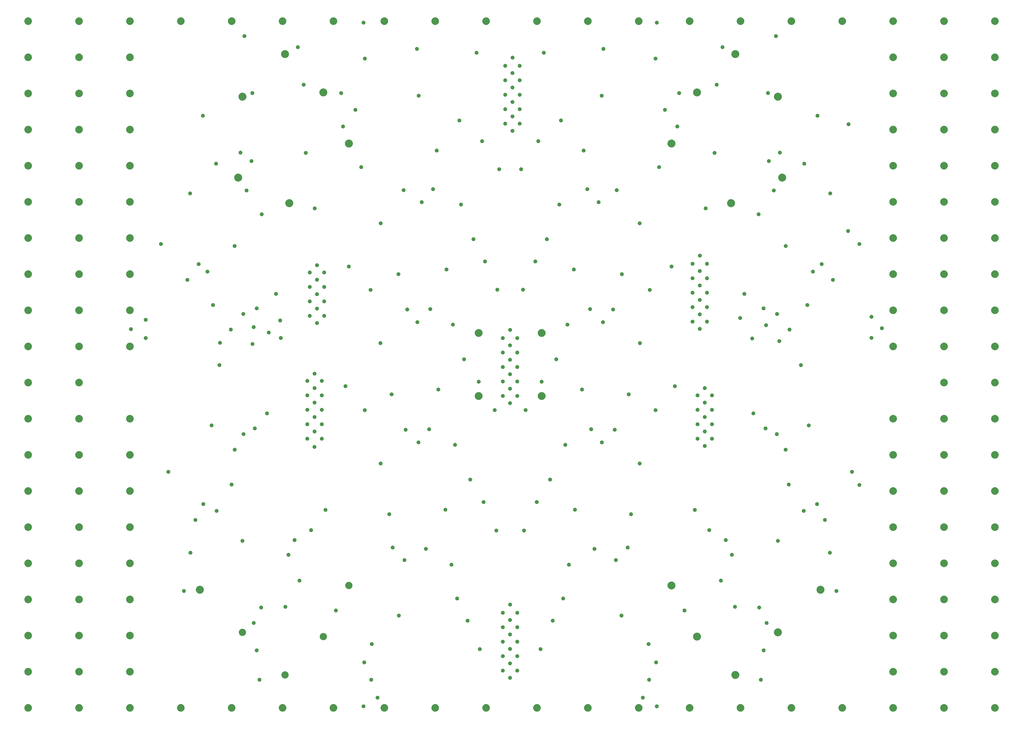
<source format=gbr>
%TF.GenerationSoftware,Altium Limited,Altium Designer,23.9.2 (47)*%
G04 Layer_Color=0*
%FSLAX45Y45*%
%MOMM*%
%TF.SameCoordinates,45DC480F-FB56-4E7A-9A2C-25C5303F6BDF*%
%TF.FilePolarity,Positive*%
%TF.FileFunction,NonPlated,1,2,NPTH,Drill*%
%TF.Part,Single*%
G01*
G75*
G36*
X42439999Y53152124D02*
X42455759D01*
X42486670Y53145972D01*
X42515787Y53133911D01*
X42541995Y53116400D01*
X42564279Y53094116D01*
X42581790Y53067908D01*
X42593851Y53038794D01*
X42600000Y53007880D01*
Y52992120D01*
Y52976361D01*
X42593851Y52945453D01*
X42581790Y52916333D01*
X42564279Y52890125D01*
X42541995Y52867841D01*
X42515787Y52850330D01*
X42486670Y52838269D01*
X42455759Y52832123D01*
X42439999D01*
X42424243D01*
X42393329Y52838269D01*
X42364212Y52850330D01*
X42338007Y52867841D01*
X42315720Y52890125D01*
X42298209Y52916333D01*
X42286148Y52945453D01*
X42279999Y52976361D01*
Y52992120D01*
Y53007880D01*
X42286148Y53038794D01*
X42298209Y53067908D01*
X42315720Y53094116D01*
X42338007Y53116400D01*
X42364212Y53133911D01*
X42393329Y53145972D01*
X42424243Y53152124D01*
X42439999D01*
D01*
D02*
G37*
G36*
X43039999Y52552124D02*
X43055759D01*
X43086670Y52545972D01*
X43115787Y52533911D01*
X43141995Y52516400D01*
X43164279Y52494116D01*
X43181790Y52467908D01*
X43193851Y52438794D01*
X43200000Y52407880D01*
Y52392120D01*
Y52376361D01*
X43193851Y52345453D01*
X43181790Y52316333D01*
X43164279Y52290125D01*
X43141995Y52267841D01*
X43115787Y52250330D01*
X43086670Y52238269D01*
X43055759Y52232123D01*
X43039999D01*
X43024240D01*
X42993329Y52238269D01*
X42964212Y52250330D01*
X42938007Y52267841D01*
X42915720Y52290125D01*
X42898209Y52316333D01*
X42886148Y52345453D01*
X42879999Y52376361D01*
Y52392120D01*
Y52407880D01*
X42886148Y52438794D01*
X42898209Y52467908D01*
X42915720Y52494116D01*
X42938007Y52516400D01*
X42964212Y52533911D01*
X42993329Y52545972D01*
X43024240Y52552124D01*
X43039999D01*
D01*
D02*
G37*
G36*
X41839999D02*
X41855759D01*
X41886670Y52545972D01*
X41915787Y52533911D01*
X41941995Y52516400D01*
X41964279Y52494116D01*
X41981790Y52467908D01*
X41993851Y52438794D01*
X42000000Y52407880D01*
Y52392120D01*
Y52376361D01*
X41993851Y52345453D01*
X41981790Y52316333D01*
X41964279Y52290125D01*
X41941995Y52267841D01*
X41915787Y52250330D01*
X41886670Y52238269D01*
X41855759Y52232123D01*
X41839999D01*
X41824240D01*
X41793329Y52238269D01*
X41764212Y52250330D01*
X41738007Y52267841D01*
X41715720Y52290125D01*
X41698209Y52316333D01*
X41686148Y52345453D01*
X41679999Y52376361D01*
Y52392120D01*
Y52407880D01*
X41686148Y52438794D01*
X41698209Y52467908D01*
X41715720Y52494116D01*
X41738007Y52516400D01*
X41764212Y52533911D01*
X41793329Y52545972D01*
X41824240Y52552124D01*
X41839999D01*
D01*
D02*
G37*
G36*
X42439999Y51952124D02*
X42455759D01*
X42486670Y51945972D01*
X42515787Y51933911D01*
X42541995Y51916400D01*
X42564279Y51894116D01*
X42581790Y51867908D01*
X42593851Y51838794D01*
X42600000Y51807880D01*
Y51792120D01*
Y51776361D01*
X42593851Y51745453D01*
X42581790Y51716333D01*
X42564279Y51690125D01*
X42541995Y51667841D01*
X42515787Y51650330D01*
X42486670Y51638269D01*
X42455759Y51632123D01*
X42439999D01*
X42424243D01*
X42393329Y51638269D01*
X42364212Y51650330D01*
X42338007Y51667841D01*
X42315720Y51690125D01*
X42298209Y51716333D01*
X42286148Y51745453D01*
X42279999Y51776361D01*
Y51792120D01*
Y51807880D01*
X42286148Y51838794D01*
X42298209Y51867908D01*
X42315720Y51894116D01*
X42338007Y51916400D01*
X42364212Y51933911D01*
X42393329Y51945972D01*
X42424243Y51952124D01*
X42439999D01*
D01*
D02*
G37*
G36*
X43039999Y51352124D02*
X43055759D01*
X43086670Y51345972D01*
X43115787Y51333911D01*
X43141995Y51316400D01*
X43164279Y51294116D01*
X43181790Y51267908D01*
X43193851Y51238794D01*
X43200000Y51207880D01*
Y51192120D01*
Y51176361D01*
X43193851Y51145450D01*
X43181790Y51116333D01*
X43164279Y51090125D01*
X43141995Y51067841D01*
X43115787Y51050330D01*
X43086670Y51038269D01*
X43055759Y51032120D01*
X43039999D01*
X43024240D01*
X42993329Y51038269D01*
X42964212Y51050330D01*
X42938007Y51067841D01*
X42915720Y51090125D01*
X42898209Y51116333D01*
X42886148Y51145450D01*
X42879999Y51176361D01*
Y51192120D01*
Y51207880D01*
X42886148Y51238794D01*
X42898209Y51267908D01*
X42915720Y51294116D01*
X42938007Y51316400D01*
X42964212Y51333911D01*
X42993329Y51345972D01*
X43024240Y51352124D01*
X43039999D01*
D01*
D02*
G37*
G36*
X41839999D02*
X41855759D01*
X41886670Y51345972D01*
X41915787Y51333911D01*
X41941995Y51316400D01*
X41964279Y51294116D01*
X41981790Y51267908D01*
X41993851Y51238794D01*
X42000000Y51207880D01*
Y51192120D01*
Y51176361D01*
X41993851Y51145450D01*
X41981790Y51116333D01*
X41964279Y51090125D01*
X41941995Y51067841D01*
X41915787Y51050330D01*
X41886670Y51038269D01*
X41855759Y51032120D01*
X41839999D01*
X41824240D01*
X41793329Y51038269D01*
X41764212Y51050330D01*
X41738007Y51067841D01*
X41715720Y51090125D01*
X41698209Y51116333D01*
X41686148Y51145450D01*
X41679999Y51176361D01*
Y51192120D01*
Y51207880D01*
X41686148Y51238794D01*
X41698209Y51267908D01*
X41715720Y51294116D01*
X41738007Y51316400D01*
X41764212Y51333911D01*
X41793329Y51345972D01*
X41824240Y51352124D01*
X41839999D01*
D01*
D02*
G37*
G36*
X42439999Y50752121D02*
X42455759D01*
X42486670Y50745972D01*
X42515787Y50733911D01*
X42541995Y50716400D01*
X42564279Y50694116D01*
X42581790Y50667908D01*
X42593851Y50638791D01*
X42600000Y50607880D01*
Y50592120D01*
Y50576361D01*
X42593851Y50545450D01*
X42581790Y50516333D01*
X42564279Y50490125D01*
X42541995Y50467841D01*
X42515787Y50450330D01*
X42486670Y50438269D01*
X42455759Y50432120D01*
X42439999D01*
X42424243D01*
X42393329Y50438269D01*
X42364212Y50450330D01*
X42338007Y50467841D01*
X42315720Y50490125D01*
X42298209Y50516333D01*
X42286148Y50545450D01*
X42279999Y50576361D01*
Y50592120D01*
Y50607880D01*
X42286148Y50638791D01*
X42298209Y50667908D01*
X42315720Y50694116D01*
X42338007Y50716400D01*
X42364212Y50733911D01*
X42393329Y50745972D01*
X42424243Y50752121D01*
X42439999D01*
D01*
D02*
G37*
G36*
X43039999Y50152121D02*
X43055759D01*
X43086670Y50145972D01*
X43115787Y50133911D01*
X43141995Y50116400D01*
X43164279Y50094116D01*
X43181790Y50067908D01*
X43193851Y50038791D01*
X43200000Y50007880D01*
Y49992120D01*
Y49976361D01*
X43193851Y49945450D01*
X43181790Y49916333D01*
X43164279Y49890128D01*
X43141995Y49867841D01*
X43115787Y49850330D01*
X43086670Y49838269D01*
X43055759Y49832120D01*
X43039999D01*
X43024240D01*
X42993329Y49838269D01*
X42964212Y49850330D01*
X42938007Y49867841D01*
X42915720Y49890128D01*
X42898209Y49916333D01*
X42886148Y49945450D01*
X42879999Y49976361D01*
Y49992120D01*
Y50007880D01*
X42886148Y50038791D01*
X42898209Y50067908D01*
X42915720Y50094116D01*
X42938007Y50116400D01*
X42964212Y50133911D01*
X42993329Y50145972D01*
X43024240Y50152121D01*
X43039999D01*
D01*
D02*
G37*
G36*
X41839999D02*
X41855759D01*
X41886670Y50145972D01*
X41915787Y50133911D01*
X41941995Y50116400D01*
X41964279Y50094116D01*
X41981790Y50067908D01*
X41993851Y50038791D01*
X42000000Y50007880D01*
Y49992120D01*
Y49976361D01*
X41993851Y49945450D01*
X41981790Y49916333D01*
X41964279Y49890128D01*
X41941995Y49867841D01*
X41915787Y49850330D01*
X41886670Y49838269D01*
X41855759Y49832120D01*
X41839999D01*
X41824240D01*
X41793329Y49838269D01*
X41764212Y49850330D01*
X41738007Y49867841D01*
X41715720Y49890128D01*
X41698209Y49916333D01*
X41686148Y49945450D01*
X41679999Y49976361D01*
Y49992120D01*
Y50007880D01*
X41686148Y50038791D01*
X41698209Y50067908D01*
X41715720Y50094116D01*
X41738007Y50116400D01*
X41764212Y50133911D01*
X41793329Y50145972D01*
X41824240Y50152121D01*
X41839999D01*
D01*
D02*
G37*
G36*
X42439999Y49552121D02*
X42455759D01*
X42486670Y49545972D01*
X42515787Y49533911D01*
X42541995Y49516400D01*
X42564279Y49494116D01*
X42581790Y49467908D01*
X42593851Y49438791D01*
X42600000Y49407880D01*
Y49392120D01*
Y49376361D01*
X42593851Y49345450D01*
X42581790Y49316333D01*
X42564279Y49290125D01*
X42541995Y49267841D01*
X42515787Y49250330D01*
X42486670Y49238269D01*
X42455759Y49232120D01*
X42439999D01*
X42424243D01*
X42393329Y49238269D01*
X42364212Y49250330D01*
X42338007Y49267841D01*
X42315720Y49290125D01*
X42298209Y49316333D01*
X42286148Y49345450D01*
X42279999Y49376361D01*
Y49392120D01*
Y49407880D01*
X42286148Y49438791D01*
X42298209Y49467908D01*
X42315720Y49494116D01*
X42338007Y49516400D01*
X42364212Y49533911D01*
X42393329Y49545972D01*
X42424243Y49552121D01*
X42439999D01*
D01*
D02*
G37*
G36*
Y54352124D02*
X42455759D01*
X42486670Y54345972D01*
X42515787Y54333911D01*
X42541995Y54316400D01*
X42564279Y54294116D01*
X42581790Y54267908D01*
X42593851Y54238794D01*
X42600000Y54207880D01*
Y54192120D01*
Y54176361D01*
X42593851Y54145453D01*
X42581790Y54116333D01*
X42564279Y54090125D01*
X42541995Y54067841D01*
X42515787Y54050330D01*
X42486670Y54038269D01*
X42455759Y54032123D01*
X42439999D01*
X42424243D01*
X42393329Y54038269D01*
X42364212Y54050330D01*
X42338007Y54067841D01*
X42315720Y54090125D01*
X42298209Y54116333D01*
X42286148Y54145453D01*
X42279999Y54176361D01*
Y54192120D01*
Y54207880D01*
X42286148Y54238794D01*
X42298209Y54267908D01*
X42315720Y54294116D01*
X42338007Y54316400D01*
X42364212Y54333911D01*
X42393329Y54345972D01*
X42424243Y54352124D01*
X42439999D01*
D01*
D02*
G37*
G36*
X43039999Y54952124D02*
X43055759D01*
X43086670Y54945972D01*
X43115787Y54933911D01*
X43141995Y54916400D01*
X43164279Y54894116D01*
X43181790Y54867908D01*
X43193851Y54838794D01*
X43200000Y54807880D01*
Y54792120D01*
Y54776361D01*
X43193851Y54745453D01*
X43181790Y54716333D01*
X43164279Y54690125D01*
X43141995Y54667841D01*
X43115787Y54650330D01*
X43086670Y54638269D01*
X43055759Y54632123D01*
X43039999D01*
X43024240D01*
X42993329Y54638269D01*
X42964212Y54650330D01*
X42938007Y54667841D01*
X42915720Y54690125D01*
X42898209Y54716333D01*
X42886148Y54745453D01*
X42879999Y54776361D01*
Y54792120D01*
Y54807880D01*
X42886148Y54838794D01*
X42898209Y54867908D01*
X42915720Y54894116D01*
X42938007Y54916400D01*
X42964212Y54933911D01*
X42993329Y54945972D01*
X43024240Y54952124D01*
X43039999D01*
D01*
D02*
G37*
G36*
X42447879Y55632123D02*
X42463638D01*
X42494550Y55625970D01*
X42523669Y55613910D01*
X42549872Y55596399D01*
X42572159Y55574115D01*
X42589670Y55547906D01*
X42601730Y55518793D01*
X42607880Y55487878D01*
Y55472119D01*
Y55456360D01*
X42601730Y55425452D01*
X42589670Y55396332D01*
X42572159Y55370123D01*
X42549872Y55347839D01*
X42523669Y55330328D01*
X42494550Y55318268D01*
X42463638Y55312122D01*
X42447879D01*
X42432120D01*
X42401208Y55318268D01*
X42372092Y55330328D01*
X42345886Y55347839D01*
X42323599Y55370123D01*
X42306088Y55396332D01*
X42294028Y55425452D01*
X42287881Y55456360D01*
Y55472119D01*
Y55487878D01*
X42294028Y55518793D01*
X42306088Y55547906D01*
X42323599Y55574115D01*
X42345886Y55596399D01*
X42372092Y55613910D01*
X42401208Y55625970D01*
X42432120Y55632123D01*
X42447879D01*
D01*
D02*
G37*
G36*
X43039999Y53752124D02*
X43055759D01*
X43086670Y53745972D01*
X43115787Y53733911D01*
X43141995Y53716400D01*
X43164279Y53694116D01*
X43181790Y53667908D01*
X43193851Y53638794D01*
X43200000Y53607880D01*
Y53592120D01*
Y53576361D01*
X43193851Y53545453D01*
X43181790Y53516333D01*
X43164279Y53490125D01*
X43141995Y53467841D01*
X43115787Y53450330D01*
X43086670Y53438269D01*
X43055759Y53432123D01*
X43039999D01*
X43024240D01*
X42993329Y53438269D01*
X42964212Y53450330D01*
X42938007Y53467841D01*
X42915720Y53490125D01*
X42898209Y53516333D01*
X42886148Y53545453D01*
X42879999Y53576361D01*
Y53592120D01*
Y53607880D01*
X42886148Y53638794D01*
X42898209Y53667908D01*
X42915720Y53694116D01*
X42938007Y53716400D01*
X42964212Y53733911D01*
X42993329Y53745972D01*
X43024240Y53752124D01*
X43039999D01*
D01*
D02*
G37*
G36*
X41839999Y54952124D02*
X41855759D01*
X41886670Y54945972D01*
X41915787Y54933911D01*
X41941995Y54916400D01*
X41964279Y54894116D01*
X41981790Y54867908D01*
X41993851Y54838794D01*
X42000000Y54807880D01*
Y54792120D01*
Y54776361D01*
X41993851Y54745453D01*
X41981790Y54716333D01*
X41964279Y54690125D01*
X41941995Y54667841D01*
X41915787Y54650330D01*
X41886670Y54638269D01*
X41855759Y54632123D01*
X41839999D01*
X41824240D01*
X41793329Y54638269D01*
X41764212Y54650330D01*
X41738007Y54667841D01*
X41715720Y54690125D01*
X41698209Y54716333D01*
X41686148Y54745453D01*
X41679999Y54776361D01*
Y54792120D01*
Y54807880D01*
X41686148Y54838794D01*
X41698209Y54867908D01*
X41715720Y54894116D01*
X41738007Y54916400D01*
X41764212Y54933911D01*
X41793329Y54945972D01*
X41824240Y54952124D01*
X41839999D01*
D01*
D02*
G37*
G36*
Y53752124D02*
X41855759D01*
X41886670Y53745972D01*
X41915787Y53733911D01*
X41941995Y53716400D01*
X41964279Y53694116D01*
X41981790Y53667908D01*
X41993851Y53638794D01*
X42000000Y53607880D01*
Y53592120D01*
Y53576361D01*
X41993851Y53545453D01*
X41981790Y53516333D01*
X41964279Y53490125D01*
X41941995Y53467841D01*
X41915787Y53450330D01*
X41886670Y53438269D01*
X41855759Y53432123D01*
X41839999D01*
X41824240D01*
X41793329Y53438269D01*
X41764212Y53450330D01*
X41738007Y53467841D01*
X41715720Y53490125D01*
X41698209Y53516333D01*
X41686148Y53545453D01*
X41679999Y53576361D01*
Y53592120D01*
Y53607880D01*
X41686148Y53638794D01*
X41698209Y53667908D01*
X41715720Y53694116D01*
X41738007Y53716400D01*
X41764212Y53733911D01*
X41793329Y53745972D01*
X41824240Y53752124D01*
X41839999D01*
D01*
D02*
G37*
G36*
X42239999Y30552121D02*
X42255759D01*
X42286670Y30545972D01*
X42315787Y30533911D01*
X42341995Y30516400D01*
X42364279Y30494116D01*
X42381790Y30467908D01*
X42393851Y30438791D01*
X42400000Y30407880D01*
Y30392120D01*
Y30376361D01*
X42393851Y30345450D01*
X42381790Y30316333D01*
X42364279Y30290125D01*
X42341995Y30267841D01*
X42315787Y30250330D01*
X42286670Y30238269D01*
X42255759Y30232120D01*
X42239999D01*
X42224240D01*
X42193329Y30238269D01*
X42164212Y30250330D01*
X42138007Y30267841D01*
X42115720Y30290125D01*
X42098209Y30316333D01*
X42086148Y30345450D01*
X42079999Y30376361D01*
Y30392120D01*
Y30407880D01*
X42086148Y30438791D01*
X42098209Y30467908D01*
X42115720Y30494116D01*
X42138007Y30516400D01*
X42164212Y30533911D01*
X42193329Y30545972D01*
X42224240Y30552121D01*
X42239999D01*
D01*
D02*
G37*
G36*
X42839999Y29952121D02*
X42855759D01*
X42886670Y29945972D01*
X42915787Y29933911D01*
X42941995Y29916400D01*
X42964279Y29894116D01*
X42981790Y29867908D01*
X42993851Y29838791D01*
X43000000Y29807880D01*
Y29792120D01*
Y29776361D01*
X42993851Y29745450D01*
X42981790Y29716333D01*
X42964279Y29690128D01*
X42941995Y29667841D01*
X42915787Y29650330D01*
X42886670Y29638269D01*
X42855759Y29632120D01*
X42839999D01*
X42824240D01*
X42793329Y29638269D01*
X42764212Y29650330D01*
X42738007Y29667841D01*
X42715720Y29690128D01*
X42698209Y29716333D01*
X42686148Y29745450D01*
X42679999Y29776361D01*
Y29792120D01*
Y29807880D01*
X42686148Y29838791D01*
X42698209Y29867908D01*
X42715720Y29894116D01*
X42738007Y29916400D01*
X42764212Y29933911D01*
X42793329Y29945972D01*
X42824240Y29952121D01*
X42839999D01*
D01*
D02*
G37*
G36*
X41639999D02*
X41655759D01*
X41686670Y29945972D01*
X41715787Y29933911D01*
X41741995Y29916400D01*
X41764279Y29894116D01*
X41781790Y29867908D01*
X41793851Y29838791D01*
X41800000Y29807880D01*
Y29792120D01*
Y29776361D01*
X41793851Y29745450D01*
X41781790Y29716333D01*
X41764279Y29690128D01*
X41741995Y29667841D01*
X41715787Y29650330D01*
X41686670Y29638269D01*
X41655759Y29632120D01*
X41639999D01*
X41624240D01*
X41593329Y29638269D01*
X41564212Y29650330D01*
X41538007Y29667841D01*
X41515720Y29690128D01*
X41498209Y29716333D01*
X41486148Y29745450D01*
X41479999Y29776361D01*
Y29792120D01*
Y29807880D01*
X41486148Y29838791D01*
X41498209Y29867908D01*
X41515720Y29894116D01*
X41538007Y29916400D01*
X41564212Y29933911D01*
X41593329Y29945972D01*
X41624240Y29952121D01*
X41639999D01*
D01*
D02*
G37*
G36*
X42239999Y29352121D02*
X42255759D01*
X42286670Y29345972D01*
X42315787Y29333911D01*
X42341995Y29316400D01*
X42364279Y29294116D01*
X42381790Y29267908D01*
X42393851Y29238791D01*
X42400000Y29207880D01*
Y29192120D01*
Y29176361D01*
X42393851Y29145450D01*
X42381790Y29116333D01*
X42364279Y29090125D01*
X42341995Y29067841D01*
X42315787Y29050330D01*
X42286670Y29038269D01*
X42255759Y29032120D01*
X42239999D01*
X42224240D01*
X42193329Y29038269D01*
X42164212Y29050330D01*
X42138007Y29067841D01*
X42115720Y29090125D01*
X42098209Y29116333D01*
X42086148Y29145450D01*
X42079999Y29176361D01*
Y29192120D01*
Y29207880D01*
X42086148Y29238791D01*
X42098209Y29267908D01*
X42115720Y29294116D01*
X42138007Y29316400D01*
X42164212Y29333911D01*
X42193329Y29345972D01*
X42224240Y29352121D01*
X42239999D01*
D01*
D02*
G37*
G36*
X42839999Y28752121D02*
X42855759D01*
X42886670Y28745972D01*
X42915787Y28733911D01*
X42941995Y28716400D01*
X42964279Y28694116D01*
X42981790Y28667908D01*
X42993851Y28638791D01*
X43000000Y28607880D01*
Y28592120D01*
Y28576361D01*
X42993851Y28545450D01*
X42981790Y28516333D01*
X42964279Y28490125D01*
X42941995Y28467841D01*
X42915787Y28450330D01*
X42886670Y28438269D01*
X42855759Y28432120D01*
X42839999D01*
X42824240D01*
X42793329Y28438269D01*
X42764212Y28450330D01*
X42738007Y28467841D01*
X42715720Y28490125D01*
X42698209Y28516333D01*
X42686148Y28545450D01*
X42679999Y28576361D01*
Y28592120D01*
Y28607880D01*
X42686148Y28638791D01*
X42698209Y28667908D01*
X42715720Y28694116D01*
X42738007Y28716400D01*
X42764212Y28733911D01*
X42793329Y28745972D01*
X42824240Y28752121D01*
X42839999D01*
D01*
D02*
G37*
G36*
X41639999D02*
X41655759D01*
X41686670Y28745972D01*
X41715787Y28733911D01*
X41741995Y28716400D01*
X41764279Y28694116D01*
X41781790Y28667908D01*
X41793851Y28638791D01*
X41800000Y28607880D01*
Y28592120D01*
Y28576361D01*
X41793851Y28545450D01*
X41781790Y28516333D01*
X41764279Y28490125D01*
X41741995Y28467841D01*
X41715787Y28450330D01*
X41686670Y28438269D01*
X41655759Y28432120D01*
X41639999D01*
X41624240D01*
X41593329Y28438269D01*
X41564212Y28450330D01*
X41538007Y28467841D01*
X41515720Y28490125D01*
X41498209Y28516333D01*
X41486148Y28545450D01*
X41479999Y28576361D01*
Y28592120D01*
Y28607880D01*
X41486148Y28638791D01*
X41498209Y28667908D01*
X41515720Y28694116D01*
X41538007Y28716400D01*
X41564212Y28733911D01*
X41593329Y28745972D01*
X41624240Y28752121D01*
X41639999D01*
D01*
D02*
G37*
G36*
X42239999Y28152121D02*
X42255759D01*
X42286670Y28145972D01*
X42315787Y28133911D01*
X42341995Y28116400D01*
X42364279Y28094113D01*
X42381790Y28067908D01*
X42393851Y28038791D01*
X42400000Y28007880D01*
Y27992120D01*
Y27976361D01*
X42393851Y27945450D01*
X42381790Y27916333D01*
X42364279Y27890125D01*
X42341995Y27867841D01*
X42315787Y27850330D01*
X42286670Y27838269D01*
X42255759Y27832120D01*
X42239999D01*
X42224240D01*
X42193329Y27838269D01*
X42164212Y27850330D01*
X42138007Y27867841D01*
X42115720Y27890125D01*
X42098209Y27916333D01*
X42086148Y27945450D01*
X42079999Y27976361D01*
Y27992120D01*
Y28007880D01*
X42086148Y28038791D01*
X42098209Y28067908D01*
X42115720Y28094113D01*
X42138007Y28116400D01*
X42164212Y28133911D01*
X42193329Y28145972D01*
X42224240Y28152121D01*
X42239999D01*
D01*
D02*
G37*
G36*
X42839999Y27552121D02*
X42855759D01*
X42886670Y27545972D01*
X42915787Y27533911D01*
X42941995Y27516400D01*
X42964279Y27494116D01*
X42981790Y27467908D01*
X42993851Y27438791D01*
X43000000Y27407880D01*
Y27392120D01*
Y27376361D01*
X42993851Y27345450D01*
X42981790Y27316333D01*
X42964279Y27290128D01*
X42941995Y27267841D01*
X42915787Y27250330D01*
X42886670Y27238269D01*
X42855759Y27232120D01*
X42839999D01*
X42824240D01*
X42793329Y27238269D01*
X42764212Y27250330D01*
X42738007Y27267841D01*
X42715720Y27290128D01*
X42698209Y27316333D01*
X42686148Y27345450D01*
X42679999Y27376361D01*
Y27392120D01*
Y27407880D01*
X42686148Y27438791D01*
X42698209Y27467908D01*
X42715720Y27494116D01*
X42738007Y27516400D01*
X42764212Y27533911D01*
X42793329Y27545972D01*
X42824240Y27552121D01*
X42839999D01*
D01*
D02*
G37*
G36*
X41639999D02*
X41655759D01*
X41686670Y27545972D01*
X41715787Y27533911D01*
X41741995Y27516400D01*
X41764279Y27494116D01*
X41781790Y27467908D01*
X41793851Y27438791D01*
X41800000Y27407880D01*
Y27392120D01*
Y27376361D01*
X41793851Y27345450D01*
X41781790Y27316333D01*
X41764279Y27290128D01*
X41741995Y27267841D01*
X41715787Y27250330D01*
X41686670Y27238269D01*
X41655759Y27232120D01*
X41639999D01*
X41624240D01*
X41593329Y27238269D01*
X41564212Y27250330D01*
X41538007Y27267841D01*
X41515720Y27290128D01*
X41498209Y27316333D01*
X41486148Y27345450D01*
X41479999Y27376361D01*
Y27392120D01*
Y27407880D01*
X41486148Y27438791D01*
X41498209Y27467908D01*
X41515720Y27494116D01*
X41538007Y27516400D01*
X41564212Y27533911D01*
X41593329Y27545972D01*
X41624240Y27552121D01*
X41639999D01*
D01*
D02*
G37*
G36*
X42239999Y26952121D02*
X42255759D01*
X42286670Y26945972D01*
X42315787Y26933911D01*
X42341995Y26916400D01*
X42364279Y26894116D01*
X42381790Y26867908D01*
X42393851Y26838791D01*
X42400000Y26807880D01*
Y26792120D01*
Y26776361D01*
X42393851Y26745450D01*
X42381790Y26716333D01*
X42364279Y26690125D01*
X42341995Y26667841D01*
X42315787Y26650330D01*
X42286670Y26638269D01*
X42255759Y26632120D01*
X42239999D01*
X42224240D01*
X42193329Y26638269D01*
X42164212Y26650330D01*
X42138007Y26667841D01*
X42115720Y26690125D01*
X42098209Y26716333D01*
X42086148Y26745450D01*
X42079999Y26776361D01*
Y26792120D01*
Y26807880D01*
X42086148Y26838791D01*
X42098209Y26867908D01*
X42115720Y26894116D01*
X42138007Y26916400D01*
X42164212Y26933911D01*
X42193329Y26945972D01*
X42224240Y26952121D01*
X42239999D01*
D01*
D02*
G37*
G36*
Y31752121D02*
X42255759D01*
X42286670Y31745972D01*
X42315787Y31733911D01*
X42341995Y31716400D01*
X42364279Y31694116D01*
X42381790Y31667908D01*
X42393851Y31638791D01*
X42400000Y31607880D01*
Y31592120D01*
Y31576361D01*
X42393851Y31545450D01*
X42381790Y31516333D01*
X42364279Y31490128D01*
X42341995Y31467841D01*
X42315787Y31450330D01*
X42286670Y31438269D01*
X42255759Y31432120D01*
X42239999D01*
X42224240D01*
X42193329Y31438269D01*
X42164212Y31450330D01*
X42138007Y31467841D01*
X42115720Y31490128D01*
X42098209Y31516333D01*
X42086148Y31545450D01*
X42079999Y31576361D01*
Y31592120D01*
Y31607880D01*
X42086148Y31638791D01*
X42098209Y31667908D01*
X42115720Y31694116D01*
X42138007Y31716400D01*
X42164212Y31733911D01*
X42193329Y31745972D01*
X42224240Y31752121D01*
X42239999D01*
D01*
D02*
G37*
G36*
X42839999Y32352121D02*
X42855759D01*
X42886670Y32345972D01*
X42915787Y32333911D01*
X42941995Y32316400D01*
X42964279Y32294116D01*
X42981790Y32267908D01*
X42993851Y32238791D01*
X43000000Y32207880D01*
Y32192120D01*
Y32176361D01*
X42993851Y32145450D01*
X42981790Y32116333D01*
X42964279Y32090128D01*
X42941995Y32067841D01*
X42915787Y32050330D01*
X42886670Y32038269D01*
X42855759Y32032120D01*
X42839999D01*
X42824240D01*
X42793329Y32038269D01*
X42764212Y32050330D01*
X42738007Y32067841D01*
X42715720Y32090128D01*
X42698209Y32116333D01*
X42686148Y32145450D01*
X42679999Y32176361D01*
Y32192120D01*
Y32207880D01*
X42686148Y32238791D01*
X42698209Y32267908D01*
X42715720Y32294116D01*
X42738007Y32316400D01*
X42764212Y32333911D01*
X42793329Y32345972D01*
X42824240Y32352121D01*
X42839999D01*
D01*
D02*
G37*
G36*
X42247879Y33032120D02*
X42263638D01*
X42294550Y33025974D01*
X42323669Y33013910D01*
X42349872Y32996402D01*
X42372159Y32974115D01*
X42389670Y32947910D01*
X42401730Y32918790D01*
X42407880Y32887878D01*
Y32872122D01*
Y32856363D01*
X42401730Y32825449D01*
X42389670Y32796332D01*
X42372159Y32770126D01*
X42349872Y32747842D01*
X42323669Y32730331D01*
X42294550Y32718268D01*
X42263638Y32712122D01*
X42247879D01*
X42232120D01*
X42201208Y32718268D01*
X42172092Y32730331D01*
X42145886Y32747842D01*
X42123599Y32770126D01*
X42106088Y32796332D01*
X42094028Y32825449D01*
X42087881Y32856363D01*
Y32872122D01*
Y32887878D01*
X42094028Y32918790D01*
X42106088Y32947910D01*
X42123599Y32974115D01*
X42145886Y32996402D01*
X42172092Y33013910D01*
X42201208Y33025974D01*
X42232120Y33032120D01*
X42247879D01*
D01*
D02*
G37*
G36*
X42839999Y31152121D02*
X42855759D01*
X42886670Y31145972D01*
X42915787Y31133911D01*
X42941995Y31116400D01*
X42964279Y31094116D01*
X42981790Y31067908D01*
X42993851Y31038791D01*
X43000000Y31007880D01*
Y30992120D01*
Y30976361D01*
X42993851Y30945450D01*
X42981790Y30916333D01*
X42964279Y30890125D01*
X42941995Y30867841D01*
X42915787Y30850330D01*
X42886670Y30838269D01*
X42855759Y30832120D01*
X42839999D01*
X42824240D01*
X42793329Y30838269D01*
X42764212Y30850330D01*
X42738007Y30867841D01*
X42715720Y30890125D01*
X42698209Y30916333D01*
X42686148Y30945450D01*
X42679999Y30976361D01*
Y30992120D01*
Y31007880D01*
X42686148Y31038791D01*
X42698209Y31067908D01*
X42715720Y31094116D01*
X42738007Y31116400D01*
X42764212Y31133911D01*
X42793329Y31145972D01*
X42824240Y31152121D01*
X42839999D01*
D01*
D02*
G37*
G36*
X41639999Y32352121D02*
X41655759D01*
X41686670Y32345972D01*
X41715787Y32333911D01*
X41741995Y32316400D01*
X41764279Y32294116D01*
X41781790Y32267908D01*
X41793851Y32238791D01*
X41800000Y32207880D01*
Y32192120D01*
Y32176361D01*
X41793851Y32145450D01*
X41781790Y32116333D01*
X41764279Y32090128D01*
X41741995Y32067841D01*
X41715787Y32050330D01*
X41686670Y32038269D01*
X41655759Y32032120D01*
X41639999D01*
X41624240D01*
X41593329Y32038269D01*
X41564212Y32050330D01*
X41538007Y32067841D01*
X41515720Y32090128D01*
X41498209Y32116333D01*
X41486148Y32145450D01*
X41479999Y32176361D01*
Y32192120D01*
Y32207880D01*
X41486148Y32238791D01*
X41498209Y32267908D01*
X41515720Y32294116D01*
X41538007Y32316400D01*
X41564212Y32333911D01*
X41593329Y32345972D01*
X41624240Y32352121D01*
X41639999D01*
D01*
D02*
G37*
G36*
Y31152121D02*
X41655759D01*
X41686670Y31145972D01*
X41715787Y31133911D01*
X41741995Y31116400D01*
X41764279Y31094116D01*
X41781790Y31067908D01*
X41793851Y31038791D01*
X41800000Y31007880D01*
Y30992120D01*
Y30976361D01*
X41793851Y30945450D01*
X41781790Y30916333D01*
X41764279Y30890125D01*
X41741995Y30867841D01*
X41715787Y30850330D01*
X41686670Y30838269D01*
X41655759Y30832120D01*
X41639999D01*
X41624240D01*
X41593329Y30838269D01*
X41564212Y30850330D01*
X41538007Y30867841D01*
X41515720Y30890125D01*
X41498209Y30916333D01*
X41486148Y30945450D01*
X41479999Y30976361D01*
Y30992120D01*
Y31007880D01*
X41486148Y31038791D01*
X41498209Y31067908D01*
X41515720Y31094116D01*
X41538007Y31116400D01*
X41564212Y31133911D01*
X41593329Y31145972D01*
X41624240Y31152121D01*
X41639999D01*
D01*
D02*
G37*
G36*
Y8352120D02*
X41655759D01*
X41686670Y8345972D01*
X41715787Y8333910D01*
X41741995Y8316400D01*
X41764279Y8294114D01*
X41781790Y8267909D01*
X41793851Y8238791D01*
X41800000Y8207879D01*
Y8192121D01*
Y8176362D01*
X41793851Y8145450D01*
X41781790Y8116332D01*
X41764279Y8090126D01*
X41741995Y8067840D01*
X41715787Y8050330D01*
X41686670Y8038269D01*
X41655759Y8032121D01*
X41639999D01*
X41624240D01*
X41593329Y8038269D01*
X41564212Y8050330D01*
X41538007Y8067840D01*
X41515720Y8090126D01*
X41498209Y8116332D01*
X41486148Y8145450D01*
X41479999Y8176362D01*
Y8192121D01*
Y8207879D01*
X41486148Y8238791D01*
X41498209Y8267909D01*
X41515720Y8294114D01*
X41538007Y8316400D01*
X41564212Y8333910D01*
X41593329Y8345972D01*
X41624240Y8352120D01*
X41639999D01*
D01*
D02*
G37*
G36*
Y9552121D02*
X41655759D01*
X41686670Y9545972D01*
X41715787Y9533911D01*
X41741995Y9516401D01*
X41764279Y9494115D01*
X41781790Y9467909D01*
X41793851Y9438791D01*
X41800000Y9407879D01*
Y9392121D01*
Y9376362D01*
X41793851Y9345450D01*
X41781790Y9316332D01*
X41764279Y9290126D01*
X41741995Y9267840D01*
X41715787Y9250330D01*
X41686670Y9238269D01*
X41655759Y9232121D01*
X41639999D01*
X41624240D01*
X41593329Y9238269D01*
X41564212Y9250330D01*
X41538007Y9267840D01*
X41515720Y9290126D01*
X41498209Y9316332D01*
X41486148Y9345450D01*
X41479999Y9376362D01*
Y9392121D01*
Y9407879D01*
X41486148Y9438791D01*
X41498209Y9467909D01*
X41515720Y9494115D01*
X41538007Y9516401D01*
X41564212Y9533911D01*
X41593329Y9545972D01*
X41624240Y9552121D01*
X41639999D01*
D01*
D02*
G37*
G36*
X42839999Y8352120D02*
X42855759D01*
X42886670Y8345972D01*
X42915787Y8333910D01*
X42941995Y8316400D01*
X42964279Y8294114D01*
X42981790Y8267909D01*
X42993851Y8238791D01*
X43000000Y8207879D01*
Y8192121D01*
Y8176362D01*
X42993851Y8145450D01*
X42981790Y8116332D01*
X42964279Y8090126D01*
X42941995Y8067840D01*
X42915787Y8050330D01*
X42886670Y8038269D01*
X42855759Y8032121D01*
X42839999D01*
X42824240D01*
X42793329Y8038269D01*
X42764212Y8050330D01*
X42738007Y8067840D01*
X42715720Y8090126D01*
X42698209Y8116332D01*
X42686148Y8145450D01*
X42679999Y8176362D01*
Y8192121D01*
Y8207879D01*
X42686148Y8238791D01*
X42698209Y8267909D01*
X42715720Y8294114D01*
X42738007Y8316400D01*
X42764212Y8333910D01*
X42793329Y8345972D01*
X42824240Y8352120D01*
X42839999D01*
D01*
D02*
G37*
G36*
X42247879Y10232121D02*
X42263638D01*
X42294550Y10225972D01*
X42323669Y10213910D01*
X42349872Y10196400D01*
X42372159Y10174115D01*
X42389670Y10147909D01*
X42401730Y10118791D01*
X42407880Y10087879D01*
Y10072121D01*
Y10056362D01*
X42401730Y10025450D01*
X42389670Y9996332D01*
X42372159Y9970126D01*
X42349872Y9947840D01*
X42323669Y9930330D01*
X42294550Y9918269D01*
X42263638Y9912121D01*
X42247879D01*
X42232120D01*
X42201208Y9918269D01*
X42172092Y9930330D01*
X42145886Y9947840D01*
X42123599Y9970126D01*
X42106088Y9996332D01*
X42094028Y10025450D01*
X42087881Y10056362D01*
Y10072121D01*
Y10087879D01*
X42094028Y10118791D01*
X42106088Y10147909D01*
X42123599Y10174115D01*
X42145886Y10196400D01*
X42172092Y10213910D01*
X42201208Y10225972D01*
X42232120Y10232121D01*
X42247879D01*
D01*
D02*
G37*
G36*
X42839999Y9552121D02*
X42855759D01*
X42886670Y9545972D01*
X42915787Y9533911D01*
X42941995Y9516401D01*
X42964279Y9494115D01*
X42981790Y9467909D01*
X42993851Y9438791D01*
X43000000Y9407879D01*
Y9392121D01*
Y9376362D01*
X42993851Y9345450D01*
X42981790Y9316332D01*
X42964279Y9290126D01*
X42941995Y9267840D01*
X42915787Y9250330D01*
X42886670Y9238269D01*
X42855759Y9232121D01*
X42839999D01*
X42824240D01*
X42793329Y9238269D01*
X42764212Y9250330D01*
X42738007Y9267840D01*
X42715720Y9290126D01*
X42698209Y9316332D01*
X42686148Y9345450D01*
X42679999Y9376362D01*
Y9392121D01*
Y9407879D01*
X42686148Y9438791D01*
X42698209Y9467909D01*
X42715720Y9494115D01*
X42738007Y9516401D01*
X42764212Y9533911D01*
X42793329Y9545972D01*
X42824240Y9552121D01*
X42839999D01*
D01*
D02*
G37*
G36*
X42239999Y8952121D02*
X42255759D01*
X42286670Y8945972D01*
X42315787Y8933911D01*
X42341995Y8916401D01*
X42364279Y8894115D01*
X42381790Y8867909D01*
X42393851Y8838791D01*
X42400000Y8807879D01*
Y8792121D01*
Y8776362D01*
X42393851Y8745450D01*
X42381790Y8716332D01*
X42364279Y8690126D01*
X42341995Y8667840D01*
X42315787Y8650330D01*
X42286670Y8638269D01*
X42255759Y8632121D01*
X42239999D01*
X42224240D01*
X42193329Y8638269D01*
X42164212Y8650330D01*
X42138007Y8667840D01*
X42115720Y8690126D01*
X42098209Y8716332D01*
X42086148Y8745450D01*
X42079999Y8776362D01*
Y8792121D01*
Y8807879D01*
X42086148Y8838791D01*
X42098209Y8867909D01*
X42115720Y8894115D01*
X42138007Y8916401D01*
X42164212Y8933911D01*
X42193329Y8945972D01*
X42224240Y8952121D01*
X42239999D01*
D01*
D02*
G37*
G36*
Y4152120D02*
X42255759D01*
X42286670Y4145972D01*
X42315787Y4133910D01*
X42341995Y4116400D01*
X42364279Y4094114D01*
X42381790Y4067909D01*
X42393851Y4038791D01*
X42400000Y4007879D01*
Y3992121D01*
Y3976362D01*
X42393851Y3945450D01*
X42381790Y3916332D01*
X42364279Y3890126D01*
X42341995Y3867840D01*
X42315787Y3850330D01*
X42286670Y3838269D01*
X42255759Y3832121D01*
X42239999D01*
X42224240D01*
X42193329Y3838269D01*
X42164212Y3850330D01*
X42138007Y3867840D01*
X42115720Y3890126D01*
X42098209Y3916332D01*
X42086148Y3945450D01*
X42079999Y3976362D01*
Y3992121D01*
Y4007879D01*
X42086148Y4038791D01*
X42098209Y4067909D01*
X42115720Y4094114D01*
X42138007Y4116400D01*
X42164212Y4133910D01*
X42193329Y4145972D01*
X42224240Y4152120D01*
X42239999D01*
D01*
D02*
G37*
G36*
X41639999Y4752121D02*
X41655759D01*
X41686670Y4745972D01*
X41715787Y4733911D01*
X41741995Y4716401D01*
X41764279Y4694115D01*
X41781790Y4667909D01*
X41793851Y4638791D01*
X41800000Y4607879D01*
Y4592121D01*
Y4576362D01*
X41793851Y4545450D01*
X41781790Y4516332D01*
X41764279Y4490126D01*
X41741995Y4467840D01*
X41715787Y4450330D01*
X41686670Y4438269D01*
X41655759Y4432121D01*
X41639999D01*
X41624240D01*
X41593329Y4438269D01*
X41564212Y4450330D01*
X41538007Y4467840D01*
X41515720Y4490126D01*
X41498209Y4516332D01*
X41486148Y4545450D01*
X41479999Y4576362D01*
Y4592121D01*
Y4607879D01*
X41486148Y4638791D01*
X41498209Y4667909D01*
X41515720Y4694115D01*
X41538007Y4716401D01*
X41564212Y4733911D01*
X41593329Y4745972D01*
X41624240Y4752121D01*
X41639999D01*
D01*
D02*
G37*
G36*
X42839999D02*
X42855759D01*
X42886670Y4745972D01*
X42915787Y4733911D01*
X42941995Y4716401D01*
X42964279Y4694115D01*
X42981790Y4667909D01*
X42993851Y4638791D01*
X43000000Y4607879D01*
Y4592121D01*
Y4576362D01*
X42993851Y4545450D01*
X42981790Y4516332D01*
X42964279Y4490126D01*
X42941995Y4467840D01*
X42915787Y4450330D01*
X42886670Y4438269D01*
X42855759Y4432121D01*
X42839999D01*
X42824240D01*
X42793329Y4438269D01*
X42764212Y4450330D01*
X42738007Y4467840D01*
X42715720Y4490126D01*
X42698209Y4516332D01*
X42686148Y4545450D01*
X42679999Y4576362D01*
Y4592121D01*
Y4607879D01*
X42686148Y4638791D01*
X42698209Y4667909D01*
X42715720Y4694115D01*
X42738007Y4716401D01*
X42764212Y4733911D01*
X42793329Y4745972D01*
X42824240Y4752121D01*
X42839999D01*
D01*
D02*
G37*
G36*
X42239999Y5352120D02*
X42255759D01*
X42286670Y5345972D01*
X42315787Y5333910D01*
X42341995Y5316400D01*
X42364279Y5294114D01*
X42381790Y5267909D01*
X42393851Y5238791D01*
X42400000Y5207879D01*
Y5192120D01*
Y5176362D01*
X42393851Y5145450D01*
X42381790Y5116332D01*
X42364279Y5090126D01*
X42341995Y5067840D01*
X42315787Y5050330D01*
X42286670Y5038269D01*
X42255759Y5032120D01*
X42239999D01*
X42224240D01*
X42193329Y5038269D01*
X42164212Y5050330D01*
X42138007Y5067840D01*
X42115720Y5090126D01*
X42098209Y5116332D01*
X42086148Y5145450D01*
X42079999Y5176362D01*
Y5192120D01*
Y5207879D01*
X42086148Y5238791D01*
X42098209Y5267909D01*
X42115720Y5294114D01*
X42138007Y5316400D01*
X42164212Y5333910D01*
X42193329Y5345972D01*
X42224240Y5352120D01*
X42239999D01*
D01*
D02*
G37*
G36*
X41639999Y5952120D02*
X41655759D01*
X41686670Y5945972D01*
X41715787Y5933910D01*
X41741995Y5916400D01*
X41764279Y5894114D01*
X41781790Y5867909D01*
X41793851Y5838791D01*
X41800000Y5807879D01*
Y5792120D01*
Y5776362D01*
X41793851Y5745450D01*
X41781790Y5716332D01*
X41764279Y5690126D01*
X41741995Y5667840D01*
X41715787Y5650330D01*
X41686670Y5638269D01*
X41655759Y5632121D01*
X41639999D01*
X41624240D01*
X41593329Y5638269D01*
X41564212Y5650330D01*
X41538007Y5667840D01*
X41515720Y5690126D01*
X41498209Y5716332D01*
X41486148Y5745450D01*
X41479999Y5776362D01*
Y5792120D01*
Y5807879D01*
X41486148Y5838791D01*
X41498209Y5867909D01*
X41515720Y5894114D01*
X41538007Y5916400D01*
X41564212Y5933910D01*
X41593329Y5945972D01*
X41624240Y5952120D01*
X41639999D01*
D01*
D02*
G37*
G36*
X42839999D02*
X42855759D01*
X42886670Y5945972D01*
X42915787Y5933910D01*
X42941995Y5916400D01*
X42964279Y5894114D01*
X42981790Y5867909D01*
X42993851Y5838791D01*
X43000000Y5807879D01*
Y5792120D01*
Y5776362D01*
X42993851Y5745450D01*
X42981790Y5716332D01*
X42964279Y5690126D01*
X42941995Y5667840D01*
X42915787Y5650330D01*
X42886670Y5638269D01*
X42855759Y5632121D01*
X42839999D01*
X42824240D01*
X42793329Y5638269D01*
X42764212Y5650330D01*
X42738007Y5667840D01*
X42715720Y5690126D01*
X42698209Y5716332D01*
X42686148Y5745450D01*
X42679999Y5776362D01*
Y5792120D01*
Y5807879D01*
X42686148Y5838791D01*
X42698209Y5867909D01*
X42715720Y5894114D01*
X42738007Y5916400D01*
X42764212Y5933910D01*
X42793329Y5945972D01*
X42824240Y5952120D01*
X42839999D01*
D01*
D02*
G37*
G36*
X42239999Y6552120D02*
X42255759D01*
X42286670Y6545972D01*
X42315787Y6533910D01*
X42341995Y6516400D01*
X42364279Y6494115D01*
X42381790Y6467909D01*
X42393851Y6438791D01*
X42400000Y6407879D01*
Y6392121D01*
Y6376362D01*
X42393851Y6345450D01*
X42381790Y6316332D01*
X42364279Y6290126D01*
X42341995Y6267840D01*
X42315787Y6250330D01*
X42286670Y6238269D01*
X42255759Y6232121D01*
X42239999D01*
X42224240D01*
X42193329Y6238269D01*
X42164212Y6250330D01*
X42138007Y6267840D01*
X42115720Y6290126D01*
X42098209Y6316332D01*
X42086148Y6345450D01*
X42079999Y6376362D01*
Y6392121D01*
Y6407879D01*
X42086148Y6438791D01*
X42098209Y6467909D01*
X42115720Y6494115D01*
X42138007Y6516400D01*
X42164212Y6533910D01*
X42193329Y6545972D01*
X42224240Y6552120D01*
X42239999D01*
D01*
D02*
G37*
G36*
X41639999Y7152121D02*
X41655759D01*
X41686670Y7145972D01*
X41715787Y7133911D01*
X41741995Y7116401D01*
X41764279Y7094115D01*
X41781790Y7067909D01*
X41793851Y7038791D01*
X41800000Y7007879D01*
Y6992121D01*
Y6976362D01*
X41793851Y6945450D01*
X41781790Y6916332D01*
X41764279Y6890126D01*
X41741995Y6867840D01*
X41715787Y6850330D01*
X41686670Y6838269D01*
X41655759Y6832121D01*
X41639999D01*
X41624240D01*
X41593329Y6838269D01*
X41564212Y6850330D01*
X41538007Y6867840D01*
X41515720Y6890126D01*
X41498209Y6916332D01*
X41486148Y6945450D01*
X41479999Y6976362D01*
Y6992121D01*
Y7007879D01*
X41486148Y7038791D01*
X41498209Y7067909D01*
X41515720Y7094115D01*
X41538007Y7116401D01*
X41564212Y7133911D01*
X41593329Y7145972D01*
X41624240Y7152121D01*
X41639999D01*
D01*
D02*
G37*
G36*
X42839999D02*
X42855759D01*
X42886670Y7145972D01*
X42915787Y7133911D01*
X42941995Y7116401D01*
X42964279Y7094115D01*
X42981790Y7067909D01*
X42993851Y7038791D01*
X43000000Y7007879D01*
Y6992121D01*
Y6976362D01*
X42993851Y6945450D01*
X42981790Y6916332D01*
X42964279Y6890126D01*
X42941995Y6867840D01*
X42915787Y6850330D01*
X42886670Y6838269D01*
X42855759Y6832121D01*
X42839999D01*
X42824240D01*
X42793329Y6838269D01*
X42764212Y6850330D01*
X42738007Y6867840D01*
X42715720Y6890126D01*
X42698209Y6916332D01*
X42686148Y6945450D01*
X42679999Y6976362D01*
Y6992121D01*
Y7007879D01*
X42686148Y7038791D01*
X42698209Y7067909D01*
X42715720Y7094115D01*
X42738007Y7116401D01*
X42764212Y7133911D01*
X42793329Y7145972D01*
X42824240Y7152121D01*
X42839999D01*
D01*
D02*
G37*
G36*
X42239999Y7752120D02*
X42255759D01*
X42286670Y7745972D01*
X42315787Y7733910D01*
X42341995Y7716400D01*
X42364279Y7694114D01*
X42381790Y7667909D01*
X42393851Y7638791D01*
X42400000Y7607879D01*
Y7592120D01*
Y7576362D01*
X42393851Y7545450D01*
X42381790Y7516332D01*
X42364279Y7490126D01*
X42341995Y7467840D01*
X42315787Y7450330D01*
X42286670Y7438269D01*
X42255759Y7432121D01*
X42239999D01*
X42224240D01*
X42193329Y7438269D01*
X42164212Y7450330D01*
X42138007Y7467840D01*
X42115720Y7490126D01*
X42098209Y7516332D01*
X42086148Y7545450D01*
X42079999Y7576362D01*
Y7592120D01*
Y7607879D01*
X42086148Y7638791D01*
X42098209Y7667909D01*
X42115720Y7694114D01*
X42138007Y7716400D01*
X42164212Y7733910D01*
X42193329Y7745972D01*
X42224240Y7752120D01*
X42239999D01*
D01*
D02*
G37*
G36*
X58407880Y23080000D02*
X58392120D01*
X58361206Y23086150D01*
X58332092Y23098210D01*
X58305884Y23115720D01*
X58283600Y23138007D01*
X58266089Y23164211D01*
X58254028Y23193330D01*
X58247876Y23224242D01*
Y23239999D01*
Y23255759D01*
X58254028Y23286670D01*
X58266089Y23315788D01*
X58283600Y23341994D01*
X58305884Y23364281D01*
X58332092Y23381790D01*
X58361206Y23393851D01*
X58392120Y23400000D01*
X58407880D01*
X58423639D01*
X58454547Y23393851D01*
X58483667Y23381790D01*
X58509875Y23364281D01*
X58532159Y23341994D01*
X58549670Y23315788D01*
X58561731Y23286670D01*
X58567877Y23255759D01*
Y23239999D01*
Y23224242D01*
X58561731Y23193330D01*
X58549670Y23164211D01*
X58532159Y23138007D01*
X58509875Y23115720D01*
X58483667Y23098210D01*
X58454547Y23086150D01*
X58423639Y23080000D01*
X58407880D01*
D01*
D02*
G37*
G36*
X57807880Y23680000D02*
X57792120D01*
X57761206Y23686150D01*
X57732092Y23698210D01*
X57705884Y23715720D01*
X57683600Y23738007D01*
X57666089Y23764212D01*
X57654028Y23793330D01*
X57647882Y23824242D01*
Y23839999D01*
Y23855759D01*
X57654028Y23886670D01*
X57666089Y23915788D01*
X57683600Y23941994D01*
X57705884Y23964281D01*
X57732092Y23981790D01*
X57761206Y23993851D01*
X57792120Y24000000D01*
X57807880D01*
X57823639D01*
X57854547Y23993851D01*
X57883667Y23981790D01*
X57909875Y23964281D01*
X57932159Y23941994D01*
X57949670Y23915788D01*
X57961731Y23886670D01*
X57967877Y23855759D01*
Y23839999D01*
Y23824242D01*
X57961731Y23793330D01*
X57949670Y23764212D01*
X57932159Y23738007D01*
X57909875Y23715720D01*
X57883667Y23698210D01*
X57854547Y23686150D01*
X57823639Y23680000D01*
X57807880D01*
D01*
D02*
G37*
G36*
X59007880D02*
X58992120D01*
X58961206Y23686150D01*
X58932092Y23698210D01*
X58905884Y23715720D01*
X58883600Y23738007D01*
X58866089Y23764212D01*
X58854028Y23793330D01*
X58847882Y23824242D01*
Y23839999D01*
Y23855759D01*
X58854028Y23886670D01*
X58866089Y23915788D01*
X58883600Y23941994D01*
X58905884Y23964281D01*
X58932092Y23981790D01*
X58961206Y23993851D01*
X58992120Y24000000D01*
X59007880D01*
X59023639D01*
X59054547Y23993851D01*
X59083667Y23981790D01*
X59109875Y23964281D01*
X59132159Y23941994D01*
X59149670Y23915788D01*
X59161731Y23886670D01*
X59167877Y23855759D01*
Y23839999D01*
Y23824242D01*
X59161731Y23793330D01*
X59149670Y23764212D01*
X59132159Y23738007D01*
X59109875Y23715720D01*
X59083667Y23698210D01*
X59054547Y23686150D01*
X59023639Y23680000D01*
X59007880D01*
D01*
D02*
G37*
G36*
X58407880Y24280000D02*
X58392120D01*
X58361206Y24286150D01*
X58332092Y24298210D01*
X58305884Y24315720D01*
X58283600Y24338007D01*
X58266089Y24364212D01*
X58254028Y24393330D01*
X58247876Y24424242D01*
Y24439999D01*
Y24455759D01*
X58254028Y24486670D01*
X58266089Y24515788D01*
X58283600Y24541994D01*
X58305884Y24564281D01*
X58332092Y24581790D01*
X58361206Y24593851D01*
X58392120Y24600000D01*
X58407880D01*
X58423639D01*
X58454547Y24593851D01*
X58483667Y24581790D01*
X58509875Y24564281D01*
X58532159Y24541994D01*
X58549670Y24515788D01*
X58561731Y24486670D01*
X58567877Y24455759D01*
Y24439999D01*
Y24424242D01*
X58561731Y24393330D01*
X58549670Y24364212D01*
X58532159Y24338007D01*
X58509875Y24315720D01*
X58483667Y24298210D01*
X58454547Y24286150D01*
X58423639Y24280000D01*
X58407880D01*
D01*
D02*
G37*
G36*
X57807880Y24880000D02*
X57792120D01*
X57761206Y24886150D01*
X57732092Y24898210D01*
X57705884Y24915720D01*
X57683600Y24938007D01*
X57666089Y24964211D01*
X57654028Y24993329D01*
X57647882Y25024242D01*
Y25039999D01*
Y25055759D01*
X57654028Y25086670D01*
X57666089Y25115788D01*
X57683600Y25141994D01*
X57705884Y25164281D01*
X57732092Y25181790D01*
X57761206Y25193851D01*
X57792120Y25200000D01*
X57807880D01*
X57823639D01*
X57854547Y25193851D01*
X57883667Y25181790D01*
X57909875Y25164281D01*
X57932159Y25141994D01*
X57949670Y25115788D01*
X57961731Y25086670D01*
X57967877Y25055759D01*
Y25039999D01*
Y25024242D01*
X57961731Y24993329D01*
X57949670Y24964211D01*
X57932159Y24938007D01*
X57909875Y24915720D01*
X57883667Y24898210D01*
X57854547Y24886150D01*
X57823639Y24880000D01*
X57807880D01*
D01*
D02*
G37*
G36*
X59007880D02*
X58992120D01*
X58961206Y24886150D01*
X58932092Y24898210D01*
X58905884Y24915720D01*
X58883600Y24938007D01*
X58866089Y24964211D01*
X58854028Y24993329D01*
X58847882Y25024242D01*
Y25039999D01*
Y25055759D01*
X58854028Y25086670D01*
X58866089Y25115788D01*
X58883600Y25141994D01*
X58905884Y25164281D01*
X58932092Y25181790D01*
X58961206Y25193851D01*
X58992120Y25200000D01*
X59007880D01*
X59023639D01*
X59054547Y25193851D01*
X59083667Y25181790D01*
X59109875Y25164281D01*
X59132159Y25141994D01*
X59149670Y25115788D01*
X59161731Y25086670D01*
X59167877Y25055759D01*
Y25039999D01*
Y25024242D01*
X59161731Y24993329D01*
X59149670Y24964211D01*
X59132159Y24938007D01*
X59109875Y24915720D01*
X59083667Y24898210D01*
X59054547Y24886150D01*
X59023639Y24880000D01*
X59007880D01*
D01*
D02*
G37*
G36*
X58407880Y25480000D02*
X58392120D01*
X58361206Y25486150D01*
X58332092Y25498210D01*
X58305884Y25515720D01*
X58283600Y25538007D01*
X58266089Y25564212D01*
X58254028Y25593330D01*
X58247876Y25624240D01*
Y25639999D01*
Y25655759D01*
X58254028Y25686670D01*
X58266089Y25715787D01*
X58283600Y25741995D01*
X58305884Y25764279D01*
X58332092Y25781790D01*
X58361206Y25793851D01*
X58392120Y25800000D01*
X58407880D01*
X58423639D01*
X58454547Y25793851D01*
X58483667Y25781790D01*
X58509875Y25764279D01*
X58532159Y25741995D01*
X58549670Y25715787D01*
X58561731Y25686670D01*
X58567877Y25655759D01*
Y25639999D01*
Y25624240D01*
X58561731Y25593330D01*
X58549670Y25564212D01*
X58532159Y25538007D01*
X58509875Y25515720D01*
X58483667Y25498210D01*
X58454547Y25486150D01*
X58423639Y25480000D01*
X58407880D01*
D01*
D02*
G37*
G36*
X57807880Y26079999D02*
X57792120D01*
X57761206Y26086148D01*
X57732092Y26098209D01*
X57705884Y26115720D01*
X57683600Y26138007D01*
X57666089Y26164212D01*
X57654028Y26193329D01*
X57647882Y26224240D01*
Y26239999D01*
Y26255759D01*
X57654028Y26286670D01*
X57666089Y26315787D01*
X57683600Y26341995D01*
X57705884Y26364279D01*
X57732092Y26381790D01*
X57761206Y26393851D01*
X57792120Y26400000D01*
X57807880D01*
X57823639D01*
X57854547Y26393851D01*
X57883667Y26381790D01*
X57909875Y26364279D01*
X57932159Y26341995D01*
X57949670Y26315787D01*
X57961731Y26286670D01*
X57967877Y26255759D01*
Y26239999D01*
Y26224240D01*
X57961731Y26193329D01*
X57949670Y26164212D01*
X57932159Y26138007D01*
X57909875Y26115720D01*
X57883667Y26098209D01*
X57854547Y26086148D01*
X57823639Y26079999D01*
X57807880D01*
D01*
D02*
G37*
G36*
X59007880D02*
X58992120D01*
X58961206Y26086148D01*
X58932092Y26098209D01*
X58905884Y26115720D01*
X58883600Y26138007D01*
X58866089Y26164212D01*
X58854028Y26193329D01*
X58847882Y26224240D01*
Y26239999D01*
Y26255759D01*
X58854028Y26286670D01*
X58866089Y26315787D01*
X58883600Y26341995D01*
X58905884Y26364279D01*
X58932092Y26381790D01*
X58961206Y26393851D01*
X58992120Y26400000D01*
X59007880D01*
X59023639D01*
X59054547Y26393851D01*
X59083667Y26381790D01*
X59109875Y26364279D01*
X59132159Y26341995D01*
X59149670Y26315787D01*
X59161731Y26286670D01*
X59167877Y26255759D01*
Y26239999D01*
Y26224240D01*
X59161731Y26193329D01*
X59149670Y26164212D01*
X59132159Y26138007D01*
X59109875Y26115720D01*
X59083667Y26098209D01*
X59054547Y26086148D01*
X59023639Y26079999D01*
X59007880D01*
D01*
D02*
G37*
G36*
X58407880Y26679999D02*
X58392120D01*
X58361206Y26686148D01*
X58332092Y26698209D01*
X58305884Y26715720D01*
X58283600Y26738007D01*
X58266089Y26764212D01*
X58254028Y26793329D01*
X58247876Y26824240D01*
Y26839999D01*
Y26855759D01*
X58254028Y26886670D01*
X58266089Y26915787D01*
X58283600Y26941995D01*
X58305884Y26964279D01*
X58332092Y26981790D01*
X58361206Y26993851D01*
X58392120Y27000000D01*
X58407880D01*
X58423639D01*
X58454547Y26993851D01*
X58483667Y26981790D01*
X58509875Y26964279D01*
X58532159Y26941995D01*
X58549670Y26915787D01*
X58561731Y26886670D01*
X58567877Y26855759D01*
Y26839999D01*
Y26824240D01*
X58561731Y26793329D01*
X58549670Y26764212D01*
X58532159Y26738007D01*
X58509875Y26715720D01*
X58483667Y26698209D01*
X58454547Y26686148D01*
X58423639Y26679999D01*
X58407880D01*
D01*
D02*
G37*
G36*
X57807880Y27279999D02*
X57792120D01*
X57761206Y27286148D01*
X57732092Y27298209D01*
X57705884Y27315720D01*
X57683600Y27338007D01*
X57666089Y27364212D01*
X57654028Y27393329D01*
X57647882Y27424240D01*
Y27439999D01*
Y27455759D01*
X57654028Y27486670D01*
X57666089Y27515787D01*
X57683600Y27541995D01*
X57705884Y27564279D01*
X57732092Y27581790D01*
X57761206Y27593851D01*
X57792120Y27600000D01*
X57807880D01*
X57823639D01*
X57854547Y27593851D01*
X57883667Y27581790D01*
X57909875Y27564279D01*
X57932159Y27541995D01*
X57949670Y27515787D01*
X57961731Y27486670D01*
X57967877Y27455759D01*
Y27439999D01*
Y27424240D01*
X57961731Y27393329D01*
X57949670Y27364212D01*
X57932159Y27338007D01*
X57909875Y27315720D01*
X57883667Y27298209D01*
X57854547Y27286148D01*
X57823639Y27279999D01*
X57807880D01*
D01*
D02*
G37*
G36*
X59007880D02*
X58992120D01*
X58961206Y27286148D01*
X58932092Y27298209D01*
X58905884Y27315720D01*
X58883600Y27338007D01*
X58866089Y27364212D01*
X58854028Y27393329D01*
X58847882Y27424240D01*
Y27439999D01*
Y27455759D01*
X58854028Y27486670D01*
X58866089Y27515787D01*
X58883600Y27541995D01*
X58905884Y27564279D01*
X58932092Y27581790D01*
X58961206Y27593851D01*
X58992120Y27600000D01*
X59007880D01*
X59023639D01*
X59054547Y27593851D01*
X59083667Y27581790D01*
X59109875Y27564279D01*
X59132159Y27541995D01*
X59149670Y27515787D01*
X59161731Y27486670D01*
X59167877Y27455759D01*
Y27439999D01*
Y27424240D01*
X59161731Y27393329D01*
X59149670Y27364212D01*
X59132159Y27338007D01*
X59109875Y27315720D01*
X59083667Y27298209D01*
X59054547Y27286148D01*
X59023639Y27279999D01*
X59007880D01*
D01*
D02*
G37*
G36*
X58407880Y27879999D02*
X58392120D01*
X58361206Y27886148D01*
X58332092Y27898209D01*
X58305884Y27915720D01*
X58283600Y27938007D01*
X58266089Y27964212D01*
X58254028Y27993329D01*
X58247876Y28024240D01*
Y28039999D01*
Y28055759D01*
X58254028Y28086670D01*
X58266089Y28115787D01*
X58283600Y28141995D01*
X58305884Y28164279D01*
X58332092Y28181790D01*
X58361206Y28193851D01*
X58392120Y28200000D01*
X58407880D01*
X58423639D01*
X58454547Y28193851D01*
X58483667Y28181790D01*
X58509875Y28164279D01*
X58532159Y28141995D01*
X58549670Y28115787D01*
X58561731Y28086670D01*
X58567877Y28055759D01*
Y28039999D01*
Y28024240D01*
X58561731Y27993329D01*
X58549670Y27964212D01*
X58532159Y27938007D01*
X58509875Y27915720D01*
X58483667Y27898209D01*
X58454547Y27886148D01*
X58423639Y27879999D01*
X58407880D01*
D01*
D02*
G37*
G36*
X57992120Y36720001D02*
X58007880D01*
X58038794Y36713852D01*
X58067908Y36701791D01*
X58094116Y36684280D01*
X58116400Y36661993D01*
X58133911Y36635788D01*
X58145972Y36606671D01*
X58152124Y36575757D01*
Y36560001D01*
Y36544241D01*
X58145972Y36513330D01*
X58133911Y36484210D01*
X58116400Y36458005D01*
X58094116Y36435721D01*
X58067908Y36418210D01*
X58038794Y36406149D01*
X58007880Y36400000D01*
X57992120D01*
X57976361D01*
X57945453Y36406149D01*
X57916333Y36418210D01*
X57890125Y36435721D01*
X57867841Y36458005D01*
X57850330Y36484210D01*
X57838269Y36513330D01*
X57832123Y36544241D01*
Y36560001D01*
Y36575757D01*
X57838269Y36606671D01*
X57850330Y36635788D01*
X57867841Y36661993D01*
X57890125Y36684280D01*
X57916333Y36701791D01*
X57945453Y36713852D01*
X57976361Y36720001D01*
X57992120D01*
D01*
D02*
G37*
G36*
X58592120Y36120001D02*
X58607880D01*
X58638794Y36113852D01*
X58667908Y36101791D01*
X58694116Y36084280D01*
X58716400Y36061993D01*
X58733911Y36035788D01*
X58745972Y36006671D01*
X58752118Y35975757D01*
Y35960001D01*
Y35944241D01*
X58745972Y35913330D01*
X58733911Y35884210D01*
X58716400Y35858005D01*
X58694116Y35835721D01*
X58667908Y35818210D01*
X58638794Y35806149D01*
X58607880Y35800000D01*
X58592120D01*
X58576361D01*
X58545453Y35806149D01*
X58516333Y35818210D01*
X58490125Y35835721D01*
X58467841Y35858005D01*
X58450330Y35884210D01*
X58438269Y35913330D01*
X58432123Y35944241D01*
Y35960001D01*
Y35975757D01*
X58438269Y36006671D01*
X58450330Y36035788D01*
X58467841Y36061993D01*
X58490125Y36084280D01*
X58516333Y36101791D01*
X58545453Y36113852D01*
X58576361Y36120001D01*
X58592120D01*
D01*
D02*
G37*
G36*
X57392120D02*
X57407880D01*
X57438794Y36113852D01*
X57467908Y36101791D01*
X57494116Y36084280D01*
X57516400Y36061993D01*
X57533911Y36035788D01*
X57545972Y36006671D01*
X57552124Y35975757D01*
Y35960001D01*
Y35944241D01*
X57545972Y35913330D01*
X57533911Y35884210D01*
X57516400Y35858005D01*
X57494116Y35835721D01*
X57467908Y35818210D01*
X57438794Y35806149D01*
X57407880Y35800000D01*
X57392120D01*
X57376361D01*
X57345453Y35806149D01*
X57316333Y35818210D01*
X57290125Y35835721D01*
X57267841Y35858005D01*
X57250330Y35884210D01*
X57238269Y35913330D01*
X57232123Y35944241D01*
Y35960001D01*
Y35975757D01*
X57238269Y36006671D01*
X57250330Y36035788D01*
X57267841Y36061993D01*
X57290125Y36084280D01*
X57316333Y36101791D01*
X57345453Y36113852D01*
X57376361Y36120001D01*
X57392120D01*
D01*
D02*
G37*
G36*
X57992120Y35520001D02*
X58007880D01*
X58038794Y35513852D01*
X58067908Y35501791D01*
X58094116Y35484280D01*
X58116400Y35461993D01*
X58133911Y35435788D01*
X58145972Y35406671D01*
X58152124Y35375757D01*
Y35360001D01*
Y35344241D01*
X58145972Y35313330D01*
X58133911Y35284210D01*
X58116400Y35258005D01*
X58094116Y35235721D01*
X58067908Y35218210D01*
X58038794Y35206149D01*
X58007880Y35200000D01*
X57992120D01*
X57976361D01*
X57945453Y35206149D01*
X57916333Y35218210D01*
X57890125Y35235721D01*
X57867841Y35258005D01*
X57850330Y35284210D01*
X57838269Y35313330D01*
X57832123Y35344241D01*
Y35360001D01*
Y35375757D01*
X57838269Y35406671D01*
X57850330Y35435788D01*
X57867841Y35461993D01*
X57890125Y35484280D01*
X57916333Y35501791D01*
X57945453Y35513852D01*
X57976361Y35520001D01*
X57992120D01*
D01*
D02*
G37*
G36*
X58592120Y34920001D02*
X58607880D01*
X58638794Y34913852D01*
X58667908Y34901791D01*
X58694116Y34884280D01*
X58716400Y34861993D01*
X58733911Y34835788D01*
X58745972Y34806671D01*
X58752118Y34775757D01*
Y34760001D01*
Y34744241D01*
X58745972Y34713330D01*
X58733911Y34684210D01*
X58716400Y34658005D01*
X58694116Y34635721D01*
X58667908Y34618210D01*
X58638794Y34606149D01*
X58607880Y34600000D01*
X58592120D01*
X58576361D01*
X58545453Y34606149D01*
X58516333Y34618210D01*
X58490125Y34635721D01*
X58467841Y34658005D01*
X58450330Y34684210D01*
X58438269Y34713330D01*
X58432123Y34744241D01*
Y34760001D01*
Y34775757D01*
X58438269Y34806671D01*
X58450330Y34835788D01*
X58467841Y34861993D01*
X58490125Y34884280D01*
X58516333Y34901791D01*
X58545453Y34913852D01*
X58576361Y34920001D01*
X58592120D01*
D01*
D02*
G37*
G36*
X57392120D02*
X57407880D01*
X57438794Y34913852D01*
X57467908Y34901791D01*
X57494116Y34884280D01*
X57516400Y34861993D01*
X57533911Y34835788D01*
X57545972Y34806671D01*
X57552124Y34775757D01*
Y34760001D01*
Y34744241D01*
X57545972Y34713330D01*
X57533911Y34684210D01*
X57516400Y34658005D01*
X57494116Y34635721D01*
X57467908Y34618210D01*
X57438794Y34606149D01*
X57407880Y34600000D01*
X57392120D01*
X57376361D01*
X57345453Y34606149D01*
X57316333Y34618210D01*
X57290125Y34635721D01*
X57267841Y34658005D01*
X57250330Y34684210D01*
X57238269Y34713330D01*
X57232123Y34744241D01*
Y34760001D01*
Y34775757D01*
X57238269Y34806671D01*
X57250330Y34835788D01*
X57267841Y34861993D01*
X57290125Y34884280D01*
X57316333Y34901791D01*
X57345453Y34913852D01*
X57376361Y34920001D01*
X57392120D01*
D01*
D02*
G37*
G36*
X57992120Y34320001D02*
X58007880D01*
X58038794Y34313852D01*
X58067908Y34301791D01*
X58094116Y34284280D01*
X58116400Y34261993D01*
X58133911Y34235788D01*
X58145972Y34206671D01*
X58152124Y34175757D01*
Y34160001D01*
Y34144241D01*
X58145972Y34113330D01*
X58133911Y34084210D01*
X58116400Y34058005D01*
X58094116Y34035721D01*
X58067908Y34018210D01*
X58038794Y34006149D01*
X58007880Y34000000D01*
X57992120D01*
X57976361D01*
X57945453Y34006149D01*
X57916333Y34018210D01*
X57890125Y34035721D01*
X57867841Y34058005D01*
X57850330Y34084210D01*
X57838269Y34113330D01*
X57832123Y34144241D01*
Y34160001D01*
Y34175757D01*
X57838269Y34206671D01*
X57850330Y34235788D01*
X57867841Y34261993D01*
X57890125Y34284280D01*
X57916333Y34301791D01*
X57945453Y34313852D01*
X57976361Y34320001D01*
X57992120D01*
D01*
D02*
G37*
G36*
X58592120Y33720001D02*
X58607880D01*
X58638794Y33713852D01*
X58667908Y33701791D01*
X58694116Y33684280D01*
X58716400Y33661993D01*
X58733911Y33635788D01*
X58745972Y33606671D01*
X58752118Y33575757D01*
Y33560001D01*
Y33544241D01*
X58745972Y33513330D01*
X58733911Y33484210D01*
X58716400Y33458005D01*
X58694116Y33435721D01*
X58667908Y33418210D01*
X58638794Y33406149D01*
X58607880Y33400000D01*
X58592120D01*
X58576361D01*
X58545453Y33406149D01*
X58516333Y33418210D01*
X58490125Y33435721D01*
X58467841Y33458005D01*
X58450330Y33484210D01*
X58438269Y33513330D01*
X58432123Y33544241D01*
Y33560001D01*
Y33575757D01*
X58438269Y33606671D01*
X58450330Y33635788D01*
X58467841Y33661993D01*
X58490125Y33684280D01*
X58516333Y33701791D01*
X58545453Y33713852D01*
X58576361Y33720001D01*
X58592120D01*
D01*
D02*
G37*
G36*
X57392120D02*
X57407880D01*
X57438794Y33713852D01*
X57467908Y33701791D01*
X57494116Y33684280D01*
X57516400Y33661993D01*
X57533911Y33635788D01*
X57545972Y33606671D01*
X57552124Y33575757D01*
Y33560001D01*
Y33544241D01*
X57545972Y33513330D01*
X57533911Y33484210D01*
X57516400Y33458005D01*
X57494116Y33435721D01*
X57467908Y33418210D01*
X57438794Y33406149D01*
X57407880Y33400000D01*
X57392120D01*
X57376361D01*
X57345453Y33406149D01*
X57316333Y33418210D01*
X57290125Y33435721D01*
X57267841Y33458005D01*
X57250330Y33484210D01*
X57238269Y33513330D01*
X57232123Y33544241D01*
Y33560001D01*
Y33575757D01*
X57238269Y33606671D01*
X57250330Y33635788D01*
X57267841Y33661993D01*
X57290125Y33684280D01*
X57316333Y33701791D01*
X57345453Y33713852D01*
X57376361Y33720001D01*
X57392120D01*
D01*
D02*
G37*
G36*
X57992120Y33120001D02*
X58007880D01*
X58038794Y33113852D01*
X58067908Y33101791D01*
X58094116Y33084280D01*
X58116400Y33061993D01*
X58133911Y33035788D01*
X58145972Y33006671D01*
X58152124Y32975757D01*
Y32960001D01*
Y32944241D01*
X58145972Y32913330D01*
X58133911Y32884210D01*
X58116400Y32858005D01*
X58094116Y32835721D01*
X58067908Y32818210D01*
X58038794Y32806149D01*
X58007880Y32800000D01*
X57992120D01*
X57976361D01*
X57945453Y32806149D01*
X57916333Y32818210D01*
X57890125Y32835721D01*
X57867841Y32858005D01*
X57850330Y32884210D01*
X57838269Y32913330D01*
X57832123Y32944241D01*
Y32960001D01*
Y32975757D01*
X57838269Y33006671D01*
X57850330Y33035788D01*
X57867841Y33061993D01*
X57890125Y33084280D01*
X57916333Y33101791D01*
X57945453Y33113852D01*
X57976361Y33120001D01*
X57992120D01*
D01*
D02*
G37*
G36*
Y37920001D02*
X58007880D01*
X58038794Y37913852D01*
X58067908Y37901791D01*
X58094116Y37884280D01*
X58116400Y37861993D01*
X58133911Y37835788D01*
X58145972Y37806671D01*
X58152124Y37775757D01*
Y37760001D01*
Y37744241D01*
X58145972Y37713330D01*
X58133911Y37684210D01*
X58116400Y37658005D01*
X58094116Y37635721D01*
X58067908Y37618210D01*
X58038794Y37606149D01*
X58007880Y37600000D01*
X57992120D01*
X57976361D01*
X57945453Y37606149D01*
X57916333Y37618210D01*
X57890125Y37635721D01*
X57867841Y37658005D01*
X57850330Y37684210D01*
X57838269Y37713330D01*
X57832123Y37744241D01*
Y37760001D01*
Y37775757D01*
X57838269Y37806671D01*
X57850330Y37835788D01*
X57867841Y37861993D01*
X57890125Y37884280D01*
X57916333Y37901791D01*
X57945453Y37913852D01*
X57976361Y37920001D01*
X57992120D01*
D01*
D02*
G37*
G36*
X58592120Y38520001D02*
X58607880D01*
X58638794Y38513852D01*
X58667908Y38501791D01*
X58694116Y38484280D01*
X58716400Y38461993D01*
X58733911Y38435788D01*
X58745972Y38406671D01*
X58752118Y38375757D01*
Y38360001D01*
Y38344241D01*
X58745972Y38313330D01*
X58733911Y38284210D01*
X58716400Y38258005D01*
X58694116Y38235721D01*
X58667908Y38218210D01*
X58638794Y38206149D01*
X58607880Y38200000D01*
X58592120D01*
X58576361D01*
X58545453Y38206149D01*
X58516333Y38218210D01*
X58490125Y38235721D01*
X58467841Y38258005D01*
X58450330Y38284210D01*
X58438269Y38313330D01*
X58432123Y38344241D01*
Y38360001D01*
Y38375757D01*
X58438269Y38406671D01*
X58450330Y38435788D01*
X58467841Y38461993D01*
X58490125Y38484280D01*
X58516333Y38501791D01*
X58545453Y38513852D01*
X58576361Y38520001D01*
X58592120D01*
D01*
D02*
G37*
G36*
X58000000Y39200000D02*
X58015759D01*
X58046667Y39193851D01*
X58075787Y39181790D01*
X58101996Y39164279D01*
X58124280Y39141995D01*
X58141791Y39115787D01*
X58153851Y39086670D01*
X58159998Y39055759D01*
Y39039999D01*
Y39024240D01*
X58153851Y38993329D01*
X58141791Y38964212D01*
X58124280Y38938007D01*
X58101996Y38915720D01*
X58075787Y38898209D01*
X58046667Y38886148D01*
X58015759Y38879999D01*
X58000000D01*
X57984241D01*
X57953333Y38886148D01*
X57924213Y38898209D01*
X57898004Y38915720D01*
X57875720Y38938007D01*
X57858209Y38964212D01*
X57846149Y38993329D01*
X57840002Y39024240D01*
Y39039999D01*
Y39055759D01*
X57846149Y39086670D01*
X57858209Y39115787D01*
X57875720Y39141995D01*
X57898004Y39164279D01*
X57924213Y39181790D01*
X57953333Y39193851D01*
X57984241Y39200000D01*
X58000000D01*
D01*
D02*
G37*
G36*
X58592120Y37320001D02*
X58607880D01*
X58638794Y37313852D01*
X58667908Y37301791D01*
X58694116Y37284280D01*
X58716400Y37261993D01*
X58733911Y37235788D01*
X58745972Y37206671D01*
X58752118Y37175757D01*
Y37160001D01*
Y37144241D01*
X58745972Y37113330D01*
X58733911Y37084210D01*
X58716400Y37058005D01*
X58694116Y37035721D01*
X58667908Y37018210D01*
X58638794Y37006149D01*
X58607880Y37000000D01*
X58592120D01*
X58576361D01*
X58545453Y37006149D01*
X58516333Y37018210D01*
X58490125Y37035721D01*
X58467841Y37058005D01*
X58450330Y37084210D01*
X58438269Y37113330D01*
X58432123Y37144241D01*
Y37160001D01*
Y37175757D01*
X58438269Y37206671D01*
X58450330Y37235788D01*
X58467841Y37261993D01*
X58490125Y37284280D01*
X58516333Y37301791D01*
X58545453Y37313852D01*
X58576361Y37320001D01*
X58592120D01*
D01*
D02*
G37*
G36*
X57392120Y38520001D02*
X57407880D01*
X57438794Y38513852D01*
X57467908Y38501791D01*
X57494116Y38484280D01*
X57516400Y38461993D01*
X57533911Y38435788D01*
X57545972Y38406671D01*
X57552124Y38375757D01*
Y38360001D01*
Y38344241D01*
X57545972Y38313330D01*
X57533911Y38284210D01*
X57516400Y38258005D01*
X57494116Y38235721D01*
X57467908Y38218210D01*
X57438794Y38206149D01*
X57407880Y38200000D01*
X57392120D01*
X57376361D01*
X57345453Y38206149D01*
X57316333Y38218210D01*
X57290125Y38235721D01*
X57267841Y38258005D01*
X57250330Y38284210D01*
X57238269Y38313330D01*
X57232123Y38344241D01*
Y38360001D01*
Y38375757D01*
X57238269Y38406671D01*
X57250330Y38435788D01*
X57267841Y38461993D01*
X57290125Y38484280D01*
X57316333Y38501791D01*
X57345453Y38513852D01*
X57376361Y38520001D01*
X57392120D01*
D01*
D02*
G37*
G36*
Y37320001D02*
X57407880D01*
X57438794Y37313852D01*
X57467908Y37301791D01*
X57494116Y37284280D01*
X57516400Y37261993D01*
X57533911Y37235788D01*
X57545972Y37206671D01*
X57552124Y37175757D01*
Y37160001D01*
Y37144241D01*
X57545972Y37113330D01*
X57533911Y37084210D01*
X57516400Y37058005D01*
X57494116Y37035721D01*
X57467908Y37018210D01*
X57438794Y37006149D01*
X57407880Y37000000D01*
X57392120D01*
X57376361D01*
X57345453Y37006149D01*
X57316333Y37018210D01*
X57290125Y37035721D01*
X57267841Y37058005D01*
X57250330Y37084210D01*
X57238269Y37113330D01*
X57232123Y37144241D01*
Y37160001D01*
Y37175757D01*
X57238269Y37206671D01*
X57250330Y37235788D01*
X57267841Y37261993D01*
X57290125Y37284280D01*
X57316333Y37301791D01*
X57345453Y37313852D01*
X57376361Y37320001D01*
X57392120D01*
D01*
D02*
G37*
G36*
X26607880Y24880000D02*
X26592120D01*
X26561209Y24886150D01*
X26532092Y24898210D01*
X26505884Y24915720D01*
X26483600Y24938007D01*
X26466089Y24964212D01*
X26454028Y24993330D01*
X26447879Y25024242D01*
Y25039999D01*
Y25055759D01*
X26454028Y25086670D01*
X26466089Y25115788D01*
X26483600Y25141994D01*
X26505884Y25164281D01*
X26532092Y25181790D01*
X26561209Y25193851D01*
X26592120Y25200000D01*
X26607880D01*
X26623639D01*
X26654550Y25193851D01*
X26683667Y25181790D01*
X26709872Y25164281D01*
X26732159Y25141994D01*
X26749670Y25115788D01*
X26761731Y25086670D01*
X26767880Y25055759D01*
Y25039999D01*
Y25024242D01*
X26761731Y24993330D01*
X26749670Y24964212D01*
X26732159Y24938007D01*
X26709872Y24915720D01*
X26683667Y24898210D01*
X26654550Y24886150D01*
X26623639Y24880000D01*
X26607880D01*
D01*
D02*
G37*
G36*
Y23680000D02*
X26592120D01*
X26561209Y23686150D01*
X26532092Y23698210D01*
X26505884Y23715720D01*
X26483600Y23738007D01*
X26466089Y23764212D01*
X26454028Y23793330D01*
X26447879Y23824242D01*
Y23839999D01*
Y23855759D01*
X26454028Y23886670D01*
X26466089Y23915788D01*
X26483600Y23941994D01*
X26505884Y23964281D01*
X26532092Y23981790D01*
X26561209Y23993851D01*
X26592120Y24000000D01*
X26607880D01*
X26623639D01*
X26654550Y23993851D01*
X26683667Y23981790D01*
X26709872Y23964281D01*
X26732159Y23941994D01*
X26749670Y23915788D01*
X26761731Y23886670D01*
X26767880Y23855759D01*
Y23839999D01*
Y23824242D01*
X26761731Y23793330D01*
X26749670Y23764212D01*
X26732159Y23738007D01*
X26709872Y23715720D01*
X26683667Y23698210D01*
X26654550Y23686150D01*
X26623639Y23680000D01*
X26607880D01*
D01*
D02*
G37*
G36*
X25407880Y24880000D02*
X25392120D01*
X25361209Y24886150D01*
X25332091Y24898210D01*
X25305885Y24915720D01*
X25283598Y24938007D01*
X25266089Y24964212D01*
X25254028Y24993330D01*
X25247881Y25024242D01*
Y25039999D01*
Y25055759D01*
X25254028Y25086670D01*
X25266089Y25115788D01*
X25283598Y25141994D01*
X25305885Y25164281D01*
X25332091Y25181790D01*
X25361209Y25193851D01*
X25392120Y25200000D01*
X25407880D01*
X25423637D01*
X25454550Y25193851D01*
X25483669Y25181790D01*
X25509874Y25164281D01*
X25532159Y25141994D01*
X25549669Y25115788D01*
X25561731Y25086670D01*
X25567880Y25055759D01*
Y25039999D01*
Y25024242D01*
X25561731Y24993330D01*
X25549669Y24964212D01*
X25532159Y24938007D01*
X25509874Y24915720D01*
X25483669Y24898210D01*
X25454550Y24886150D01*
X25423637Y24880000D01*
X25407880D01*
D01*
D02*
G37*
G36*
X26000000Y23000000D02*
X25984241D01*
X25953329Y23006149D01*
X25924213Y23018210D01*
X25898007Y23035719D01*
X25875720Y23058006D01*
X25858209Y23084212D01*
X25846149Y23113330D01*
X25839999Y23144241D01*
Y23160001D01*
Y23175758D01*
X25846149Y23206670D01*
X25858209Y23235788D01*
X25875720Y23261993D01*
X25898007Y23284280D01*
X25924213Y23301790D01*
X25953329Y23313850D01*
X25984241Y23320000D01*
X26000000D01*
X26015759D01*
X26046671Y23313850D01*
X26075787Y23301790D01*
X26101993Y23284280D01*
X26124280Y23261993D01*
X26141791Y23235788D01*
X26153851Y23206670D01*
X26160001Y23175758D01*
Y23160001D01*
Y23144241D01*
X26153851Y23113330D01*
X26141791Y23084212D01*
X26124280Y23058006D01*
X26101993Y23035719D01*
X26075787Y23018210D01*
X26046671Y23006149D01*
X26015759Y23000000D01*
X26000000D01*
D01*
D02*
G37*
G36*
X25407880Y23680000D02*
X25392120D01*
X25361209Y23686150D01*
X25332091Y23698210D01*
X25305885Y23715720D01*
X25283598Y23738007D01*
X25266089Y23764212D01*
X25254028Y23793330D01*
X25247881Y23824242D01*
Y23839999D01*
Y23855759D01*
X25254028Y23886670D01*
X25266089Y23915788D01*
X25283598Y23941994D01*
X25305885Y23964281D01*
X25332091Y23981790D01*
X25361209Y23993851D01*
X25392120Y24000000D01*
X25407880D01*
X25423637D01*
X25454550Y23993851D01*
X25483669Y23981790D01*
X25509874Y23964281D01*
X25532159Y23941994D01*
X25549669Y23915788D01*
X25561731Y23886670D01*
X25567880Y23855759D01*
Y23839999D01*
Y23824242D01*
X25561731Y23793330D01*
X25549669Y23764212D01*
X25532159Y23738007D01*
X25509874Y23715720D01*
X25483669Y23698210D01*
X25454550Y23686150D01*
X25423637Y23680000D01*
X25407880D01*
D01*
D02*
G37*
G36*
X26007880Y24280000D02*
X25992120D01*
X25961209Y24286150D01*
X25932092Y24298210D01*
X25905884Y24315720D01*
X25883600Y24338007D01*
X25866089Y24364212D01*
X25854028Y24393330D01*
X25847879Y24424242D01*
Y24439999D01*
Y24455759D01*
X25854028Y24486670D01*
X25866089Y24515788D01*
X25883600Y24541994D01*
X25905884Y24564281D01*
X25932092Y24581790D01*
X25961209Y24593851D01*
X25992120Y24600000D01*
X26007880D01*
X26023639D01*
X26054550Y24593851D01*
X26083667Y24581790D01*
X26109872Y24564281D01*
X26132159Y24541994D01*
X26149670Y24515788D01*
X26161731Y24486670D01*
X26167880Y24455759D01*
Y24439999D01*
Y24424242D01*
X26161731Y24393330D01*
X26149670Y24364212D01*
X26132159Y24338007D01*
X26109872Y24315720D01*
X26083667Y24298210D01*
X26054550Y24286150D01*
X26023639Y24280000D01*
X26007880D01*
D01*
D02*
G37*
G36*
Y29079999D02*
X25992120D01*
X25961209Y29086148D01*
X25932092Y29098209D01*
X25905884Y29115720D01*
X25883600Y29138007D01*
X25866089Y29164212D01*
X25854028Y29193329D01*
X25847879Y29224243D01*
Y29239999D01*
Y29255759D01*
X25854028Y29286670D01*
X25866089Y29315787D01*
X25883600Y29341995D01*
X25905884Y29364279D01*
X25932092Y29381790D01*
X25961209Y29393851D01*
X25992120Y29400000D01*
X26007880D01*
X26023639D01*
X26054550Y29393851D01*
X26083667Y29381790D01*
X26109872Y29364279D01*
X26132159Y29341995D01*
X26149670Y29315787D01*
X26161731Y29286670D01*
X26167880Y29255759D01*
Y29239999D01*
Y29224243D01*
X26161731Y29193329D01*
X26149670Y29164212D01*
X26132159Y29138007D01*
X26109872Y29115720D01*
X26083667Y29098209D01*
X26054550Y29086148D01*
X26023639Y29079999D01*
X26007880D01*
D01*
D02*
G37*
G36*
X26607880Y28479999D02*
X26592120D01*
X26561209Y28486148D01*
X26532092Y28498209D01*
X26505884Y28515720D01*
X26483600Y28538007D01*
X26466089Y28564212D01*
X26454028Y28593329D01*
X26447879Y28624240D01*
Y28639999D01*
Y28655759D01*
X26454028Y28686670D01*
X26466089Y28715787D01*
X26483600Y28741995D01*
X26505884Y28764279D01*
X26532092Y28781790D01*
X26561209Y28793851D01*
X26592120Y28800000D01*
X26607880D01*
X26623639D01*
X26654550Y28793851D01*
X26683667Y28781790D01*
X26709872Y28764279D01*
X26732159Y28741995D01*
X26749670Y28715787D01*
X26761731Y28686670D01*
X26767880Y28655759D01*
Y28639999D01*
Y28624240D01*
X26761731Y28593329D01*
X26749670Y28564212D01*
X26732159Y28538007D01*
X26709872Y28515720D01*
X26683667Y28498209D01*
X26654550Y28486148D01*
X26623639Y28479999D01*
X26607880D01*
D01*
D02*
G37*
G36*
X25407880D02*
X25392120D01*
X25361209Y28486148D01*
X25332091Y28498209D01*
X25305885Y28515720D01*
X25283598Y28538007D01*
X25266089Y28564212D01*
X25254028Y28593329D01*
X25247881Y28624240D01*
Y28639999D01*
Y28655759D01*
X25254028Y28686670D01*
X25266089Y28715787D01*
X25283598Y28741995D01*
X25305885Y28764279D01*
X25332091Y28781790D01*
X25361209Y28793851D01*
X25392120Y28800000D01*
X25407880D01*
X25423637D01*
X25454550Y28793851D01*
X25483669Y28781790D01*
X25509874Y28764279D01*
X25532159Y28741995D01*
X25549669Y28715787D01*
X25561731Y28686670D01*
X25567880Y28655759D01*
Y28639999D01*
Y28624240D01*
X25561731Y28593329D01*
X25549669Y28564212D01*
X25532159Y28538007D01*
X25509874Y28515720D01*
X25483669Y28498209D01*
X25454550Y28486148D01*
X25423637Y28479999D01*
X25407880D01*
D01*
D02*
G37*
G36*
X26007880Y27879999D02*
X25992120D01*
X25961209Y27886148D01*
X25932092Y27898209D01*
X25905884Y27915720D01*
X25883600Y27938007D01*
X25866089Y27964212D01*
X25854028Y27993329D01*
X25847879Y28024243D01*
Y28039999D01*
Y28055759D01*
X25854028Y28086670D01*
X25866089Y28115790D01*
X25883600Y28141995D01*
X25905884Y28164279D01*
X25932092Y28181790D01*
X25961209Y28193851D01*
X25992120Y28200000D01*
X26007880D01*
X26023639D01*
X26054550Y28193851D01*
X26083667Y28181790D01*
X26109872Y28164279D01*
X26132159Y28141995D01*
X26149670Y28115790D01*
X26161731Y28086670D01*
X26167880Y28055759D01*
Y28039999D01*
Y28024243D01*
X26161731Y27993329D01*
X26149670Y27964212D01*
X26132159Y27938007D01*
X26109872Y27915720D01*
X26083667Y27898209D01*
X26054550Y27886148D01*
X26023639Y27879999D01*
X26007880D01*
D01*
D02*
G37*
G36*
X26607880Y27279999D02*
X26592120D01*
X26561209Y27286148D01*
X26532092Y27298209D01*
X26505884Y27315720D01*
X26483600Y27338007D01*
X26466089Y27364212D01*
X26454028Y27393329D01*
X26447879Y27424243D01*
Y27439999D01*
Y27455759D01*
X26454028Y27486670D01*
X26466089Y27515790D01*
X26483600Y27541995D01*
X26505884Y27564279D01*
X26532092Y27581790D01*
X26561209Y27593851D01*
X26592120Y27600000D01*
X26607880D01*
X26623639D01*
X26654550Y27593851D01*
X26683667Y27581790D01*
X26709872Y27564279D01*
X26732159Y27541995D01*
X26749670Y27515790D01*
X26761731Y27486670D01*
X26767880Y27455759D01*
Y27439999D01*
Y27424243D01*
X26761731Y27393329D01*
X26749670Y27364212D01*
X26732159Y27338007D01*
X26709872Y27315720D01*
X26683667Y27298209D01*
X26654550Y27286148D01*
X26623639Y27279999D01*
X26607880D01*
D01*
D02*
G37*
G36*
X25407880D02*
X25392120D01*
X25361209Y27286148D01*
X25332091Y27298209D01*
X25305885Y27315720D01*
X25283598Y27338007D01*
X25266089Y27364212D01*
X25254028Y27393329D01*
X25247881Y27424243D01*
Y27439999D01*
Y27455759D01*
X25254028Y27486670D01*
X25266089Y27515790D01*
X25283598Y27541995D01*
X25305885Y27564279D01*
X25332091Y27581790D01*
X25361209Y27593851D01*
X25392120Y27600000D01*
X25407880D01*
X25423637D01*
X25454550Y27593851D01*
X25483669Y27581790D01*
X25509874Y27564279D01*
X25532159Y27541995D01*
X25549669Y27515790D01*
X25561731Y27486670D01*
X25567880Y27455759D01*
Y27439999D01*
Y27424243D01*
X25561731Y27393329D01*
X25549669Y27364212D01*
X25532159Y27338007D01*
X25509874Y27315720D01*
X25483669Y27298209D01*
X25454550Y27286148D01*
X25423637Y27279999D01*
X25407880D01*
D01*
D02*
G37*
G36*
X26007880Y26679999D02*
X25992120D01*
X25961209Y26686148D01*
X25932092Y26698209D01*
X25905884Y26715720D01*
X25883600Y26738007D01*
X25866089Y26764212D01*
X25854028Y26793329D01*
X25847879Y26824240D01*
Y26839999D01*
Y26855759D01*
X25854028Y26886670D01*
X25866089Y26915787D01*
X25883600Y26941995D01*
X25905884Y26964279D01*
X25932092Y26981790D01*
X25961209Y26993851D01*
X25992120Y27000000D01*
X26007880D01*
X26023639D01*
X26054550Y26993851D01*
X26083667Y26981790D01*
X26109872Y26964279D01*
X26132159Y26941995D01*
X26149670Y26915787D01*
X26161731Y26886670D01*
X26167880Y26855759D01*
Y26839999D01*
Y26824240D01*
X26161731Y26793329D01*
X26149670Y26764212D01*
X26132159Y26738007D01*
X26109872Y26715720D01*
X26083667Y26698209D01*
X26054550Y26686148D01*
X26023639Y26679999D01*
X26007880D01*
D01*
D02*
G37*
G36*
X26607880Y26079999D02*
X26592120D01*
X26561209Y26086148D01*
X26532092Y26098209D01*
X26505884Y26115720D01*
X26483600Y26138007D01*
X26466089Y26164212D01*
X26454028Y26193329D01*
X26447879Y26224240D01*
Y26239999D01*
Y26255759D01*
X26454028Y26286670D01*
X26466089Y26315787D01*
X26483600Y26341995D01*
X26505884Y26364279D01*
X26532092Y26381790D01*
X26561209Y26393851D01*
X26592120Y26400000D01*
X26607880D01*
X26623639D01*
X26654550Y26393851D01*
X26683667Y26381790D01*
X26709872Y26364279D01*
X26732159Y26341995D01*
X26749670Y26315787D01*
X26761731Y26286670D01*
X26767880Y26255759D01*
Y26239999D01*
Y26224240D01*
X26761731Y26193329D01*
X26749670Y26164212D01*
X26732159Y26138007D01*
X26709872Y26115720D01*
X26683667Y26098209D01*
X26654550Y26086148D01*
X26623639Y26079999D01*
X26607880D01*
D01*
D02*
G37*
G36*
X25407880D02*
X25392120D01*
X25361209Y26086148D01*
X25332091Y26098209D01*
X25305885Y26115720D01*
X25283598Y26138007D01*
X25266089Y26164212D01*
X25254028Y26193329D01*
X25247881Y26224240D01*
Y26239999D01*
Y26255759D01*
X25254028Y26286670D01*
X25266089Y26315787D01*
X25283598Y26341995D01*
X25305885Y26364279D01*
X25332091Y26381790D01*
X25361209Y26393851D01*
X25392120Y26400000D01*
X25407880D01*
X25423637D01*
X25454550Y26393851D01*
X25483669Y26381790D01*
X25509874Y26364279D01*
X25532159Y26341995D01*
X25549669Y26315787D01*
X25561731Y26286670D01*
X25567880Y26255759D01*
Y26239999D01*
Y26224240D01*
X25561731Y26193329D01*
X25549669Y26164212D01*
X25532159Y26138007D01*
X25509874Y26115720D01*
X25483669Y26098209D01*
X25454550Y26086148D01*
X25423637Y26079999D01*
X25407880D01*
D01*
D02*
G37*
G36*
X26007880Y25480000D02*
X25992120D01*
X25961209Y25486150D01*
X25932092Y25498210D01*
X25905884Y25515720D01*
X25883600Y25538007D01*
X25866089Y25564212D01*
X25854028Y25593330D01*
X25847879Y25624243D01*
Y25639999D01*
Y25655759D01*
X25854028Y25686670D01*
X25866089Y25715790D01*
X25883600Y25741995D01*
X25905884Y25764279D01*
X25932092Y25781790D01*
X25961209Y25793851D01*
X25992120Y25800000D01*
X26007880D01*
X26023639D01*
X26054550Y25793851D01*
X26083667Y25781790D01*
X26109872Y25764279D01*
X26132159Y25741995D01*
X26149670Y25715790D01*
X26161731Y25686670D01*
X26167880Y25655759D01*
Y25639999D01*
Y25624243D01*
X26161731Y25593330D01*
X26149670Y25564212D01*
X26132159Y25538007D01*
X26109872Y25515720D01*
X26083667Y25498210D01*
X26054550Y25486150D01*
X26023639Y25480000D01*
X26007880D01*
D01*
D02*
G37*
G36*
X26207880Y38079999D02*
X26192120D01*
X26161209Y38086148D01*
X26132092Y38098209D01*
X26105884Y38115720D01*
X26083600Y38138007D01*
X26066089Y38164212D01*
X26054028Y38193329D01*
X26047879Y38224243D01*
Y38239999D01*
Y38255759D01*
X26054028Y38286670D01*
X26066089Y38315787D01*
X26083600Y38341995D01*
X26105884Y38364279D01*
X26132092Y38381790D01*
X26161209Y38393851D01*
X26192120Y38400000D01*
X26207880D01*
X26223639D01*
X26254550Y38393851D01*
X26283667Y38381790D01*
X26309872Y38364279D01*
X26332159Y38341995D01*
X26349670Y38315787D01*
X26361731Y38286670D01*
X26367880Y38255759D01*
Y38239999D01*
Y38224243D01*
X26361731Y38193329D01*
X26349670Y38164212D01*
X26332159Y38138007D01*
X26309872Y38115720D01*
X26283667Y38098209D01*
X26254550Y38086148D01*
X26223639Y38079999D01*
X26207880D01*
D01*
D02*
G37*
G36*
X26807880Y37479999D02*
X26792120D01*
X26761209Y37486148D01*
X26732092Y37498209D01*
X26705884Y37515720D01*
X26683600Y37538007D01*
X26666089Y37564212D01*
X26654028Y37593329D01*
X26647879Y37624240D01*
Y37639999D01*
Y37655759D01*
X26654028Y37686670D01*
X26666089Y37715787D01*
X26683600Y37741995D01*
X26705884Y37764279D01*
X26732092Y37781790D01*
X26761209Y37793851D01*
X26792120Y37800000D01*
X26807880D01*
X26823639D01*
X26854550Y37793851D01*
X26883667Y37781790D01*
X26909872Y37764279D01*
X26932159Y37741995D01*
X26949670Y37715787D01*
X26961731Y37686670D01*
X26967880Y37655759D01*
Y37639999D01*
Y37624240D01*
X26961731Y37593329D01*
X26949670Y37564212D01*
X26932159Y37538007D01*
X26909872Y37515720D01*
X26883667Y37498209D01*
X26854550Y37486148D01*
X26823639Y37479999D01*
X26807880D01*
D01*
D02*
G37*
G36*
X25607880D02*
X25592120D01*
X25561209Y37486148D01*
X25532091Y37498209D01*
X25505885Y37515720D01*
X25483598Y37538007D01*
X25466089Y37564212D01*
X25454028Y37593329D01*
X25447881Y37624240D01*
Y37639999D01*
Y37655759D01*
X25454028Y37686670D01*
X25466089Y37715787D01*
X25483598Y37741995D01*
X25505885Y37764279D01*
X25532091Y37781790D01*
X25561209Y37793851D01*
X25592120Y37800000D01*
X25607880D01*
X25623639D01*
X25654550Y37793851D01*
X25683667Y37781790D01*
X25709872Y37764279D01*
X25732159Y37741995D01*
X25749670Y37715787D01*
X25761731Y37686670D01*
X25767880Y37655759D01*
Y37639999D01*
Y37624240D01*
X25761731Y37593329D01*
X25749670Y37564212D01*
X25732159Y37538007D01*
X25709872Y37515720D01*
X25683667Y37498209D01*
X25654550Y37486148D01*
X25623639Y37479999D01*
X25607880D01*
D01*
D02*
G37*
G36*
X26207880Y36879999D02*
X26192120D01*
X26161209Y36886148D01*
X26132092Y36898209D01*
X26105884Y36915720D01*
X26083600Y36938007D01*
X26066089Y36964212D01*
X26054028Y36993329D01*
X26047879Y37024243D01*
Y37039999D01*
Y37055759D01*
X26054028Y37086670D01*
X26066089Y37115790D01*
X26083600Y37141995D01*
X26105884Y37164279D01*
X26132092Y37181790D01*
X26161209Y37193851D01*
X26192120Y37200000D01*
X26207880D01*
X26223639D01*
X26254550Y37193851D01*
X26283667Y37181790D01*
X26309872Y37164279D01*
X26332159Y37141995D01*
X26349670Y37115790D01*
X26361731Y37086670D01*
X26367880Y37055759D01*
Y37039999D01*
Y37024243D01*
X26361731Y36993329D01*
X26349670Y36964212D01*
X26332159Y36938007D01*
X26309872Y36915720D01*
X26283667Y36898209D01*
X26254550Y36886148D01*
X26223639Y36879999D01*
X26207880D01*
D01*
D02*
G37*
G36*
X26807880Y36279999D02*
X26792120D01*
X26761209Y36286148D01*
X26732092Y36298209D01*
X26705884Y36315720D01*
X26683600Y36338007D01*
X26666089Y36364212D01*
X26654028Y36393329D01*
X26647879Y36424243D01*
Y36439999D01*
Y36455759D01*
X26654028Y36486670D01*
X26666089Y36515790D01*
X26683600Y36541995D01*
X26705884Y36564279D01*
X26732092Y36581790D01*
X26761209Y36593851D01*
X26792120Y36600000D01*
X26807880D01*
X26823639D01*
X26854550Y36593851D01*
X26883667Y36581790D01*
X26909872Y36564279D01*
X26932159Y36541995D01*
X26949670Y36515790D01*
X26961731Y36486670D01*
X26967880Y36455759D01*
Y36439999D01*
Y36424243D01*
X26961731Y36393329D01*
X26949670Y36364212D01*
X26932159Y36338007D01*
X26909872Y36315720D01*
X26883667Y36298209D01*
X26854550Y36286148D01*
X26823639Y36279999D01*
X26807880D01*
D01*
D02*
G37*
G36*
X25607880D02*
X25592120D01*
X25561209Y36286148D01*
X25532091Y36298209D01*
X25505885Y36315720D01*
X25483598Y36338007D01*
X25466089Y36364212D01*
X25454028Y36393329D01*
X25447881Y36424243D01*
Y36439999D01*
Y36455759D01*
X25454028Y36486670D01*
X25466089Y36515790D01*
X25483598Y36541995D01*
X25505885Y36564279D01*
X25532091Y36581790D01*
X25561209Y36593851D01*
X25592120Y36600000D01*
X25607880D01*
X25623639D01*
X25654550Y36593851D01*
X25683667Y36581790D01*
X25709872Y36564279D01*
X25732159Y36541995D01*
X25749670Y36515790D01*
X25761731Y36486670D01*
X25767880Y36455759D01*
Y36439999D01*
Y36424243D01*
X25761731Y36393329D01*
X25749670Y36364212D01*
X25732159Y36338007D01*
X25709872Y36315720D01*
X25683667Y36298209D01*
X25654550Y36286148D01*
X25623639Y36279999D01*
X25607880D01*
D01*
D02*
G37*
G36*
X26207880Y35679999D02*
X26192120D01*
X26161209Y35686148D01*
X26132092Y35698209D01*
X26105884Y35715720D01*
X26083600Y35738007D01*
X26066089Y35764212D01*
X26054028Y35793329D01*
X26047879Y35824243D01*
Y35839999D01*
Y35855759D01*
X26054028Y35886670D01*
X26066089Y35915787D01*
X26083600Y35941995D01*
X26105884Y35964279D01*
X26132092Y35981790D01*
X26161209Y35993851D01*
X26192120Y36000000D01*
X26207880D01*
X26223639D01*
X26254550Y35993851D01*
X26283667Y35981790D01*
X26309872Y35964279D01*
X26332159Y35941995D01*
X26349670Y35915787D01*
X26361731Y35886670D01*
X26367880Y35855759D01*
Y35839999D01*
Y35824243D01*
X26361731Y35793329D01*
X26349670Y35764212D01*
X26332159Y35738007D01*
X26309872Y35715720D01*
X26283667Y35698209D01*
X26254550Y35686148D01*
X26223639Y35679999D01*
X26207880D01*
D01*
D02*
G37*
G36*
X26807880Y35079999D02*
X26792120D01*
X26761209Y35086148D01*
X26732092Y35098209D01*
X26705884Y35115720D01*
X26683600Y35138007D01*
X26666089Y35164212D01*
X26654028Y35193329D01*
X26647879Y35224240D01*
Y35239999D01*
Y35255759D01*
X26654028Y35286670D01*
X26666089Y35315787D01*
X26683600Y35341995D01*
X26705884Y35364279D01*
X26732092Y35381790D01*
X26761209Y35393851D01*
X26792120Y35400000D01*
X26807880D01*
X26823639D01*
X26854550Y35393851D01*
X26883667Y35381790D01*
X26909872Y35364279D01*
X26932159Y35341995D01*
X26949670Y35315787D01*
X26961731Y35286670D01*
X26967880Y35255759D01*
Y35239999D01*
Y35224240D01*
X26961731Y35193329D01*
X26949670Y35164212D01*
X26932159Y35138007D01*
X26909872Y35115720D01*
X26883667Y35098209D01*
X26854550Y35086148D01*
X26823639Y35079999D01*
X26807880D01*
D01*
D02*
G37*
G36*
X25607880D02*
X25592120D01*
X25561209Y35086148D01*
X25532091Y35098209D01*
X25505885Y35115720D01*
X25483598Y35138007D01*
X25466089Y35164212D01*
X25454028Y35193329D01*
X25447881Y35224240D01*
Y35239999D01*
Y35255759D01*
X25454028Y35286670D01*
X25466089Y35315787D01*
X25483598Y35341995D01*
X25505885Y35364279D01*
X25532091Y35381790D01*
X25561209Y35393851D01*
X25592120Y35400000D01*
X25607880D01*
X25623639D01*
X25654550Y35393851D01*
X25683667Y35381790D01*
X25709872Y35364279D01*
X25732159Y35341995D01*
X25749670Y35315787D01*
X25761731Y35286670D01*
X25767880Y35255759D01*
Y35239999D01*
Y35224240D01*
X25761731Y35193329D01*
X25749670Y35164212D01*
X25732159Y35138007D01*
X25709872Y35115720D01*
X25683667Y35098209D01*
X25654550Y35086148D01*
X25623639Y35079999D01*
X25607880D01*
D01*
D02*
G37*
G36*
X26207880Y34479999D02*
X26192120D01*
X26161209Y34486148D01*
X26132092Y34498209D01*
X26105884Y34515720D01*
X26083600Y34538007D01*
X26066089Y34564212D01*
X26054028Y34593329D01*
X26047879Y34624243D01*
Y34639999D01*
Y34655759D01*
X26054028Y34686670D01*
X26066089Y34715790D01*
X26083600Y34741995D01*
X26105884Y34764279D01*
X26132092Y34781790D01*
X26161209Y34793851D01*
X26192120Y34800000D01*
X26207880D01*
X26223639D01*
X26254550Y34793851D01*
X26283667Y34781790D01*
X26309872Y34764279D01*
X26332159Y34741995D01*
X26349670Y34715790D01*
X26361731Y34686670D01*
X26367880Y34655759D01*
Y34639999D01*
Y34624243D01*
X26361731Y34593329D01*
X26349670Y34564212D01*
X26332159Y34538007D01*
X26309872Y34515720D01*
X26283667Y34498209D01*
X26254550Y34486148D01*
X26223639Y34479999D01*
X26207880D01*
D01*
D02*
G37*
G36*
X26807880Y33879999D02*
X26792120D01*
X26761209Y33886148D01*
X26732092Y33898209D01*
X26705884Y33915720D01*
X26683600Y33938007D01*
X26666089Y33964212D01*
X26654028Y33993329D01*
X26647879Y34024243D01*
Y34039999D01*
Y34055759D01*
X26654028Y34086670D01*
X26666089Y34115790D01*
X26683600Y34141995D01*
X26705884Y34164279D01*
X26732092Y34181790D01*
X26761209Y34193851D01*
X26792120Y34200000D01*
X26807880D01*
X26823639D01*
X26854550Y34193851D01*
X26883667Y34181790D01*
X26909872Y34164279D01*
X26932159Y34141995D01*
X26949670Y34115790D01*
X26961731Y34086670D01*
X26967880Y34055759D01*
Y34039999D01*
Y34024243D01*
X26961731Y33993329D01*
X26949670Y33964212D01*
X26932159Y33938007D01*
X26909872Y33915720D01*
X26883667Y33898209D01*
X26854550Y33886148D01*
X26823639Y33879999D01*
X26807880D01*
D01*
D02*
G37*
G36*
X25607880D02*
X25592120D01*
X25561209Y33886148D01*
X25532091Y33898209D01*
X25505885Y33915720D01*
X25483598Y33938007D01*
X25466089Y33964212D01*
X25454028Y33993329D01*
X25447881Y34024243D01*
Y34039999D01*
Y34055759D01*
X25454028Y34086670D01*
X25466089Y34115790D01*
X25483598Y34141995D01*
X25505885Y34164279D01*
X25532091Y34181790D01*
X25561209Y34193851D01*
X25592120Y34200000D01*
X25607880D01*
X25623639D01*
X25654550Y34193851D01*
X25683667Y34181790D01*
X25709872Y34164279D01*
X25732159Y34141995D01*
X25749670Y34115790D01*
X25761731Y34086670D01*
X25767880Y34055759D01*
Y34039999D01*
Y34024243D01*
X25761731Y33993329D01*
X25749670Y33964212D01*
X25732159Y33938007D01*
X25709872Y33915720D01*
X25683667Y33898209D01*
X25654550Y33886148D01*
X25623639Y33879999D01*
X25607880D01*
D01*
D02*
G37*
G36*
X26207880Y33279999D02*
X26192120D01*
X26161209Y33286148D01*
X26132092Y33298209D01*
X26105884Y33315720D01*
X26083600Y33338007D01*
X26066089Y33364212D01*
X26054028Y33393329D01*
X26047879Y33424243D01*
Y33439999D01*
Y33455759D01*
X26054028Y33486670D01*
X26066089Y33515787D01*
X26083600Y33541995D01*
X26105884Y33564279D01*
X26132092Y33581790D01*
X26161209Y33593851D01*
X26192120Y33600000D01*
X26207880D01*
X26223639D01*
X26254550Y33593851D01*
X26283667Y33581790D01*
X26309872Y33564279D01*
X26332159Y33541995D01*
X26349670Y33515787D01*
X26361731Y33486670D01*
X26367880Y33455759D01*
Y33439999D01*
Y33424243D01*
X26361731Y33393329D01*
X26349670Y33364212D01*
X26332159Y33338007D01*
X26309872Y33315720D01*
X26283667Y33298209D01*
X26254550Y33286148D01*
X26223639Y33279999D01*
X26207880D01*
D01*
D02*
G37*
G36*
X40939468Y16217830D02*
Y16202071D01*
X40945618Y16171159D01*
X40957678Y16142041D01*
X40975189Y16115836D01*
X40997473Y16093550D01*
X41023679Y16076041D01*
X41052798Y16063979D01*
X41083710Y16057829D01*
X41099469D01*
X41115225D01*
X41146136Y16063979D01*
X41175256Y16076041D01*
X41201462Y16093550D01*
X41223749Y16115836D01*
X41241257Y16142041D01*
X41253320Y16171159D01*
X41259467Y16202071D01*
Y16217830D01*
Y16233588D01*
X41253320Y16264500D01*
X41241257Y16293617D01*
X41223749Y16319824D01*
X41201462Y16342110D01*
X41175256Y16359621D01*
X41146136Y16371681D01*
X41115225Y16377831D01*
X41099469D01*
X41083710D01*
X41052798Y16371681D01*
X41023679Y16359621D01*
X40997473Y16342110D01*
X40975189Y16319824D01*
X40957678Y16293617D01*
X40945618Y16264500D01*
X40939468Y16233588D01*
Y16217830D01*
D01*
D02*
G37*
G36*
X23204247Y32042007D02*
X23188487D01*
X23157576Y32048157D01*
X23128458Y32060217D01*
X23102252Y32077728D01*
X23079967Y32100012D01*
X23062456Y32126218D01*
X23050395Y32155338D01*
X23044246Y32186249D01*
Y32202008D01*
Y32217767D01*
X23050395Y32248679D01*
X23062456Y32277795D01*
X23079967Y32304001D01*
X23102252Y32326288D01*
X23128458Y32343796D01*
X23157576Y32355859D01*
X23188487Y32362006D01*
X23204247D01*
X23220004D01*
X23250916Y32355859D01*
X23280034Y32343796D01*
X23306239Y32326288D01*
X23328526Y32304001D01*
X23346036Y32277795D01*
X23358096Y32248679D01*
X23364246Y32217767D01*
Y32202008D01*
Y32186249D01*
X23358096Y32155338D01*
X23346036Y32126218D01*
X23328526Y32100012D01*
X23306239Y32077728D01*
X23280034Y32060217D01*
X23250916Y32048157D01*
X23220004Y32042007D01*
X23204247D01*
D01*
D02*
G37*
G36*
X23154247Y33492007D02*
X23138487D01*
X23107576Y33498157D01*
X23078458Y33510217D01*
X23052252Y33527728D01*
X23029967Y33550012D01*
X23012456Y33576218D01*
X23000395Y33605338D01*
X22994246Y33636249D01*
Y33652008D01*
Y33667767D01*
X23000395Y33698679D01*
X23012456Y33727795D01*
X23029967Y33754001D01*
X23052252Y33776288D01*
X23078458Y33793799D01*
X23107576Y33805859D01*
X23138487Y33812009D01*
X23154247D01*
X23170004D01*
X23200916Y33805859D01*
X23230034Y33793799D01*
X23256239Y33776288D01*
X23278526Y33754001D01*
X23296036Y33727795D01*
X23308096Y33698679D01*
X23314246Y33667767D01*
Y33652008D01*
Y33636249D01*
X23308096Y33605338D01*
X23296036Y33576218D01*
X23278526Y33550012D01*
X23256239Y33527728D01*
X23230034Y33510217D01*
X23200916Y33498157D01*
X23170004Y33492007D01*
X23154247D01*
D01*
D02*
G37*
G36*
X20954247Y32942007D02*
X20938487D01*
X20907576Y32948157D01*
X20878458Y32960217D01*
X20852252Y32977728D01*
X20829967Y33000012D01*
X20812456Y33026218D01*
X20800395Y33055338D01*
X20794246Y33086249D01*
Y33102008D01*
Y33117767D01*
X20800395Y33148679D01*
X20812456Y33177795D01*
X20829967Y33204001D01*
X20852252Y33226288D01*
X20878458Y33243796D01*
X20907576Y33255859D01*
X20938487Y33262006D01*
X20954247D01*
X20970004D01*
X21000916Y33255859D01*
X21030034Y33243796D01*
X21056239Y33226288D01*
X21078526Y33204001D01*
X21096036Y33177795D01*
X21108096Y33148679D01*
X21114246Y33117767D01*
Y33102008D01*
Y33086249D01*
X21108096Y33055338D01*
X21096036Y33026218D01*
X21078526Y33000012D01*
X21056239Y32977728D01*
X21030034Y32960217D01*
X21000916Y32948157D01*
X20970004Y32942007D01*
X20954247D01*
D01*
D02*
G37*
G36*
X22204247Y32492007D02*
X22188487D01*
X22157576Y32498157D01*
X22128458Y32510217D01*
X22102252Y32527728D01*
X22079967Y32550012D01*
X22062456Y32576218D01*
X22050395Y32605338D01*
X22044246Y32636249D01*
Y32652008D01*
Y32667767D01*
X22050395Y32698679D01*
X22062456Y32727795D01*
X22079967Y32754001D01*
X22102252Y32776288D01*
X22128458Y32793799D01*
X22157576Y32805859D01*
X22188487Y32812009D01*
X22204247D01*
X22220004D01*
X22250916Y32805859D01*
X22280034Y32793799D01*
X22306239Y32776288D01*
X22328526Y32754001D01*
X22346036Y32727795D01*
X22358096Y32698679D01*
X22364246Y32667767D01*
Y32652008D01*
Y32636249D01*
X22358096Y32605338D01*
X22346036Y32576218D01*
X22328526Y32550012D01*
X22306239Y32527728D01*
X22280034Y32510217D01*
X22250916Y32498157D01*
X22220004Y32492007D01*
X22204247D01*
D01*
D02*
G37*
G36*
X20854247Y31542007D02*
X20838487D01*
X20807576Y31548157D01*
X20778458Y31560217D01*
X20752252Y31577728D01*
X20729967Y31600012D01*
X20712456Y31626218D01*
X20700395Y31655338D01*
X20694246Y31686249D01*
Y31702008D01*
Y31717767D01*
X20700395Y31748679D01*
X20712456Y31777795D01*
X20729967Y31804001D01*
X20752252Y31826288D01*
X20778458Y31843796D01*
X20807576Y31855859D01*
X20838487Y31862006D01*
X20854247D01*
X20870004D01*
X20900916Y31855859D01*
X20930034Y31843796D01*
X20956239Y31826288D01*
X20978526Y31804001D01*
X20996036Y31777795D01*
X21008096Y31748679D01*
X21014246Y31717767D01*
Y31702008D01*
Y31686249D01*
X21008096Y31655338D01*
X20996036Y31626218D01*
X20978526Y31600012D01*
X20956239Y31577728D01*
X20930034Y31560217D01*
X20900916Y31548157D01*
X20870004Y31542007D01*
X20854247D01*
D01*
D02*
G37*
G36*
X18154247Y31642007D02*
X18138487D01*
X18107576Y31648157D01*
X18078458Y31660217D01*
X18052252Y31677728D01*
X18029967Y31700012D01*
X18012456Y31726218D01*
X18000395Y31755338D01*
X17994246Y31786249D01*
Y31802008D01*
Y31817767D01*
X18000395Y31848679D01*
X18012456Y31877795D01*
X18029967Y31904001D01*
X18052252Y31926288D01*
X18078458Y31943796D01*
X18107576Y31955859D01*
X18138487Y31962006D01*
X18154247D01*
X18170004D01*
X18200916Y31955859D01*
X18230034Y31943796D01*
X18256239Y31926288D01*
X18278526Y31904001D01*
X18296036Y31877795D01*
X18308096Y31848679D01*
X18314246Y31817767D01*
Y31802008D01*
Y31786249D01*
X18308096Y31755338D01*
X18296036Y31726218D01*
X18278526Y31700012D01*
X18256239Y31677728D01*
X18230034Y31660217D01*
X18200916Y31648157D01*
X18170004Y31642007D01*
X18154247D01*
D01*
D02*
G37*
G36*
X11986863Y33873138D02*
X11971104D01*
X11940193Y33866989D01*
X11911074Y33854926D01*
X11884869Y33837418D01*
X11862583Y33815131D01*
X11845073Y33788925D01*
X11833012Y33759808D01*
X11826863Y33728897D01*
Y33713138D01*
Y33697379D01*
X11833012Y33666467D01*
X11845073Y33637350D01*
X11862583Y33611142D01*
X11884869Y33588858D01*
X11911074Y33571347D01*
X11940193Y33559286D01*
X11971104Y33553137D01*
X11986863D01*
X12002621D01*
X12033533Y33559286D01*
X12062651Y33571347D01*
X12088857Y33588858D01*
X12111143Y33611142D01*
X12128653Y33637350D01*
X12140714Y33666467D01*
X12146863Y33697379D01*
Y33713138D01*
Y33728897D01*
X12140714Y33759808D01*
X12128653Y33788925D01*
X12111143Y33815131D01*
X12088857Y33837418D01*
X12062651Y33854926D01*
X12033533Y33866989D01*
X12002621Y33873138D01*
X11986863D01*
D01*
D02*
G37*
G36*
X11988771Y32357822D02*
X11973012D01*
X11942100Y32351672D01*
X11912982Y32339612D01*
X11886777Y32322101D01*
X11864491Y32299814D01*
X11846981Y32273608D01*
X11834919Y32244492D01*
X11828771Y32213580D01*
Y32197821D01*
Y32182062D01*
X11834919Y32151151D01*
X11846981Y32122031D01*
X11864491Y32095828D01*
X11886777Y32073541D01*
X11912982Y32056030D01*
X11942100Y32043970D01*
X11973012Y32037820D01*
X11988771D01*
X12004529D01*
X12035441Y32043970D01*
X12064559Y32056030D01*
X12090765Y32073541D01*
X12113051Y32095828D01*
X12130561Y32122031D01*
X12142622Y32151151D01*
X12148771Y32182062D01*
Y32197821D01*
Y32213580D01*
X12142622Y32244492D01*
X12130561Y32273608D01*
X12113051Y32299814D01*
X12090765Y32322101D01*
X12064559Y32339612D01*
X12035441Y32351672D01*
X12004529Y32357822D01*
X11988771D01*
D01*
D02*
G37*
G36*
X10761109Y33093036D02*
X10745350D01*
X10714438Y33086887D01*
X10685320Y33074826D01*
X10659115Y33057315D01*
X10636829Y33035028D01*
X10619319Y33008823D01*
X10607257Y32979706D01*
X10601109Y32948795D01*
Y32933035D01*
Y32917276D01*
X10607257Y32886365D01*
X10619319Y32857248D01*
X10636829Y32831042D01*
X10659115Y32808755D01*
X10685320Y32791245D01*
X10714438Y32779184D01*
X10745350Y32773035D01*
X10761109D01*
X10776867D01*
X10807779Y32779184D01*
X10836897Y32791245D01*
X10863103Y32808755D01*
X10885389Y32831042D01*
X10902899Y32857248D01*
X10914960Y32886365D01*
X10921109Y32917276D01*
Y32933035D01*
Y32948795D01*
X10914960Y32979706D01*
X10902899Y33008823D01*
X10885389Y33035028D01*
X10863103Y33057315D01*
X10836897Y33074826D01*
X10807779Y33086887D01*
X10776867Y33093036D01*
X10761109D01*
D01*
D02*
G37*
G36*
X72956964Y33011108D02*
Y32995349D01*
X72963116Y32964438D01*
X72975177Y32935321D01*
X72992688Y32909116D01*
X73014972Y32886829D01*
X73041174Y32869318D01*
X73070294Y32857257D01*
X73101208Y32851108D01*
X73116968D01*
X73132727D01*
X73163635Y32857257D01*
X73192755Y32869318D01*
X73218958Y32886829D01*
X73241248Y32909116D01*
X73258752Y32935321D01*
X73270813Y32964438D01*
X73276965Y32995349D01*
Y33011108D01*
Y33026868D01*
X73270813Y33057779D01*
X73258752Y33086896D01*
X73241248Y33113104D01*
X73218958Y33135388D01*
X73192755Y33152899D01*
X73163635Y33164960D01*
X73132727Y33171109D01*
X73116968D01*
X73101208D01*
X73070294Y33164960D01*
X73041174Y33152899D01*
X73014972Y33135388D01*
X72992688Y33113104D01*
X72975177Y33086896D01*
X72963116Y33057779D01*
X72956964Y33026868D01*
Y33011108D01*
D01*
D02*
G37*
G36*
X72090002Y32210001D02*
Y32194241D01*
X72096149Y32163330D01*
X72108209Y32134210D01*
X72125720Y32108005D01*
X72148004Y32085721D01*
X72174213Y32068210D01*
X72203333Y32056149D01*
X72234241Y32050000D01*
X72250000D01*
X72265759D01*
X72296667Y32056149D01*
X72325787Y32068210D01*
X72351996Y32085721D01*
X72374280Y32108005D01*
X72391791Y32134210D01*
X72403851Y32163330D01*
X72409998Y32194241D01*
Y32210001D01*
Y32225757D01*
X72403851Y32256671D01*
X72391791Y32285788D01*
X72374280Y32311993D01*
X72351996Y32334280D01*
X72325787Y32351791D01*
X72296667Y32363852D01*
X72265759Y32370001D01*
X72250000D01*
X72234241D01*
X72203333Y32363852D01*
X72174213Y32351791D01*
X72148004Y32334280D01*
X72125720Y32311993D01*
X72108209Y32285788D01*
X72096149Y32256671D01*
X72090002Y32225757D01*
Y32210001D01*
D01*
D02*
G37*
G36*
Y33960001D02*
Y33944241D01*
X72096149Y33913330D01*
X72108209Y33884210D01*
X72125720Y33858005D01*
X72148004Y33835721D01*
X72174213Y33818210D01*
X72203333Y33806149D01*
X72234241Y33800000D01*
X72250000D01*
X72265759D01*
X72296667Y33806149D01*
X72325787Y33818210D01*
X72351996Y33835721D01*
X72374280Y33858005D01*
X72391791Y33884210D01*
X72403851Y33913330D01*
X72409998Y33944241D01*
Y33960001D01*
Y33975757D01*
X72403851Y34006671D01*
X72391791Y34035788D01*
X72374280Y34061993D01*
X72351996Y34084280D01*
X72325787Y34101791D01*
X72296667Y34113852D01*
X72265759Y34120001D01*
X72250000D01*
X72234241D01*
X72203333Y34113852D01*
X72174213Y34101791D01*
X72148004Y34084280D01*
X72125720Y34061993D01*
X72108209Y34035788D01*
X72096149Y34006671D01*
X72090002Y33975757D01*
Y33960001D01*
D01*
D02*
G37*
G36*
X61190002Y33860001D02*
Y33844241D01*
X61196149Y33813330D01*
X61208209Y33784210D01*
X61225720Y33758005D01*
X61248004Y33735721D01*
X61274213Y33718210D01*
X61303333Y33706149D01*
X61334241Y33700000D01*
X61350000D01*
X61365759D01*
X61396667Y33706149D01*
X61425787Y33718210D01*
X61451996Y33735721D01*
X61474280Y33758005D01*
X61491791Y33784210D01*
X61503851Y33813330D01*
X61509998Y33844241D01*
Y33860001D01*
Y33875757D01*
X61503851Y33906671D01*
X61491791Y33935788D01*
X61474280Y33961993D01*
X61451996Y33984280D01*
X61425787Y34001791D01*
X61396667Y34013852D01*
X61365759Y34020001D01*
X61350000D01*
X61334241D01*
X61303333Y34013852D01*
X61274213Y34001791D01*
X61248004Y33984280D01*
X61225720Y33961993D01*
X61208209Y33935788D01*
X61196149Y33906671D01*
X61190002Y33875757D01*
Y33860001D01*
D01*
D02*
G37*
G36*
X62190002Y32160001D02*
Y32144241D01*
X62196149Y32113330D01*
X62208209Y32084210D01*
X62225720Y32058005D01*
X62248004Y32035721D01*
X62274213Y32018210D01*
X62303333Y32006149D01*
X62334241Y32000000D01*
X62350000D01*
X62365759D01*
X62396667Y32006149D01*
X62425787Y32018210D01*
X62451996Y32035721D01*
X62474280Y32058005D01*
X62491791Y32084210D01*
X62503851Y32113330D01*
X62509998Y32144241D01*
Y32160001D01*
Y32175757D01*
X62503851Y32206671D01*
X62491791Y32235788D01*
X62474280Y32261993D01*
X62451996Y32284280D01*
X62425787Y32301791D01*
X62396667Y32313852D01*
X62365759Y32320001D01*
X62350000D01*
X62334241D01*
X62303333Y32313852D01*
X62274213Y32301791D01*
X62248004Y32284280D01*
X62225720Y32261993D01*
X62208209Y32235788D01*
X62196149Y32206671D01*
X62190002Y32175757D01*
Y32160001D01*
D01*
D02*
G37*
G36*
X63340002Y33260001D02*
Y33244241D01*
X63346149Y33213330D01*
X63358209Y33184213D01*
X63375720Y33158005D01*
X63398004Y33135721D01*
X63424213Y33118210D01*
X63453333Y33106149D01*
X63484241Y33100000D01*
X63500000D01*
X63515759D01*
X63546667Y33106149D01*
X63575787Y33118210D01*
X63601996Y33135721D01*
X63624280Y33158005D01*
X63641791Y33184213D01*
X63653851Y33213330D01*
X63659998Y33244241D01*
Y33260001D01*
Y33275757D01*
X63653851Y33306671D01*
X63641791Y33335788D01*
X63624280Y33361993D01*
X63601996Y33384280D01*
X63575787Y33401791D01*
X63546667Y33413852D01*
X63515759Y33420001D01*
X63500000D01*
X63484241D01*
X63453333Y33413852D01*
X63424213Y33401791D01*
X63398004Y33384280D01*
X63375720Y33361993D01*
X63358209Y33335788D01*
X63346149Y33306671D01*
X63340002Y33275757D01*
Y33260001D01*
D01*
D02*
G37*
G36*
X64440002Y31939999D02*
Y31924240D01*
X64446149Y31893329D01*
X64458209Y31864212D01*
X64475720Y31838007D01*
X64498004Y31815720D01*
X64524213Y31798209D01*
X64553333Y31786148D01*
X64584241Y31779999D01*
X64600000D01*
X64615759D01*
X64646667Y31786148D01*
X64675787Y31798209D01*
X64701996Y31815720D01*
X64724280Y31838007D01*
X64741791Y31864212D01*
X64753851Y31893329D01*
X64759998Y31924240D01*
Y31939999D01*
Y31955759D01*
X64753851Y31986670D01*
X64741791Y32015787D01*
X64724280Y32041995D01*
X64701996Y32064279D01*
X64675787Y32081790D01*
X64646667Y32093851D01*
X64615759Y32100000D01*
X64600000D01*
X64584241D01*
X64553333Y32093851D01*
X64524213Y32081790D01*
X64498004Y32064279D01*
X64475720Y32041995D01*
X64458209Y32015787D01*
X64446149Y31986670D01*
X64440002Y31955759D01*
Y31939999D01*
D01*
D02*
G37*
G36*
X55313239Y11658285D02*
Y11636656D01*
X55318884Y11593767D01*
X55330078Y11551982D01*
X55346637Y11512016D01*
X55368262Y11474553D01*
X55394598Y11440234D01*
X55425183Y11409645D01*
X55459503Y11383311D01*
X55496967Y11361682D01*
X55536932Y11345127D01*
X55578717Y11333931D01*
X55621606Y11328285D01*
X55643237D01*
X55664868D01*
X55707758Y11333931D01*
X55749542Y11345127D01*
X55789508Y11361682D01*
X55826971Y11383311D01*
X55861285Y11409645D01*
X55891876Y11440234D01*
X55918213Y11474553D01*
X55939838Y11512016D01*
X55956396Y11551982D01*
X55967590Y11593767D01*
X55973236Y11636656D01*
Y11658285D01*
Y11679914D01*
X55967590Y11722803D01*
X55956396Y11764588D01*
X55939838Y11804553D01*
X55918213Y11842016D01*
X55891876Y11876336D01*
X55861285Y11906924D01*
X55826971Y11933259D01*
X55789508Y11954888D01*
X55749542Y11971442D01*
X55707758Y11982639D01*
X55664868Y11988285D01*
X55643237D01*
X55621606D01*
X55578717Y11982639D01*
X55536932Y11971442D01*
X55496967Y11954888D01*
X55459503Y11933259D01*
X55425183Y11906924D01*
X55394598Y11876336D01*
X55368262Y11842016D01*
X55346637Y11804553D01*
X55330078Y11764588D01*
X55318884Y11722803D01*
X55313239Y11679914D01*
Y11658285D01*
D01*
D02*
G37*
G36*
X77960632Y34500635D02*
Y34479990D01*
X77966028Y34439050D01*
X77976709Y34399164D01*
X77992511Y34361014D01*
X78013159Y34325256D01*
X78038300Y34292496D01*
X78067493Y34263297D01*
X78100256Y34238159D01*
X78136017Y34217514D01*
X78174164Y34201712D01*
X78214050Y34191025D01*
X78254987Y34185635D01*
X78275635D01*
X78296283D01*
X78337219Y34191025D01*
X78377106Y34201712D01*
X78415253Y34217514D01*
X78451013Y34238159D01*
X78483777Y34263297D01*
X78512970Y34292496D01*
X78538110Y34325256D01*
X78558759Y34361014D01*
X78574561Y34399164D01*
X78585248Y34439050D01*
X78590637Y34479990D01*
Y34500635D01*
Y34521280D01*
X78585248Y34562219D01*
X78574561Y34602106D01*
X78558759Y34640256D01*
X78538110Y34676016D01*
X78512970Y34708774D01*
X78483777Y34737973D01*
X78451013Y34763110D01*
X78415253Y34783755D01*
X78377106Y34799557D01*
X78337219Y34810245D01*
X78296283Y34815634D01*
X78275635D01*
X78254987D01*
X78214050Y34810245D01*
X78174164Y34799557D01*
X78136017Y34783755D01*
X78100256Y34763110D01*
X78067493Y34737973D01*
X78038300Y34708774D01*
X78013159Y34676016D01*
X77992511Y34640256D01*
X77976709Y34602106D01*
X77966028Y34562219D01*
X77960632Y34521280D01*
Y34500635D01*
D01*
D02*
G37*
G36*
X6450635Y34185635D02*
X6429989D01*
X6389050Y34191025D01*
X6349164Y34201712D01*
X6311015Y34217514D01*
X6275255Y34238159D01*
X6242496Y34263297D01*
X6213297Y34292496D01*
X6188160Y34325256D01*
X6167514Y34361014D01*
X6151712Y34399164D01*
X6141025Y34439050D01*
X6135635Y34479990D01*
Y34500635D01*
Y34521280D01*
X6141025Y34562219D01*
X6151712Y34602106D01*
X6167514Y34640256D01*
X6188160Y34676016D01*
X6213297Y34708774D01*
X6242496Y34737973D01*
X6275255Y34763110D01*
X6311015Y34783755D01*
X6349164Y34799557D01*
X6389050Y34810245D01*
X6429989Y34815634D01*
X6450635D01*
X6471281D01*
X6512220Y34810245D01*
X6552106Y34799557D01*
X6590255Y34783755D01*
X6626015Y34763110D01*
X6658774Y34737973D01*
X6687973Y34708774D01*
X6713110Y34676016D01*
X6733756Y34640256D01*
X6749558Y34602106D01*
X6760245Y34562219D01*
X6765635Y34521280D01*
Y34500635D01*
Y34479990D01*
X6760245Y34439050D01*
X6749558Y34399164D01*
X6733756Y34361014D01*
X6713110Y34325256D01*
X6687973Y34292496D01*
X6658774Y34263297D01*
X6626015Y34238159D01*
X6590255Y34217514D01*
X6552106Y34201712D01*
X6512220Y34191025D01*
X6471281Y34185635D01*
X6450635D01*
D01*
D02*
G37*
G36*
X28558032Y11658285D02*
Y11638622D01*
X28563165Y11599632D01*
X28573343Y11561646D01*
X28588394Y11525314D01*
X28608057Y11491256D01*
X28631998Y11460057D01*
X28659805Y11432249D01*
X28691003Y11408309D01*
X28725061Y11388646D01*
X28761395Y11373597D01*
X28799380Y11363418D01*
X28838370Y11358285D01*
X28858032D01*
X28877695D01*
X28916684Y11363418D01*
X28954672Y11373597D01*
X28991003Y11388646D01*
X29025061Y11408309D01*
X29056259Y11432249D01*
X29084067Y11460057D01*
X29108008Y11491256D01*
X29127670Y11525314D01*
X29142722Y11561646D01*
X29152899Y11599632D01*
X29158032Y11638622D01*
Y11658285D01*
Y11677948D01*
X29152899Y11716937D01*
X29142722Y11754924D01*
X29127670Y11791256D01*
X29108008Y11825314D01*
X29084067Y11856513D01*
X29056259Y11884321D01*
X29025061Y11908261D01*
X28991003Y11927924D01*
X28954672Y11942973D01*
X28916684Y11953152D01*
X28877695Y11958285D01*
X28858032D01*
X28838370D01*
X28799380Y11953152D01*
X28761395Y11942973D01*
X28725061Y11927924D01*
X28691003Y11908261D01*
X28659805Y11884321D01*
X28631998Y11856513D01*
X28608057Y11825314D01*
X28588394Y11791256D01*
X28573343Y11754924D01*
X28563165Y11716937D01*
X28558032Y11677948D01*
Y11658285D01*
D01*
D02*
G37*
G36*
X66465936Y17850594D02*
Y17834836D01*
X66472083Y17803925D01*
X66484143Y17774806D01*
X66501654Y17748599D01*
X66523944Y17726314D01*
X66550146Y17708804D01*
X66579266Y17696742D01*
X66610181Y17690594D01*
X66625934D01*
X66641693D01*
X66672607Y17696742D01*
X66701727Y17708804D01*
X66727930Y17726314D01*
X66750214Y17748599D01*
X66767725Y17774806D01*
X66779785Y17803925D01*
X66785938Y17834836D01*
Y17850594D01*
Y17866353D01*
X66779785Y17897264D01*
X66767725Y17926382D01*
X66750214Y17952588D01*
X66727930Y17974873D01*
X66701727Y17992384D01*
X66672607Y18004445D01*
X66641693Y18010594D01*
X66625934D01*
X66610181D01*
X66579266Y18004445D01*
X66550146Y17992384D01*
X66523944Y17974873D01*
X66501654Y17952588D01*
X66484143Y17926382D01*
X66472083Y17897264D01*
X66465936Y17866353D01*
Y17850594D01*
D01*
D02*
G37*
G36*
X68225690Y17097633D02*
Y17081876D01*
X68231842Y17050964D01*
X68243903Y17021846D01*
X68261407Y16995641D01*
X68283698Y16973354D01*
X68309900Y16955844D01*
X68339020Y16943784D01*
X68369928Y16937634D01*
X68385687D01*
X68401447D01*
X68432361Y16943784D01*
X68461481Y16955844D01*
X68487683Y16973354D01*
X68509967Y16995641D01*
X68527478Y17021846D01*
X68539539Y17050964D01*
X68545691Y17081876D01*
Y17097633D01*
Y17113393D01*
X68539539Y17144305D01*
X68527478Y17173422D01*
X68509967Y17199628D01*
X68487683Y17221915D01*
X68461481Y17239424D01*
X68432361Y17251485D01*
X68401447Y17257634D01*
X68385687D01*
X68369928D01*
X68339020Y17251485D01*
X68309900Y17239424D01*
X68283698Y17221915D01*
X68261407Y17199628D01*
X68243903Y17173422D01*
X68231842Y17144305D01*
X68225690Y17113393D01*
Y17097633D01*
D01*
D02*
G37*
G36*
X68639178Y14377715D02*
Y14361955D01*
X68645325Y14331044D01*
X68657385Y14301926D01*
X68674896Y14275720D01*
X68697186Y14253435D01*
X68723389Y14235924D01*
X68752509Y14223863D01*
X68783417Y14217714D01*
X68799176D01*
X68814935D01*
X68845850Y14223863D01*
X68874963Y14235924D01*
X68901172Y14253435D01*
X68923456Y14275720D01*
X68940967Y14301926D01*
X68953027Y14331044D01*
X68959180Y14361955D01*
Y14377715D01*
Y14393472D01*
X68953027Y14424384D01*
X68940967Y14453502D01*
X68923456Y14479707D01*
X68901172Y14501994D01*
X68874963Y14519504D01*
X68845850Y14531564D01*
X68814935Y14537714D01*
X68799176D01*
X68783417D01*
X68752509Y14531564D01*
X68723389Y14519504D01*
X68697186Y14501994D01*
X68674896Y14479707D01*
X68657385Y14453502D01*
X68645325Y14424384D01*
X68639178Y14393472D01*
Y14377715D01*
D01*
D02*
G37*
G36*
X67687604Y11304732D02*
Y11283102D01*
X67693250Y11240214D01*
X67704449Y11198429D01*
X67721002Y11158463D01*
X67742633Y11121000D01*
X67768970Y11086681D01*
X67799554Y11056092D01*
X67833875Y11029758D01*
X67871338Y11008129D01*
X67911304Y10991574D01*
X67953088Y10980378D01*
X67995978Y10974732D01*
X68017609D01*
X68039233D01*
X68082123Y10980378D01*
X68123907Y10991574D01*
X68163873Y11008129D01*
X68201337Y11029758D01*
X68235657Y11056092D01*
X68266248Y11086681D01*
X68292578Y11121000D01*
X68314209Y11158463D01*
X68330762Y11198429D01*
X68341962Y11240214D01*
X68347607Y11283102D01*
Y11304732D01*
Y11326361D01*
X68341962Y11369250D01*
X68330762Y11411034D01*
X68314209Y11451000D01*
X68292578Y11488463D01*
X68266248Y11522783D01*
X68235657Y11553371D01*
X68201337Y11579706D01*
X68163873Y11601335D01*
X68123907Y11617889D01*
X68082123Y11629085D01*
X68039233Y11634732D01*
X68017609D01*
X67995978D01*
X67953088Y11629085D01*
X67911304Y11617889D01*
X67871338Y11601335D01*
X67833875Y11579706D01*
X67799554Y11553371D01*
X67768970Y11522783D01*
X67742633Y11488463D01*
X67721002Y11451000D01*
X67704449Y11411034D01*
X67693250Y11369250D01*
X67687604Y11326361D01*
Y11304732D01*
D01*
D02*
G37*
G36*
X69183014Y11200819D02*
Y11185060D01*
X69189160Y11154148D01*
X69201227Y11125030D01*
X69218732Y11098825D01*
X69241022Y11076539D01*
X69267224Y11059029D01*
X69296344Y11046967D01*
X69327258Y11040819D01*
X69343011D01*
X69358771D01*
X69389685Y11046967D01*
X69418805Y11059029D01*
X69445007Y11076539D01*
X69467291Y11098825D01*
X69484802Y11125030D01*
X69496869Y11154148D01*
X69503015Y11185060D01*
Y11200819D01*
Y11216577D01*
X69496869Y11247489D01*
X69484802Y11276607D01*
X69467291Y11302813D01*
X69445007Y11325099D01*
X69418805Y11342609D01*
X69389685Y11354670D01*
X69358771Y11360819D01*
X69343011D01*
X69327258D01*
X69296344Y11354670D01*
X69267224Y11342609D01*
X69241022Y11325099D01*
X69218732Y11302813D01*
X69201227Y11276607D01*
X69189160Y11247489D01*
X69183014Y11216577D01*
Y11200819D01*
D01*
D02*
G37*
G36*
X64323633Y15362025D02*
Y15346266D01*
X64329785Y15315353D01*
X64341846Y15286237D01*
X64359357Y15260030D01*
X64381641Y15237744D01*
X64407843Y15220235D01*
X64436963Y15208173D01*
X64467877Y15202025D01*
X64483636D01*
X64499390D01*
X64530304Y15208173D01*
X64559424Y15220235D01*
X64585626Y15237744D01*
X64607916Y15260030D01*
X64625421Y15286237D01*
X64637488Y15315353D01*
X64643634Y15346266D01*
Y15362025D01*
Y15377783D01*
X64637488Y15408694D01*
X64625421Y15437813D01*
X64607916Y15464018D01*
X64585626Y15486305D01*
X64559424Y15503815D01*
X64530304Y15515875D01*
X64499390Y15522025D01*
X64483636D01*
X64467877D01*
X64436963Y15515875D01*
X64407843Y15503815D01*
X64381641Y15486305D01*
X64359357Y15464018D01*
X64341846Y15437813D01*
X64329785Y15408694D01*
X64323633Y15377783D01*
Y15362025D01*
D01*
D02*
G37*
G36*
X62767908Y9828907D02*
Y9813149D01*
X62774054Y9782237D01*
X62786121Y9753119D01*
X62803632Y9726913D01*
X62825916Y9704627D01*
X62852118Y9687117D01*
X62881238Y9675056D01*
X62912152Y9668908D01*
X62927911D01*
X62943665D01*
X62974579Y9675056D01*
X63003699Y9687117D01*
X63029901Y9704627D01*
X63052191Y9726913D01*
X63069696Y9753119D01*
X63081763Y9782237D01*
X63087909Y9813149D01*
Y9828907D01*
Y9844666D01*
X63081763Y9875578D01*
X63069696Y9904696D01*
X63052191Y9930901D01*
X63029901Y9953187D01*
X63003699Y9970697D01*
X62974579Y9982759D01*
X62943665Y9988907D01*
X62927911D01*
X62912152D01*
X62881238Y9982759D01*
X62852118Y9970697D01*
X62825916Y9953187D01*
X62803632Y9930901D01*
X62786121Y9904696D01*
X62774054Y9875578D01*
X62767908Y9844666D01*
Y9828907D01*
D01*
D02*
G37*
G36*
X63384235Y8546284D02*
Y8530525D01*
X63390387Y8499613D01*
X63402448Y8470495D01*
X63419952Y8444289D01*
X63442242Y8422003D01*
X63468445Y8404493D01*
X63497565Y8392432D01*
X63528479Y8386284D01*
X63544232D01*
X63559991D01*
X63590906Y8392432D01*
X63620026Y8404493D01*
X63646228Y8422003D01*
X63668512Y8444289D01*
X63686023Y8470495D01*
X63698083Y8499613D01*
X63704236Y8530525D01*
Y8546284D01*
Y8562042D01*
X63698083Y8592954D01*
X63686023Y8622072D01*
X63668512Y8648278D01*
X63646228Y8670564D01*
X63620026Y8688074D01*
X63590906Y8700135D01*
X63559991Y8706284D01*
X63544232D01*
X63528479D01*
X63497565Y8700135D01*
X63468445Y8688074D01*
X63442242Y8670564D01*
X63419952Y8648278D01*
X63402448Y8622072D01*
X63390387Y8592954D01*
X63384235Y8562042D01*
Y8546284D01*
D01*
D02*
G37*
G36*
X64152069Y7769198D02*
Y7747568D01*
X64157721Y7704680D01*
X64168915Y7662895D01*
X64185468Y7622929D01*
X64207098Y7585466D01*
X64233435Y7551147D01*
X64264020Y7520558D01*
X64298340Y7494224D01*
X64335803Y7472595D01*
X64375769Y7456040D01*
X64417554Y7444844D01*
X64460443Y7439198D01*
X64482074D01*
X64503699D01*
X64546588Y7444844D01*
X64588373Y7456040D01*
X64628339Y7472595D01*
X64665802Y7494224D01*
X64700122Y7520558D01*
X64730713Y7551147D01*
X64757043Y7585466D01*
X64778674Y7622929D01*
X64795227Y7662895D01*
X64806427Y7704680D01*
X64812073Y7747568D01*
Y7769198D01*
Y7790827D01*
X64806427Y7833716D01*
X64795227Y7875500D01*
X64778674Y7915466D01*
X64757043Y7952929D01*
X64730713Y7987249D01*
X64700122Y8017837D01*
X64665802Y8044172D01*
X64628339Y8065801D01*
X64588373Y8082355D01*
X64546588Y8093552D01*
X64503699Y8099198D01*
X64482074D01*
X64460443D01*
X64417554Y8093552D01*
X64375769Y8082355D01*
X64335803Y8065801D01*
X64298340Y8044172D01*
X64264020Y8017837D01*
X64233435Y7987249D01*
X64207098Y7952929D01*
X64185468Y7915466D01*
X64168915Y7875500D01*
X64157721Y7833716D01*
X64152069Y7790827D01*
Y7769198D01*
D01*
D02*
G37*
G36*
X63138641Y6269716D02*
Y6253957D01*
X63144788Y6223045D01*
X63156848Y6193927D01*
X63174359Y6167722D01*
X63196649Y6145436D01*
X63222852Y6127926D01*
X63251971Y6115865D01*
X63282886Y6109716D01*
X63298639D01*
X63314398D01*
X63345312Y6115865D01*
X63374432Y6127926D01*
X63400635Y6145436D01*
X63422919Y6167722D01*
X63440430Y6193927D01*
X63452490Y6223045D01*
X63458643Y6253957D01*
Y6269716D01*
Y6285474D01*
X63452490Y6316386D01*
X63440430Y6345504D01*
X63422919Y6371710D01*
X63400635Y6393996D01*
X63374432Y6411506D01*
X63345312Y6423567D01*
X63314398Y6429716D01*
X63298639D01*
X63282886D01*
X63251971Y6423567D01*
X63222852Y6411506D01*
X63196649Y6393996D01*
X63174359Y6371710D01*
X63156848Y6345504D01*
X63144788Y6316386D01*
X63138641Y6285474D01*
Y6269716D01*
D01*
D02*
G37*
G36*
X62906610Y3833545D02*
Y3817786D01*
X62912762Y3786874D01*
X62924823Y3757756D01*
X62942334Y3731551D01*
X62964618Y3709265D01*
X62990820Y3691755D01*
X63019940Y3679693D01*
X63050854Y3673545D01*
X63066614D01*
X63082373D01*
X63113281Y3679693D01*
X63142401Y3691755D01*
X63168604Y3709265D01*
X63190894Y3731551D01*
X63208398Y3757756D01*
X63220465Y3786874D01*
X63226611Y3817786D01*
Y3833545D01*
Y3849303D01*
X63220465Y3880215D01*
X63208398Y3909333D01*
X63190894Y3935539D01*
X63168604Y3957825D01*
X63142401Y3975335D01*
X63113281Y3987396D01*
X63082373Y3993545D01*
X63066614D01*
X63050854D01*
X63019940Y3987396D01*
X62990820Y3975335D01*
X62964618Y3957825D01*
X62942334Y3935539D01*
X62924823Y3909333D01*
X62912762Y3880215D01*
X62906610Y3849303D01*
Y3833545D01*
D01*
D02*
G37*
G36*
X31076016Y2346265D02*
Y2330507D01*
X31082162Y2299595D01*
X31094226Y2270477D01*
X31111734Y2244271D01*
X31134021Y2221985D01*
X31160226Y2204475D01*
X31189346Y2192414D01*
X31220258Y2186265D01*
X31236014D01*
X31251773D01*
X31282684Y2192414D01*
X31311804Y2204475D01*
X31338010Y2221985D01*
X31360294Y2244271D01*
X31377805Y2270477D01*
X31389865Y2299595D01*
X31396014Y2330507D01*
Y2346265D01*
Y2362024D01*
X31389865Y2392936D01*
X31377805Y2422054D01*
X31360294Y2448259D01*
X31338010Y2470545D01*
X31311804Y2488055D01*
X31282684Y2500116D01*
X31251773Y2506265D01*
X31236014D01*
X31220258D01*
X31189346Y2500116D01*
X31160226Y2488055D01*
X31134021Y2470545D01*
X31111734Y2448259D01*
X31094226Y2422054D01*
X31082162Y2392936D01*
X31076016Y2362024D01*
Y2346265D01*
D01*
D02*
G37*
G36*
X69510632Y58500635D02*
Y58479987D01*
X69516028Y58439050D01*
X69526709Y58399164D01*
X69542511Y58361017D01*
X69563159Y58325256D01*
X69588300Y58292499D01*
X69617499Y58263300D01*
X69650256Y58238159D01*
X69686017Y58217511D01*
X69724164Y58201709D01*
X69764050Y58191028D01*
X69804987Y58185632D01*
X69825635D01*
X69846283D01*
X69887219Y58191028D01*
X69927106Y58201709D01*
X69965253Y58217511D01*
X70001013Y58238159D01*
X70033777Y58263300D01*
X70062970Y58292499D01*
X70088110Y58325256D01*
X70108759Y58361017D01*
X70124561Y58399164D01*
X70135248Y58439050D01*
X70140637Y58479987D01*
Y58500635D01*
Y58521283D01*
X70135248Y58562219D01*
X70124561Y58602106D01*
X70108759Y58640253D01*
X70088110Y58676013D01*
X70062970Y58708777D01*
X70033777Y58737970D01*
X70001013Y58763110D01*
X69965253Y58783759D01*
X69927106Y58799561D01*
X69887219Y58810248D01*
X69846283Y58815637D01*
X69825635D01*
X69804987D01*
X69764050Y58810248D01*
X69724164Y58799561D01*
X69686017Y58783759D01*
X69650256Y58763110D01*
X69617499Y58737970D01*
X69588300Y58708777D01*
X69563159Y58676013D01*
X69542511Y58640253D01*
X69526709Y58602106D01*
X69516028Y58562219D01*
X69510632Y58521283D01*
Y58500635D01*
D01*
D02*
G37*
G36*
X65285632D02*
Y58479987D01*
X65291028Y58439050D01*
X65301709Y58399164D01*
X65317511Y58361017D01*
X65338159Y58325256D01*
X65363300Y58292499D01*
X65392499Y58263300D01*
X65425256Y58238159D01*
X65461017Y58217511D01*
X65499164Y58201709D01*
X65539050Y58191028D01*
X65579987Y58185632D01*
X65600635D01*
X65621283D01*
X65662219Y58191028D01*
X65702106Y58201709D01*
X65740253Y58217511D01*
X65776013Y58238159D01*
X65808777Y58263300D01*
X65837970Y58292499D01*
X65863110Y58325256D01*
X65883759Y58361017D01*
X65899561Y58399164D01*
X65910248Y58439050D01*
X65915637Y58479987D01*
Y58500635D01*
Y58521283D01*
X65910248Y58562219D01*
X65899561Y58602106D01*
X65883759Y58640253D01*
X65863110Y58676013D01*
X65837970Y58708777D01*
X65808777Y58737970D01*
X65776013Y58763110D01*
X65740253Y58783759D01*
X65702106Y58799561D01*
X65662219Y58810248D01*
X65621283Y58815637D01*
X65600635D01*
X65579987D01*
X65539050Y58810248D01*
X65499164Y58799561D01*
X65461017Y58783759D01*
X65425256Y58763110D01*
X65392499Y58737970D01*
X65363300Y58708777D01*
X65338159Y58676013D01*
X65317511Y58640253D01*
X65301709Y58602106D01*
X65291028Y58562219D01*
X65285632Y58521283D01*
Y58500635D01*
D01*
D02*
G37*
G36*
X64157550Y57257379D02*
Y57241626D01*
X64163702Y57210712D01*
X64175763Y57181592D01*
X64193274Y57155389D01*
X64215558Y57133099D01*
X64241766Y57115594D01*
X64270880Y57103534D01*
X64301794Y57097382D01*
X64317554D01*
X64333313D01*
X64364221Y57103534D01*
X64393341Y57115594D01*
X64419550Y57133099D01*
X64441833Y57155389D01*
X64459344Y57181592D01*
X64471405Y57210712D01*
X64477551Y57241626D01*
Y57257379D01*
Y57273138D01*
X64471405Y57304053D01*
X64459344Y57333173D01*
X64441833Y57359375D01*
X64419550Y57381665D01*
X64393341Y57399170D01*
X64364221Y57411230D01*
X64333313Y57417383D01*
X64317554D01*
X64301794D01*
X64270880Y57411230D01*
X64241766Y57399170D01*
X64215558Y57381665D01*
X64193274Y57359375D01*
X64175763Y57333173D01*
X64163702Y57304053D01*
X64157550Y57273138D01*
Y57257379D01*
D01*
D02*
G37*
G36*
X63497565Y52531549D02*
Y52515790D01*
X63503711Y52484875D01*
X63515771Y52455762D01*
X63533282Y52429553D01*
X63555566Y52407269D01*
X63581775Y52389758D01*
X63610889Y52377698D01*
X63641803Y52371545D01*
X63657562D01*
X63673322D01*
X63704230Y52377698D01*
X63733350Y52389758D01*
X63759558Y52407269D01*
X63781842Y52429553D01*
X63799353Y52455762D01*
X63811414Y52484875D01*
X63817560Y52515790D01*
Y52531549D01*
Y52547308D01*
X63811414Y52578217D01*
X63799353Y52607336D01*
X63781842Y52633539D01*
X63759558Y52655829D01*
X63733350Y52673340D01*
X63704230Y52685400D01*
X63673322Y52691547D01*
X63657562D01*
X63641803D01*
X63610889Y52685400D01*
X63581775Y52673340D01*
X63555566Y52655829D01*
X63533282Y52633539D01*
X63515771Y52607336D01*
X63503711Y52578217D01*
X63497565Y52547308D01*
Y52531549D01*
D01*
D02*
G37*
G36*
X64152069Y52232074D02*
Y52210443D01*
X64157721Y52167554D01*
X64168915Y52125769D01*
X64185468Y52085803D01*
X64207098Y52048340D01*
X64233435Y52014020D01*
X64264020Y51983435D01*
X64298340Y51957098D01*
X64335803Y51935468D01*
X64375769Y51918915D01*
X64417554Y51907721D01*
X64460443Y51902069D01*
X64482074D01*
X64503699D01*
X64546588Y51907721D01*
X64588373Y51918915D01*
X64628339Y51935468D01*
X64665802Y51957098D01*
X64700122Y51983435D01*
X64730713Y52014020D01*
X64757043Y52048340D01*
X64778674Y52085803D01*
X64795227Y52125769D01*
X64806427Y52167554D01*
X64812073Y52210443D01*
Y52232074D01*
Y52253699D01*
X64806427Y52296588D01*
X64795227Y52338373D01*
X64778674Y52378339D01*
X64757043Y52415802D01*
X64730713Y52450122D01*
X64700122Y52480713D01*
X64665802Y52507043D01*
X64628339Y52528674D01*
X64588373Y52545227D01*
X64546588Y52556427D01*
X64503699Y52562073D01*
X64482074D01*
X64460443D01*
X64417554Y52556427D01*
X64375769Y52545227D01*
X64335803Y52528674D01*
X64298340Y52507043D01*
X64264020Y52480713D01*
X64233435Y52450122D01*
X64207098Y52415802D01*
X64185468Y52378339D01*
X64168915Y52338373D01*
X64157721Y52296588D01*
X64152069Y52253699D01*
Y52232074D01*
D01*
D02*
G37*
G36*
X67608496Y50650266D02*
Y50634506D01*
X67614642Y50603595D01*
X67626703Y50574478D01*
X67644214Y50548273D01*
X67666498Y50525986D01*
X67692706Y50508475D01*
X67721820Y50496414D01*
X67752734Y50490265D01*
X67768494D01*
X67784253D01*
X67815161Y50496414D01*
X67844281Y50508475D01*
X67870490Y50525986D01*
X67892773Y50548273D01*
X67910284Y50574478D01*
X67922345Y50603595D01*
X67928491Y50634506D01*
Y50650266D01*
Y50666025D01*
X67922345Y50696936D01*
X67910284Y50726053D01*
X67892773Y50752261D01*
X67870490Y50774545D01*
X67844281Y50792056D01*
X67815161Y50804117D01*
X67784253Y50810266D01*
X67768494D01*
X67752734D01*
X67721820Y50804117D01*
X67692706Y50792056D01*
X67666498Y50774545D01*
X67644214Y50752261D01*
X67626703Y50726053D01*
X67614642Y50696936D01*
X67608496Y50666025D01*
Y50650266D01*
D01*
D02*
G37*
G36*
X70185907Y49944705D02*
Y49928946D01*
X70192059Y49898035D01*
X70204120Y49868918D01*
X70221631Y49842712D01*
X70243915Y49820425D01*
X70270123Y49802914D01*
X70299237Y49790854D01*
X70330151Y49784705D01*
X70345911D01*
X70361670D01*
X70392578Y49790854D01*
X70421698Y49802914D01*
X70447900Y49820425D01*
X70470190Y49842712D01*
X70487701Y49868918D01*
X70499762Y49898035D01*
X70505908Y49928946D01*
Y49944705D01*
Y49960464D01*
X70499762Y49991376D01*
X70487701Y50020493D01*
X70470190Y50046698D01*
X70447900Y50068985D01*
X70421698Y50086496D01*
X70392578Y50098557D01*
X70361670Y50104706D01*
X70345911D01*
X70330151D01*
X70299237Y50098557D01*
X70270123Y50086496D01*
X70243915Y50068985D01*
X70221631Y50046698D01*
X70204120Y50020493D01*
X70192059Y49991376D01*
X70185907Y49960464D01*
Y49944705D01*
D01*
D02*
G37*
G36*
X64484674Y47586713D02*
Y47570956D01*
X64490826Y47540042D01*
X64502887Y47510925D01*
X64520398Y47484720D01*
X64542682Y47462433D01*
X64568884Y47444922D01*
X64598004Y47432861D01*
X64628918Y47426712D01*
X64644678D01*
X64660431D01*
X64691345Y47432861D01*
X64720465Y47444922D01*
X64746667Y47462433D01*
X64768958Y47484720D01*
X64786462Y47510925D01*
X64798523Y47540042D01*
X64804675Y47570956D01*
Y47586713D01*
Y47602472D01*
X64798523Y47633383D01*
X64786462Y47662503D01*
X64768958Y47688708D01*
X64746667Y47710992D01*
X64720465Y47728503D01*
X64691345Y47740564D01*
X64660431Y47746713D01*
X64644678D01*
X64628918D01*
X64598004Y47740564D01*
X64568884Y47728503D01*
X64542682Y47710992D01*
X64520398Y47688708D01*
X64502887Y47662503D01*
X64490826Y47633383D01*
X64484674Y47602472D01*
Y47586713D01*
D01*
D02*
G37*
G36*
X66510254Y46671198D02*
Y46655438D01*
X66516400Y46624527D01*
X66528461Y46595407D01*
X66545972Y46569202D01*
X66568256Y46546915D01*
X66594464Y46529407D01*
X66623578Y46517346D01*
X66654492Y46511197D01*
X66670251D01*
X66686011D01*
X66716919Y46517346D01*
X66746039Y46529407D01*
X66772241Y46546915D01*
X66794531Y46569202D01*
X66812042Y46595407D01*
X66824103Y46624527D01*
X66830249Y46655438D01*
Y46671198D01*
Y46686954D01*
X66824103Y46717868D01*
X66812042Y46746985D01*
X66794531Y46773190D01*
X66772241Y46795477D01*
X66746039Y46812985D01*
X66716919Y46825049D01*
X66686011Y46831195D01*
X66670251D01*
X66654492D01*
X66623578Y46825049D01*
X66594464Y46812985D01*
X66568256Y46795477D01*
X66545972Y46773190D01*
X66528461Y46746985D01*
X66516400Y46717868D01*
X66510254Y46686954D01*
Y46671198D01*
D01*
D02*
G37*
G36*
X63570758Y46884875D02*
Y46869116D01*
X63576910Y46838205D01*
X63588971Y46809085D01*
X63606482Y46782880D01*
X63628766Y46760593D01*
X63654974Y46743085D01*
X63684088Y46731024D01*
X63715002Y46724875D01*
X63730762D01*
X63746521D01*
X63777429Y46731024D01*
X63806549Y46743085D01*
X63832751Y46760593D01*
X63855042Y46782880D01*
X63872552Y46809085D01*
X63884613Y46838205D01*
X63890759Y46869116D01*
Y46884875D01*
Y46900632D01*
X63884613Y46931546D01*
X63872552Y46960663D01*
X63855042Y46986868D01*
X63832751Y47009155D01*
X63806549Y47026663D01*
X63777429Y47038727D01*
X63746521Y47044873D01*
X63730762D01*
X63715002D01*
X63684088Y47038727D01*
X63654974Y47026663D01*
X63628766Y47009155D01*
X63606482Y46986868D01*
X63588971Y46960663D01*
X63576910Y46931546D01*
X63570758Y46900632D01*
Y46884875D01*
D01*
D02*
G37*
G36*
X64505627Y45514557D02*
Y45492929D01*
X64511273Y45450040D01*
X64522467Y45408255D01*
X64539020Y45368289D01*
X64560651Y45330826D01*
X64586987Y45296506D01*
X64617572Y45265918D01*
X64651892Y45239584D01*
X64689355Y45217953D01*
X64729321Y45201401D01*
X64771106Y45190204D01*
X64813995Y45184558D01*
X64835626D01*
X64857257D01*
X64900140Y45190204D01*
X64941925Y45201401D01*
X64981897Y45217953D01*
X65019354Y45239584D01*
X65053674Y45265918D01*
X65084265Y45296506D01*
X65110602Y45330826D01*
X65132227Y45368289D01*
X65148785Y45408255D01*
X65159979Y45450040D01*
X65165625Y45492929D01*
Y45514557D01*
Y45536188D01*
X65159979Y45579074D01*
X65148785Y45620859D01*
X65132227Y45660825D01*
X65110602Y45698288D01*
X65084265Y45732608D01*
X65053674Y45763196D01*
X65019354Y45789532D01*
X64981897Y45811160D01*
X64941925Y45827716D01*
X64900140Y45838910D01*
X64857257Y45844559D01*
X64835626D01*
X64813995D01*
X64771106Y45838910D01*
X64729321Y45827716D01*
X64689355Y45811160D01*
X64651892Y45789532D01*
X64617572Y45763196D01*
X64586987Y45732608D01*
X64560651Y45698288D01*
X64539020Y45660825D01*
X64522467Y45620859D01*
X64511273Y45579074D01*
X64505627Y45536188D01*
Y45514557D01*
D01*
D02*
G37*
G36*
X63982281Y44444958D02*
Y44429199D01*
X63988434Y44398285D01*
X64000494Y44369168D01*
X64018005Y44342963D01*
X64040289Y44320676D01*
X64066492Y44303165D01*
X64095612Y44291104D01*
X64126526Y44284958D01*
X64142285D01*
X64158038D01*
X64188953Y44291104D01*
X64218073Y44303165D01*
X64244275Y44320676D01*
X64266565Y44342963D01*
X64284076Y44369168D01*
X64296136Y44398285D01*
X64302283Y44429199D01*
Y44444958D01*
Y44460715D01*
X64296136Y44491626D01*
X64284076Y44520746D01*
X64266565Y44546951D01*
X64244275Y44569235D01*
X64218073Y44586746D01*
X64188953Y44598807D01*
X64158038Y44604956D01*
X64142285D01*
X64126526D01*
X64095612Y44598807D01*
X64066492Y44586746D01*
X64040289Y44569235D01*
X64018005Y44546951D01*
X64000494Y44520746D01*
X63988434Y44491626D01*
X63982281Y44460715D01*
Y44444958D01*
D01*
D02*
G37*
G36*
X62721594Y42469894D02*
Y42454135D01*
X62727747Y42423224D01*
X62739807Y42394107D01*
X62757318Y42367902D01*
X62779602Y42345615D01*
X62805811Y42328104D01*
X62834924Y42316043D01*
X62865839Y42309894D01*
X62881598D01*
X62897357D01*
X62928265Y42316043D01*
X62957385Y42328104D01*
X62983594Y42345615D01*
X63005878Y42367902D01*
X63023389Y42394107D01*
X63035449Y42423224D01*
X63041595Y42454135D01*
Y42469894D01*
Y42485654D01*
X63035449Y42516565D01*
X63023389Y42545682D01*
X63005878Y42571890D01*
X62983594Y42594174D01*
X62957385Y42611685D01*
X62928265Y42623746D01*
X62897357Y42629895D01*
X62881598D01*
X62865839D01*
X62834924Y42623746D01*
X62805811Y42611685D01*
X62779602Y42594174D01*
X62757318Y42571890D01*
X62739807Y42545682D01*
X62727747Y42516565D01*
X62721594Y42485654D01*
Y42469894D01*
D01*
D02*
G37*
G36*
X68668079Y44201633D02*
Y44185876D01*
X68674231Y44154962D01*
X68686292Y44125845D01*
X68703802Y44099640D01*
X68726086Y44077353D01*
X68752295Y44059845D01*
X68781409Y44047781D01*
X68812323Y44041635D01*
X68828082D01*
X68843842D01*
X68874750Y44047781D01*
X68903870Y44059845D01*
X68930072Y44077353D01*
X68952362Y44099640D01*
X68969873Y44125845D01*
X68981934Y44154962D01*
X68988080Y44185876D01*
Y44201633D01*
Y44217392D01*
X68981934Y44248303D01*
X68969873Y44277423D01*
X68952362Y44303629D01*
X68930072Y44325912D01*
X68903870Y44343423D01*
X68874750Y44355484D01*
X68843842Y44361633D01*
X68828082D01*
X68812323D01*
X68781409Y44355484D01*
X68752295Y44343423D01*
X68726086Y44325912D01*
X68703802Y44303629D01*
X68686292Y44277423D01*
X68674231Y44248303D01*
X68668079Y44217392D01*
Y44201633D01*
D01*
D02*
G37*
G36*
X70149811Y41079974D02*
Y41064218D01*
X70155963Y41033304D01*
X70168024Y41004187D01*
X70185535Y40977982D01*
X70207819Y40955695D01*
X70234021Y40938184D01*
X70263141Y40926123D01*
X70294055Y40919977D01*
X70309814D01*
X70325574D01*
X70356482Y40926123D01*
X70385602Y40938184D01*
X70411804Y40955695D01*
X70434094Y40977982D01*
X70451605Y41004187D01*
X70463666Y41033304D01*
X70469812Y41064218D01*
Y41079974D01*
Y41095734D01*
X70463666Y41126645D01*
X70451605Y41155765D01*
X70434094Y41181970D01*
X70411804Y41204254D01*
X70385602Y41221765D01*
X70356482Y41233826D01*
X70325574Y41239975D01*
X70309814D01*
X70294055D01*
X70263141Y41233826D01*
X70234021Y41221765D01*
X70207819Y41204254D01*
X70185535Y41181970D01*
X70168024Y41155765D01*
X70155963Y41126645D01*
X70149811Y41095734D01*
Y41079974D01*
D01*
D02*
G37*
G36*
X71089368Y39999689D02*
Y39983932D01*
X71095520Y39953018D01*
X71107581Y39923901D01*
X71125092Y39897696D01*
X71147375Y39875409D01*
X71173584Y39857898D01*
X71202698Y39845837D01*
X71233612Y39839691D01*
X71249371D01*
X71265131D01*
X71296039Y39845837D01*
X71325159Y39857898D01*
X71351361Y39875409D01*
X71373651Y39897696D01*
X71391156Y39923901D01*
X71403223Y39953018D01*
X71409369Y39983932D01*
Y39999689D01*
Y40015448D01*
X71403223Y40046359D01*
X71391156Y40075479D01*
X71373651Y40101685D01*
X71351361Y40123969D01*
X71325159Y40141479D01*
X71296039Y40153540D01*
X71265131Y40159689D01*
X71249371D01*
X71233612D01*
X71202698Y40153540D01*
X71173584Y40141479D01*
X71147375Y40123969D01*
X71125092Y40101685D01*
X71107581Y40075479D01*
X71095520Y40046359D01*
X71089368Y40015448D01*
Y39999689D01*
D01*
D02*
G37*
G36*
X64974298Y39836041D02*
Y39820282D01*
X64980444Y39789371D01*
X64992511Y39760251D01*
X65010016Y39734048D01*
X65032306Y39711761D01*
X65058508Y39694250D01*
X65087628Y39682190D01*
X65118542Y39676041D01*
X65134296D01*
X65150055D01*
X65180969Y39682190D01*
X65210089Y39694250D01*
X65236292Y39711761D01*
X65258575Y39734048D01*
X65276086Y39760251D01*
X65288147Y39789371D01*
X65294299Y39820282D01*
Y39836041D01*
Y39851797D01*
X65288147Y39882712D01*
X65276086Y39911829D01*
X65258575Y39938034D01*
X65236292Y39960321D01*
X65210089Y39977832D01*
X65180969Y39989893D01*
X65150055Y39996042D01*
X65134296D01*
X65118542D01*
X65087628Y39989893D01*
X65058508Y39977832D01*
X65032306Y39960321D01*
X65010016Y39938034D01*
X64992511Y39911829D01*
X64980444Y39882712D01*
X64974298Y39851797D01*
Y39836041D01*
D01*
D02*
G37*
G36*
X67957233Y38332217D02*
Y38316461D01*
X67963385Y38285547D01*
X67975446Y38256430D01*
X67992957Y38230225D01*
X68015240Y38207938D01*
X68041449Y38190427D01*
X68070563Y38178366D01*
X68101477Y38172220D01*
X68117236D01*
X68132996D01*
X68163904Y38178366D01*
X68193024Y38190427D01*
X68219226Y38207938D01*
X68241516Y38230225D01*
X68259021Y38256430D01*
X68271088Y38285547D01*
X68277234Y38316461D01*
Y38332217D01*
Y38347977D01*
X68271088Y38378888D01*
X68259021Y38408008D01*
X68241516Y38434213D01*
X68219226Y38456497D01*
X68193024Y38474008D01*
X68163904Y38486069D01*
X68132996Y38492218D01*
X68117236D01*
X68101477D01*
X68070563Y38486069D01*
X68041449Y38474008D01*
X68015240Y38456497D01*
X67992957Y38434213D01*
X67975446Y38408008D01*
X67963385Y38378888D01*
X67957233Y38347977D01*
Y38332217D01*
D01*
D02*
G37*
G36*
X67228802Y37711755D02*
Y37695996D01*
X67234949Y37665085D01*
X67247009Y37635968D01*
X67264520Y37609760D01*
X67286804Y37587476D01*
X67313013Y37569965D01*
X67342133Y37557904D01*
X67373041Y37551755D01*
X67388800D01*
X67404559D01*
X67435468Y37557904D01*
X67464587Y37569965D01*
X67490796Y37587476D01*
X67513080Y37609760D01*
X67530591Y37635968D01*
X67542651Y37665085D01*
X67548798Y37695996D01*
Y37711755D01*
Y37727515D01*
X67542651Y37758426D01*
X67530591Y37787543D01*
X67513080Y37813751D01*
X67490796Y37836035D01*
X67464587Y37853546D01*
X67435468Y37865607D01*
X67404559Y37871756D01*
X67388800D01*
X67373041D01*
X67342133Y37865607D01*
X67313013Y37853546D01*
X67286804Y37836035D01*
X67264520Y37813751D01*
X67247009Y37787543D01*
X67234949Y37758426D01*
X67228802Y37727515D01*
Y37711755D01*
D01*
D02*
G37*
G36*
X68892639Y37026300D02*
Y37010541D01*
X68898792Y36979630D01*
X68910852Y36950510D01*
X68928363Y36924307D01*
X68950647Y36902020D01*
X68976855Y36884509D01*
X69005969Y36872449D01*
X69036884Y36866299D01*
X69052643D01*
X69068402D01*
X69099310Y36872449D01*
X69128430Y36884509D01*
X69154639Y36902020D01*
X69176923Y36924307D01*
X69194434Y36950510D01*
X69206494Y36979630D01*
X69212640Y37010541D01*
Y37026300D01*
Y37042059D01*
X69206494Y37072971D01*
X69194434Y37102087D01*
X69176923Y37128293D01*
X69154639Y37150580D01*
X69128430Y37168091D01*
X69099310Y37180151D01*
X69068402Y37186301D01*
X69052643D01*
X69036884D01*
X69005969Y37180151D01*
X68976855Y37168091D01*
X68950647Y37150580D01*
X68928363Y37128293D01*
X68910852Y37102087D01*
X68898792Y37072971D01*
X68892639Y37042059D01*
Y37026300D01*
D01*
D02*
G37*
G36*
X73735632Y31500635D02*
Y31479990D01*
X73741028Y31439050D01*
X73751709Y31399164D01*
X73767511Y31361014D01*
X73788159Y31325256D01*
X73813300Y31292496D01*
X73842493Y31263297D01*
X73875256Y31238159D01*
X73911017Y31217514D01*
X73949164Y31201712D01*
X73989050Y31191025D01*
X74029987Y31185635D01*
X74050635D01*
X74071283D01*
X74112219Y31191025D01*
X74152106Y31201712D01*
X74190253Y31217514D01*
X74226013Y31238159D01*
X74258777Y31263297D01*
X74287970Y31292496D01*
X74313110Y31325256D01*
X74333759Y31361014D01*
X74349561Y31399164D01*
X74360248Y31439050D01*
X74365637Y31479990D01*
Y31500635D01*
Y31521280D01*
X74360248Y31562219D01*
X74349561Y31602106D01*
X74333759Y31640256D01*
X74313110Y31676016D01*
X74287970Y31708774D01*
X74258777Y31737973D01*
X74226013Y31763110D01*
X74190253Y31783755D01*
X74152106Y31799557D01*
X74112219Y31810245D01*
X74071283Y31815634D01*
X74050635D01*
X74029987D01*
X73989050Y31810245D01*
X73949164Y31799557D01*
X73911017Y31783755D01*
X73875256Y31763110D01*
X73842493Y31737973D01*
X73813300Y31708774D01*
X73788159Y31676016D01*
X73767511Y31640256D01*
X73751709Y31602106D01*
X73741028Y31562219D01*
X73735632Y31521280D01*
Y31500635D01*
D01*
D02*
G37*
G36*
Y34500635D02*
Y34479990D01*
X73741028Y34439050D01*
X73751709Y34399164D01*
X73767511Y34361014D01*
X73788159Y34325256D01*
X73813300Y34292496D01*
X73842493Y34263297D01*
X73875256Y34238159D01*
X73911017Y34217514D01*
X73949164Y34201712D01*
X73989050Y34191025D01*
X74029987Y34185635D01*
X74050635D01*
X74071283D01*
X74112219Y34191025D01*
X74152106Y34201712D01*
X74190253Y34217514D01*
X74226013Y34238159D01*
X74258777Y34263297D01*
X74287970Y34292496D01*
X74313110Y34325256D01*
X74333759Y34361014D01*
X74349561Y34399164D01*
X74360248Y34439050D01*
X74365637Y34479990D01*
Y34500635D01*
Y34521280D01*
X74360248Y34562219D01*
X74349561Y34602106D01*
X74333759Y34640256D01*
X74313110Y34676016D01*
X74287970Y34708774D01*
X74258777Y34737973D01*
X74226013Y34763110D01*
X74190253Y34783755D01*
X74152106Y34799557D01*
X74112219Y34810245D01*
X74071283Y34815634D01*
X74050635D01*
X74029987D01*
X73989050Y34810245D01*
X73949164Y34799557D01*
X73911017Y34783755D01*
X73875256Y34763110D01*
X73842493Y34737973D01*
X73813300Y34708774D01*
X73788159Y34676016D01*
X73767511Y34640256D01*
X73751709Y34602106D01*
X73741028Y34562219D01*
X73735632Y34521280D01*
Y34500635D01*
D01*
D02*
G37*
G36*
X66766595Y34935898D02*
Y34920139D01*
X66772748Y34889230D01*
X66784808Y34860110D01*
X66802319Y34833905D01*
X66824603Y34811618D01*
X66850812Y34794110D01*
X66879926Y34782047D01*
X66910840Y34775900D01*
X66926599D01*
X66942358D01*
X66973267Y34782047D01*
X67002386Y34794110D01*
X67028589Y34811618D01*
X67050879Y34833905D01*
X67068390Y34860110D01*
X67080450Y34889230D01*
X67086597Y34920139D01*
Y34935898D01*
Y34951657D01*
X67080450Y34982568D01*
X67068390Y35011688D01*
X67050879Y35037894D01*
X67028589Y35060178D01*
X67002386Y35077689D01*
X66973267Y35089749D01*
X66942358Y35095898D01*
X66926599D01*
X66910840D01*
X66879926Y35089749D01*
X66850812Y35077689D01*
X66824603Y35060178D01*
X66802319Y35037894D01*
X66784808Y35011688D01*
X66772748Y34982568D01*
X66766595Y34951657D01*
Y34935898D01*
D01*
D02*
G37*
G36*
X63134619Y34659116D02*
Y34643359D01*
X63140765Y34612445D01*
X63152832Y34583328D01*
X63170337Y34557123D01*
X63192627Y34534836D01*
X63218829Y34517325D01*
X63247949Y34505264D01*
X63278857Y34499115D01*
X63294617D01*
X63310376D01*
X63341290Y34505264D01*
X63370404Y34517325D01*
X63396613Y34534836D01*
X63418896Y34557123D01*
X63436407Y34583328D01*
X63448468Y34612445D01*
X63454620Y34643359D01*
Y34659116D01*
Y34674875D01*
X63448468Y34705786D01*
X63436407Y34734906D01*
X63418896Y34761111D01*
X63396613Y34783395D01*
X63370404Y34800906D01*
X63341290Y34812967D01*
X63310376Y34819116D01*
X63294617D01*
X63278857D01*
X63247949Y34812967D01*
X63218829Y34800906D01*
X63192627Y34783395D01*
X63170337Y34761111D01*
X63152832Y34734906D01*
X63140765Y34705786D01*
X63134619Y34674875D01*
Y34659116D01*
D01*
D02*
G37*
G36*
X64249609Y34195096D02*
Y34179337D01*
X64255756Y34148425D01*
X64267816Y34119308D01*
X64285327Y34093103D01*
X64307617Y34070816D01*
X64333820Y34053305D01*
X64362939Y34041245D01*
X64393848Y34035098D01*
X64409607D01*
X64425366D01*
X64456281Y34041245D01*
X64485394Y34053305D01*
X64511603Y34070816D01*
X64533887Y34093103D01*
X64551398Y34119308D01*
X64563458Y34148425D01*
X64569611Y34179337D01*
Y34195096D01*
Y34210855D01*
X64563458Y34241766D01*
X64551398Y34270886D01*
X64533887Y34297089D01*
X64511603Y34319376D01*
X64485394Y34336887D01*
X64456281Y34348947D01*
X64425366Y34355096D01*
X64409607D01*
X64393848D01*
X64362939Y34348947D01*
X64333820Y34336887D01*
X64307617Y34319376D01*
X64285327Y34297089D01*
X64267816Y34270886D01*
X64255756Y34241766D01*
X64249609Y34210855D01*
Y34195096D01*
D01*
D02*
G37*
G36*
X65287024Y32902008D02*
Y32886249D01*
X65293170Y32855338D01*
X65305237Y32826218D01*
X65322742Y32800012D01*
X65345032Y32777728D01*
X65371234Y32760217D01*
X65400354Y32748157D01*
X65431262Y32742007D01*
X65447021D01*
X65462781D01*
X65493695Y32748157D01*
X65522815Y32760217D01*
X65549017Y32777728D01*
X65571301Y32800012D01*
X65588812Y32826218D01*
X65600873Y32855338D01*
X65607025Y32886249D01*
Y32902008D01*
Y32917767D01*
X65600873Y32948679D01*
X65588812Y32977795D01*
X65571301Y33004001D01*
X65549017Y33026288D01*
X65522815Y33043799D01*
X65493695Y33055859D01*
X65462781Y33062009D01*
X65447021D01*
X65431262D01*
X65400354Y33055859D01*
X65371234Y33043799D01*
X65345032Y33026288D01*
X65322742Y33004001D01*
X65305237Y32977795D01*
X65293170Y32948679D01*
X65287024Y32917767D01*
Y32902008D01*
D01*
D02*
G37*
G36*
X66231232Y29949814D02*
Y29934055D01*
X66237384Y29903143D01*
X66249445Y29874026D01*
X66266949Y29847821D01*
X66289240Y29825534D01*
X66315442Y29808023D01*
X66344562Y29795963D01*
X66375476Y29789813D01*
X66391229D01*
X66406989D01*
X66437903Y29795963D01*
X66467023Y29808023D01*
X66493225Y29825534D01*
X66515509Y29847821D01*
X66533020Y29874026D01*
X66545081Y29903143D01*
X66551233Y29934055D01*
Y29949814D01*
Y29965573D01*
X66545081Y29996484D01*
X66533020Y30025601D01*
X66515509Y30051807D01*
X66493225Y30074094D01*
X66467023Y30091605D01*
X66437903Y30103665D01*
X66406989Y30109814D01*
X66391229D01*
X66375476D01*
X66344562Y30103665D01*
X66315442Y30091605D01*
X66289240Y30074094D01*
X66266949Y30051807D01*
X66249445Y30025601D01*
X66237384Y29996484D01*
X66231232Y29965573D01*
Y29949814D01*
D01*
D02*
G37*
G36*
X65224127Y20036433D02*
Y20020676D01*
X65230273Y19989763D01*
X65242334Y19960645D01*
X65259845Y19934441D01*
X65282129Y19912154D01*
X65308337Y19894644D01*
X65337451Y19882584D01*
X65368365Y19876434D01*
X65384125D01*
X65399884D01*
X65430792Y19882584D01*
X65459912Y19894644D01*
X65486121Y19912154D01*
X65508405Y19934441D01*
X65525916Y19960645D01*
X65537976Y19989763D01*
X65544122Y20020676D01*
Y20036433D01*
Y20052193D01*
X65537976Y20083104D01*
X65525916Y20112222D01*
X65508405Y20138428D01*
X65486121Y20160715D01*
X65459912Y20178224D01*
X65430792Y20190285D01*
X65399884Y20196434D01*
X65384125D01*
X65368365D01*
X65337451Y20190285D01*
X65308337Y20178224D01*
X65282129Y20160715D01*
X65259845Y20138428D01*
X65242334Y20112222D01*
X65230273Y20083104D01*
X65224127Y20052193D01*
Y20036433D01*
D01*
D02*
G37*
G36*
X67570227Y18414268D02*
Y18398511D01*
X67576373Y18367598D01*
X67588440Y18338480D01*
X67605945Y18312276D01*
X67628235Y18289989D01*
X67654437Y18272479D01*
X67683557Y18260417D01*
X67714471Y18254269D01*
X67730231D01*
X67745984D01*
X67776898Y18260417D01*
X67806018Y18272479D01*
X67832220Y18289989D01*
X67854504Y18312276D01*
X67872015Y18338480D01*
X67884082Y18367598D01*
X67890228Y18398511D01*
Y18414268D01*
Y18430026D01*
X67884082Y18460939D01*
X67872015Y18490057D01*
X67854504Y18516263D01*
X67832220Y18538548D01*
X67806018Y18556059D01*
X67776898Y18568120D01*
X67745984Y18574269D01*
X67730231D01*
X67714471D01*
X67683557Y18568120D01*
X67654437Y18556059D01*
X67628235Y18538548D01*
X67605945Y18516263D01*
X67588440Y18490057D01*
X67576373Y18460939D01*
X67570227Y18430026D01*
Y18414268D01*
D01*
D02*
G37*
G36*
X70473004Y21091870D02*
Y21076111D01*
X70479156Y21045200D01*
X70491217Y21016081D01*
X70508728Y20989874D01*
X70531012Y20967590D01*
X70557220Y20950079D01*
X70586334Y20938017D01*
X70617249Y20931870D01*
X70633008D01*
X70648767D01*
X70679675Y20938017D01*
X70708795Y20950079D01*
X70734998Y20967590D01*
X70757288Y20989874D01*
X70774799Y21016081D01*
X70786859Y21045200D01*
X70793005Y21076111D01*
Y21091870D01*
Y21107628D01*
X70786859Y21138541D01*
X70774799Y21167657D01*
X70757288Y21193864D01*
X70734998Y21216150D01*
X70708795Y21233659D01*
X70679675Y21245721D01*
X70648767Y21251871D01*
X70633008D01*
X70617249D01*
X70586334Y21245721D01*
X70557220Y21233659D01*
X70531012Y21216150D01*
X70508728Y21193864D01*
X70491217Y21167657D01*
X70479156Y21138541D01*
X70473004Y21107628D01*
Y21091870D01*
D01*
D02*
G37*
G36*
X64963977Y22930391D02*
Y22914632D01*
X64970129Y22883720D01*
X64982190Y22854602D01*
X64999701Y22828397D01*
X65021985Y22806111D01*
X65048187Y22788602D01*
X65077307Y22776540D01*
X65108221Y22770390D01*
X65123981D01*
X65139740D01*
X65170648Y22776540D01*
X65199768Y22788602D01*
X65225970Y22806111D01*
X65248260Y22828397D01*
X65265771Y22854602D01*
X65277832Y22883720D01*
X65283978Y22914632D01*
Y22930391D01*
Y22946149D01*
X65277832Y22977061D01*
X65265771Y23006178D01*
X65248260Y23032385D01*
X65225970Y23054671D01*
X65199768Y23072182D01*
X65170648Y23084242D01*
X65139740Y23090392D01*
X65123981D01*
X65108221D01*
X65077307Y23084242D01*
X65048187Y23072182D01*
X65021985Y23054671D01*
X64999701Y23032385D01*
X64982190Y23006178D01*
X64970129Y22977061D01*
X64963977Y22946149D01*
Y22930391D01*
D01*
D02*
G37*
G36*
X62283704Y25942987D02*
Y25927228D01*
X62289850Y25896317D01*
X62301910Y25867200D01*
X62319421Y25840994D01*
X62341705Y25818707D01*
X62367914Y25801196D01*
X62397028Y25789136D01*
X62427942Y25782986D01*
X62443701D01*
X62459460D01*
X62490369Y25789136D01*
X62519489Y25801196D01*
X62545697Y25818707D01*
X62567981Y25840994D01*
X62585492Y25867200D01*
X62597552Y25896317D01*
X62603699Y25927228D01*
Y25942987D01*
Y25958746D01*
X62597552Y25989658D01*
X62585492Y26018774D01*
X62567981Y26044980D01*
X62545697Y26067267D01*
X62519489Y26084778D01*
X62490369Y26096838D01*
X62459460Y26102988D01*
X62443701D01*
X62427942D01*
X62397028Y26096838D01*
X62367914Y26084778D01*
X62341705Y26067267D01*
X62319421Y26044980D01*
X62301910Y26018774D01*
X62289850Y25989658D01*
X62283704Y25958746D01*
Y25942987D01*
D01*
D02*
G37*
G36*
X63295001Y24697116D02*
Y24681358D01*
X63301147Y24650446D01*
X63313208Y24621329D01*
X63330719Y24595122D01*
X63353009Y24572836D01*
X63379211Y24555325D01*
X63408331Y24543265D01*
X63439246Y24537117D01*
X63454999D01*
X63470758D01*
X63501672Y24543265D01*
X63530792Y24555325D01*
X63556995Y24572836D01*
X63579279Y24595122D01*
X63596790Y24621329D01*
X63608850Y24650446D01*
X63615002Y24681358D01*
Y24697116D01*
Y24712875D01*
X63608850Y24743787D01*
X63596790Y24772905D01*
X63579279Y24799110D01*
X63556995Y24821396D01*
X63530792Y24838905D01*
X63501672Y24850967D01*
X63470758Y24857117D01*
X63454999D01*
X63439246D01*
X63408331Y24850967D01*
X63379211Y24838905D01*
X63353009Y24821396D01*
X63330719Y24799110D01*
X63313208Y24772905D01*
X63301147Y24743787D01*
X63295001Y24712875D01*
Y24697116D01*
D01*
D02*
G37*
G36*
X64231580Y24222993D02*
Y24207236D01*
X64237732Y24176324D01*
X64249792Y24147206D01*
X64267303Y24121001D01*
X64289587Y24098714D01*
X64315796Y24081204D01*
X64344910Y24069144D01*
X64375824Y24062994D01*
X64391583D01*
X64407343D01*
X64438251Y24069144D01*
X64467371Y24081204D01*
X64493573Y24098714D01*
X64515863Y24121001D01*
X64533374Y24147206D01*
X64545435Y24176324D01*
X64551581Y24207236D01*
Y24222993D01*
Y24238753D01*
X64545435Y24269666D01*
X64533374Y24298782D01*
X64515863Y24324988D01*
X64493573Y24347273D01*
X64467371Y24364784D01*
X64438251Y24376846D01*
X64407343Y24382994D01*
X64391583D01*
X64375824D01*
X64344910Y24376846D01*
X64315796Y24364784D01*
X64289587Y24347273D01*
X64267303Y24324988D01*
X64249792Y24298782D01*
X64237732Y24269666D01*
X64231580Y24238753D01*
Y24222993D01*
D01*
D02*
G37*
G36*
D02*
Y24207236D01*
X64237732Y24176324D01*
X64249792Y24147206D01*
X64267303Y24121001D01*
X64289587Y24098714D01*
X64315796Y24081204D01*
X64344910Y24069144D01*
X64375824Y24062994D01*
X64391583D01*
X64407343D01*
X64438251Y24069144D01*
X64467371Y24081204D01*
X64493573Y24098714D01*
X64515863Y24121001D01*
X64533374Y24147206D01*
X64545435Y24176324D01*
X64551581Y24207236D01*
Y24222993D01*
Y24238753D01*
X64545435Y24269666D01*
X64533374Y24298782D01*
X64515863Y24324988D01*
X64493573Y24347273D01*
X64467371Y24364784D01*
X64438251Y24376846D01*
X64407343Y24382994D01*
X64391583D01*
X64375824D01*
X64344910Y24376846D01*
X64315796Y24364784D01*
X64289587Y24347273D01*
X64267303Y24324988D01*
X64249792Y24298782D01*
X64237732Y24269666D01*
X64231580Y24238753D01*
Y24222993D01*
D01*
D02*
G37*
G36*
X66882361Y24945879D02*
Y24930119D01*
X66888507Y24899208D01*
X66900574Y24870090D01*
X66918079Y24843884D01*
X66940369Y24821599D01*
X66966571Y24804089D01*
X66995691Y24792027D01*
X67026599Y24785880D01*
X67042358D01*
X67058118D01*
X67089032Y24792027D01*
X67118152Y24804089D01*
X67144354Y24821599D01*
X67166638Y24843884D01*
X67184149Y24870090D01*
X67196210Y24899208D01*
X67202362Y24930119D01*
Y24945879D01*
Y24961636D01*
X67196210Y24992549D01*
X67184149Y25021667D01*
X67166638Y25047873D01*
X67144354Y25070158D01*
X67118152Y25087669D01*
X67089032Y25099730D01*
X67058118Y25105879D01*
X67042358D01*
X67026599D01*
X66995691Y25099730D01*
X66966571Y25087669D01*
X66940369Y25070158D01*
X66918079Y25047873D01*
X66900574Y25021667D01*
X66888507Y24992549D01*
X66882361Y24961636D01*
Y24945879D01*
D01*
D02*
G37*
G36*
X61060632Y58500635D02*
Y58479987D01*
X61066028Y58439050D01*
X61076709Y58399164D01*
X61092511Y58361017D01*
X61113159Y58325256D01*
X61138300Y58292499D01*
X61167493Y58263300D01*
X61200256Y58238159D01*
X61236017Y58217511D01*
X61274164Y58201709D01*
X61314050Y58191028D01*
X61354987Y58185632D01*
X61375635D01*
X61396283D01*
X61437219Y58191028D01*
X61477106Y58201709D01*
X61515253Y58217511D01*
X61551013Y58238159D01*
X61583777Y58263300D01*
X61612970Y58292499D01*
X61638110Y58325256D01*
X61658759Y58361017D01*
X61674561Y58399164D01*
X61685248Y58439050D01*
X61690637Y58479987D01*
Y58500635D01*
Y58521283D01*
X61685248Y58562219D01*
X61674561Y58602106D01*
X61658759Y58640253D01*
X61638110Y58676013D01*
X61612970Y58708777D01*
X61583777Y58737970D01*
X61551013Y58763110D01*
X61515253Y58783759D01*
X61477106Y58799561D01*
X61437219Y58810248D01*
X61396283Y58815637D01*
X61375635D01*
X61354987D01*
X61314050Y58810248D01*
X61274164Y58799561D01*
X61236017Y58783759D01*
X61200256Y58763110D01*
X61167493Y58737970D01*
X61138300Y58708777D01*
X61113159Y58676013D01*
X61092511Y58640253D01*
X61076709Y58602106D01*
X61066028Y58562219D01*
X61060632Y58521283D01*
Y58500635D01*
D01*
D02*
G37*
G36*
X60616541Y55767609D02*
Y55745978D01*
X60622186Y55703088D01*
X60633380Y55661304D01*
X60649933Y55621338D01*
X60671564Y55583875D01*
X60697900Y55549554D01*
X60728485Y55518964D01*
X60762805Y55492633D01*
X60800269Y55471002D01*
X60840234Y55454449D01*
X60882019Y55443250D01*
X60924908Y55437604D01*
X60946539D01*
X60968164D01*
X61011053Y55443250D01*
X61052838Y55454449D01*
X61092804Y55471002D01*
X61130267Y55492633D01*
X61164587Y55518964D01*
X61195178Y55549554D01*
X61221515Y55583875D01*
X61243140Y55621338D01*
X61259698Y55661304D01*
X61270892Y55703088D01*
X61276538Y55745978D01*
Y55767609D01*
Y55789233D01*
X61270892Y55832123D01*
X61259698Y55873907D01*
X61243140Y55913873D01*
X61221515Y55951337D01*
X61195178Y55985657D01*
X61164587Y56016248D01*
X61130267Y56042578D01*
X61092804Y56064209D01*
X61052838Y56080762D01*
X61011053Y56091962D01*
X60968164Y56097607D01*
X60946539D01*
X60924908D01*
X60882019Y56091962D01*
X60840234Y56080762D01*
X60800269Y56064209D01*
X60762805Y56042578D01*
X60728485Y56016248D01*
X60697900Y55985657D01*
X60671564Y55951337D01*
X60649933Y55913873D01*
X60633380Y55873907D01*
X60622186Y55832123D01*
X60616541Y55789233D01*
Y55767609D01*
D01*
D02*
G37*
G36*
X54426349Y58214447D02*
X54410590D01*
X54379675Y58220593D01*
X54350555Y58232660D01*
X54324353Y58250165D01*
X54302063Y58272455D01*
X54284558Y58298657D01*
X54272491Y58327777D01*
X54266345Y58358691D01*
Y58374445D01*
Y58390204D01*
X54272491Y58421118D01*
X54284558Y58450238D01*
X54302063Y58476440D01*
X54324353Y58498724D01*
X54350555Y58516235D01*
X54379675Y58528296D01*
X54410590Y58534448D01*
X54426349D01*
X54442102D01*
X54473016Y58528296D01*
X54502136Y58516235D01*
X54528339Y58498724D01*
X54550629Y58476440D01*
X54568134Y58450238D01*
X54580194Y58421118D01*
X54586346Y58390204D01*
Y58374445D01*
Y58358691D01*
X54580194Y58327777D01*
X54568134Y58298657D01*
X54550629Y58272455D01*
X54528339Y58250165D01*
X54502136Y58232660D01*
X54473016Y58220593D01*
X54442102Y58214447D01*
X54426349D01*
D01*
D02*
G37*
G36*
X57150635Y58185632D02*
X57129987D01*
X57089050Y58191028D01*
X57049164Y58201709D01*
X57011017Y58217511D01*
X56975256Y58238159D01*
X56942493Y58263300D01*
X56913300Y58292499D01*
X56888159Y58325256D01*
X56867511Y58361017D01*
X56851709Y58399164D01*
X56841028Y58439050D01*
X56835632Y58479987D01*
Y58500635D01*
Y58521283D01*
X56841028Y58562219D01*
X56851709Y58602106D01*
X56867511Y58640253D01*
X56888159Y58676013D01*
X56913300Y58708777D01*
X56942493Y58737970D01*
X56975256Y58763110D01*
X57011017Y58783759D01*
X57049164Y58799561D01*
X57089050Y58810248D01*
X57129987Y58815637D01*
X57150635D01*
X57171283D01*
X57212219Y58810248D01*
X57252106Y58799561D01*
X57290253Y58783759D01*
X57326013Y58763110D01*
X57358777Y58737970D01*
X57387970Y58708777D01*
X57413110Y58676013D01*
X57433759Y58640253D01*
X57449561Y58602106D01*
X57460248Y58562219D01*
X57465637Y58521283D01*
Y58500635D01*
Y58479987D01*
X57460248Y58439050D01*
X57449561Y58399164D01*
X57433759Y58361017D01*
X57413110Y58325256D01*
X57387970Y58292499D01*
X57358777Y58263300D01*
X57326013Y58238159D01*
X57290253Y58217511D01*
X57252106Y58201709D01*
X57212219Y58191028D01*
X57171283Y58185632D01*
X57150635D01*
D01*
D02*
G37*
G36*
X59721582Y56339862D02*
Y56324109D01*
X59727728Y56293195D01*
X59739789Y56264075D01*
X59757300Y56237872D01*
X59779584Y56215582D01*
X59805792Y56198077D01*
X59834912Y56186017D01*
X59865820Y56179865D01*
X59881580D01*
X59897339D01*
X59928247Y56186017D01*
X59957367Y56198077D01*
X59983575Y56215582D01*
X60005859Y56237872D01*
X60023370Y56264075D01*
X60035431Y56293195D01*
X60041577Y56324109D01*
Y56339862D01*
Y56355621D01*
X60035431Y56386536D01*
X60023370Y56415656D01*
X60005859Y56441858D01*
X59983575Y56464148D01*
X59957367Y56481653D01*
X59928247Y56493713D01*
X59897339Y56499866D01*
X59881580D01*
X59865820D01*
X59834912Y56493713D01*
X59805792Y56481653D01*
X59779584Y56464148D01*
X59757300Y56441858D01*
X59739789Y56415656D01*
X59727728Y56386536D01*
X59721582Y56355621D01*
Y56339862D01*
D01*
D02*
G37*
G36*
X59240240Y53224390D02*
Y53208630D01*
X59246393Y53177722D01*
X59258453Y53148602D01*
X59275964Y53122400D01*
X59298248Y53100110D01*
X59324457Y53082599D01*
X59353571Y53070538D01*
X59384485Y53064392D01*
X59400244D01*
X59416003D01*
X59446912Y53070538D01*
X59476031Y53082599D01*
X59502240Y53100110D01*
X59524524Y53122400D01*
X59542035Y53148602D01*
X59554095Y53177722D01*
X59560242Y53208630D01*
Y53224390D01*
Y53240149D01*
X59554095Y53271063D01*
X59542035Y53300177D01*
X59524524Y53326385D01*
X59502240Y53348669D01*
X59476031Y53366180D01*
X59446912Y53378241D01*
X59416003Y53384393D01*
X59400244D01*
X59384485D01*
X59353571Y53378241D01*
X59324457Y53366180D01*
X59298248Y53348669D01*
X59275964Y53326385D01*
X59258453Y53300177D01*
X59246393Y53271063D01*
X59240240Y53240149D01*
Y53224390D01*
D01*
D02*
G37*
G36*
X52925635Y58185632D02*
X52904987D01*
X52864050Y58191028D01*
X52824164Y58201709D01*
X52786017Y58217511D01*
X52750256Y58238159D01*
X52717499Y58263300D01*
X52688300Y58292499D01*
X52663159Y58325256D01*
X52642511Y58361017D01*
X52626709Y58399164D01*
X52616028Y58439050D01*
X52610632Y58479987D01*
Y58500635D01*
Y58521283D01*
X52616028Y58562219D01*
X52626709Y58602106D01*
X52642511Y58640253D01*
X52663159Y58676013D01*
X52688300Y58708777D01*
X52717499Y58737970D01*
X52750256Y58763110D01*
X52786017Y58783759D01*
X52824164Y58799561D01*
X52864050Y58810248D01*
X52904987Y58815637D01*
X52925635D01*
X52946283D01*
X52987219Y58810248D01*
X53027106Y58799561D01*
X53065253Y58783759D01*
X53101013Y58763110D01*
X53133777Y58737970D01*
X53162970Y58708777D01*
X53188110Y58676013D01*
X53208759Y58640253D01*
X53224561Y58602106D01*
X53235248Y58562219D01*
X53240637Y58521283D01*
Y58500635D01*
Y58479987D01*
X53235248Y58439050D01*
X53224561Y58399164D01*
X53208759Y58361017D01*
X53188110Y58325256D01*
X53162970Y58292499D01*
X53133777Y58263300D01*
X53101013Y58238159D01*
X53065253Y58217511D01*
X53027106Y58201709D01*
X52987219Y58191028D01*
X52946283Y58185632D01*
X52925635D01*
D01*
D02*
G37*
G36*
X48700635D02*
X48679987D01*
X48639050Y58191028D01*
X48599164Y58201709D01*
X48561014Y58217511D01*
X48525256Y58238159D01*
X48492496Y58263300D01*
X48463297Y58292499D01*
X48438159Y58325256D01*
X48417514Y58361017D01*
X48401712Y58399164D01*
X48391025Y58439050D01*
X48385635Y58479987D01*
Y58500635D01*
Y58521283D01*
X48391025Y58562219D01*
X48401712Y58602106D01*
X48417514Y58640253D01*
X48438159Y58676013D01*
X48463297Y58708777D01*
X48492496Y58737970D01*
X48525256Y58763110D01*
X48561014Y58783759D01*
X48599164Y58799561D01*
X48639050Y58810248D01*
X48679987Y58815637D01*
X48700635D01*
X48721280D01*
X48762219Y58810248D01*
X48802106Y58799561D01*
X48840256Y58783759D01*
X48876016Y58763110D01*
X48908774Y58737970D01*
X48937973Y58708777D01*
X48963110Y58676013D01*
X48983755Y58640253D01*
X48999557Y58602106D01*
X49010245Y58562219D01*
X49015634Y58521283D01*
Y58500635D01*
Y58479987D01*
X49010245Y58439050D01*
X48999557Y58399164D01*
X48983755Y58361017D01*
X48963110Y58325256D01*
X48937973Y58292499D01*
X48908774Y58263300D01*
X48876016Y58238159D01*
X48840256Y58217511D01*
X48802106Y58201709D01*
X48762219Y58191028D01*
X48721280Y58185632D01*
X48700635D01*
D01*
D02*
G37*
G36*
X49993680Y56037634D02*
X49977921D01*
X49947012Y56043787D01*
X49917892Y56055847D01*
X49891687Y56073358D01*
X49869400Y56095642D01*
X49851892Y56121851D01*
X49839828Y56150964D01*
X49833682Y56181879D01*
Y56197638D01*
Y56213397D01*
X49839828Y56244305D01*
X49851892Y56273425D01*
X49869400Y56299628D01*
X49891687Y56321918D01*
X49917892Y56339429D01*
X49947012Y56351489D01*
X49977921Y56357635D01*
X49993680D01*
X50009439D01*
X50040350Y56351489D01*
X50069470Y56339429D01*
X50095676Y56321918D01*
X50117960Y56299628D01*
X50135471Y56273425D01*
X50147531Y56244305D01*
X50153680Y56213397D01*
Y56197638D01*
Y56181879D01*
X50147531Y56150964D01*
X50135471Y56121851D01*
X50117960Y56095642D01*
X50095676Y56073358D01*
X50069470Y56055847D01*
X50040350Y56043787D01*
X50009439Y56037634D01*
X49993680D01*
D01*
D02*
G37*
G36*
X54317090Y55232251D02*
X54301331D01*
X54270422Y55238397D01*
X54241302Y55250458D01*
X54215094Y55267969D01*
X54192810Y55290259D01*
X54175299Y55316461D01*
X54163239Y55345581D01*
X54157092Y55376489D01*
Y55392249D01*
Y55408008D01*
X54163239Y55438922D01*
X54175299Y55468042D01*
X54192810Y55494244D01*
X54215094Y55516528D01*
X54241302Y55534039D01*
X54270422Y55546100D01*
X54301331Y55552252D01*
X54317090D01*
X54332849D01*
X54363763Y55546100D01*
X54392877Y55534039D01*
X54419086Y55516528D01*
X54441370Y55494244D01*
X54458881Y55468042D01*
X54470941Y55438922D01*
X54477094Y55408008D01*
Y55392249D01*
Y55376489D01*
X54470941Y55345581D01*
X54458881Y55316461D01*
X54441370Y55290259D01*
X54419086Y55267969D01*
X54392877Y55250458D01*
X54363763Y55238397D01*
X54332849Y55232251D01*
X54317090D01*
D01*
D02*
G37*
G36*
X57434558Y52585626D02*
Y52563995D01*
X57440204Y52521106D01*
X57451398Y52479321D01*
X57467957Y52439355D01*
X57489581Y52401892D01*
X57515918Y52367572D01*
X57546509Y52336987D01*
X57580829Y52310651D01*
X57618286Y52289020D01*
X57658252Y52272467D01*
X57700043Y52261273D01*
X57742926Y52255627D01*
X57764557D01*
X57786188D01*
X57829077Y52261273D01*
X57870862Y52272467D01*
X57910828Y52289020D01*
X57948291Y52310651D01*
X57982611Y52336987D01*
X58013196Y52367572D01*
X58039532Y52401892D01*
X58061163Y52439355D01*
X58077716Y52479321D01*
X58088910Y52521106D01*
X58094556Y52563995D01*
Y52585626D01*
Y52607257D01*
X58088910Y52650140D01*
X58077716Y52691925D01*
X58061163Y52731897D01*
X58039532Y52769354D01*
X58013196Y52803674D01*
X57982611Y52834265D01*
X57948291Y52860602D01*
X57910828Y52882227D01*
X57870862Y52898785D01*
X57829077Y52909979D01*
X57786188Y52915625D01*
X57764557D01*
X57742926D01*
X57700043Y52909979D01*
X57658252Y52898785D01*
X57618286Y52882227D01*
X57580829Y52860602D01*
X57546509Y52834265D01*
X57515918Y52803674D01*
X57489581Y52769354D01*
X57467957Y52731897D01*
X57451398Y52691925D01*
X57440204Y52650140D01*
X57434558Y52607257D01*
Y52585626D01*
D01*
D02*
G37*
G36*
D02*
Y52563995D01*
X57440204Y52521106D01*
X57451398Y52479321D01*
X57467957Y52439355D01*
X57489581Y52401892D01*
X57515918Y52367572D01*
X57546509Y52336987D01*
X57580829Y52310651D01*
X57618286Y52289020D01*
X57658252Y52272467D01*
X57700043Y52261273D01*
X57742926Y52255627D01*
X57764557D01*
X57786188D01*
X57829077Y52261273D01*
X57870862Y52272467D01*
X57910828Y52289020D01*
X57948291Y52310651D01*
X57982611Y52336987D01*
X58013196Y52367572D01*
X58039532Y52401892D01*
X58061163Y52439355D01*
X58077716Y52479321D01*
X58088910Y52521106D01*
X58094556Y52563995D01*
Y52585626D01*
Y52607257D01*
X58088910Y52650140D01*
X58077716Y52691925D01*
X58061163Y52731897D01*
X58039532Y52769354D01*
X58013196Y52803674D01*
X57982611Y52834265D01*
X57948291Y52860602D01*
X57910828Y52882227D01*
X57870862Y52898785D01*
X57829077Y52909979D01*
X57786188Y52915625D01*
X57764557D01*
X57742926D01*
X57700043Y52909979D01*
X57658252Y52898785D01*
X57618286Y52882227D01*
X57580829Y52860602D01*
X57546509Y52834265D01*
X57515918Y52803674D01*
X57489581Y52769354D01*
X57467957Y52731897D01*
X57451398Y52691925D01*
X57440204Y52650140D01*
X57434558Y52607257D01*
Y52585626D01*
D01*
D02*
G37*
G36*
X56121533Y52527496D02*
Y52511737D01*
X56127686Y52480829D01*
X56139746Y52451709D01*
X56157257Y52425507D01*
X56179541Y52403217D01*
X56205750Y52385712D01*
X56234863Y52373645D01*
X56265778Y52367499D01*
X56281537D01*
X56297296D01*
X56328204Y52373645D01*
X56357324Y52385712D01*
X56383533Y52403217D01*
X56405817Y52425507D01*
X56423328Y52451709D01*
X56435388Y52480829D01*
X56441534Y52511737D01*
Y52527496D01*
Y52543256D01*
X56435388Y52574170D01*
X56423328Y52603290D01*
X56405817Y52629492D01*
X56383533Y52651776D01*
X56357324Y52669287D01*
X56328204Y52681348D01*
X56297296Y52687500D01*
X56281537D01*
X56265778D01*
X56234863Y52681348D01*
X56205750Y52669287D01*
X56179541Y52651776D01*
X56157257Y52629492D01*
X56139746Y52603290D01*
X56127686Y52574170D01*
X56121533Y52543256D01*
Y52527496D01*
D01*
D02*
G37*
G36*
X49848456Y52152203D02*
X49832700D01*
X49801788Y52158350D01*
X49772668Y52170410D01*
X49746463Y52187921D01*
X49724176Y52210205D01*
X49706668Y52236414D01*
X49694604Y52265527D01*
X49688458Y52296442D01*
Y52312201D01*
Y52327960D01*
X49694604Y52358868D01*
X49706668Y52387988D01*
X49724176Y52414197D01*
X49746463Y52436481D01*
X49772668Y52453992D01*
X49801788Y52466052D01*
X49832700Y52472198D01*
X49848456D01*
X49864215D01*
X49895129Y52466052D01*
X49924246Y52453992D01*
X49950452Y52436481D01*
X49972736Y52414197D01*
X49990247Y52387988D01*
X50002307Y52358868D01*
X50008456Y52327960D01*
Y52312201D01*
Y52296442D01*
X50002307Y52265527D01*
X49990247Y52236414D01*
X49972736Y52210205D01*
X49950452Y52187921D01*
X49924246Y52170410D01*
X49895129Y52158350D01*
X49864215Y52152203D01*
X49848456D01*
D01*
D02*
G37*
G36*
X54942609Y51139273D02*
Y51123517D01*
X54948761Y51092603D01*
X54960822Y51063486D01*
X54978326Y51037280D01*
X55000616Y51014993D01*
X55026819Y50997485D01*
X55055939Y50985422D01*
X55086853Y50979276D01*
X55102612D01*
X55118365D01*
X55149280Y50985422D01*
X55178400Y50997485D01*
X55204602Y51014993D01*
X55226892Y51037280D01*
X55244397Y51063486D01*
X55256464Y51092603D01*
X55262610Y51123517D01*
Y51139273D01*
Y51155032D01*
X55256464Y51185944D01*
X55244397Y51215063D01*
X55226892Y51241266D01*
X55204602Y51263556D01*
X55178400Y51281067D01*
X55149280Y51293127D01*
X55118365Y51299274D01*
X55102612D01*
X55086853D01*
X55055939Y51293127D01*
X55026819Y51281067D01*
X55000616Y51263556D01*
X54978326Y51241266D01*
X54960822Y51215063D01*
X54948761Y51185944D01*
X54942609Y51155032D01*
Y51139273D01*
D01*
D02*
G37*
G36*
X55969165Y49758047D02*
Y49742288D01*
X55975311Y49711377D01*
X55987372Y49682260D01*
X56004883Y49656052D01*
X56027167Y49633768D01*
X56053375Y49616257D01*
X56082495Y49604196D01*
X56113403Y49598047D01*
X56129163D01*
X56144922D01*
X56175836Y49604196D01*
X56204950Y49616257D01*
X56231158Y49633768D01*
X56253442Y49656052D01*
X56270953Y49682260D01*
X56283014Y49711377D01*
X56289166Y49742288D01*
Y49758047D01*
Y49773807D01*
X56283014Y49804718D01*
X56270953Y49833835D01*
X56253442Y49860043D01*
X56231158Y49882327D01*
X56204950Y49899838D01*
X56175836Y49911899D01*
X56144922Y49918048D01*
X56129163D01*
X56113403D01*
X56082495Y49911899D01*
X56053375Y49899838D01*
X56027167Y49882327D01*
X56004883Y49860043D01*
X55987372Y49833835D01*
X55975311Y49804718D01*
X55969165Y49773807D01*
Y49758047D01*
D01*
D02*
G37*
G36*
X55313239Y48342984D02*
Y48321356D01*
X55318884Y48278467D01*
X55330078Y48236682D01*
X55346637Y48196716D01*
X55368262Y48159253D01*
X55394598Y48124933D01*
X55425183Y48094345D01*
X55459503Y48068011D01*
X55496967Y48046381D01*
X55536932Y48029828D01*
X55578717Y48018631D01*
X55621606Y48012985D01*
X55643237D01*
X55664868D01*
X55707758Y48018631D01*
X55749542Y48029828D01*
X55789508Y48046381D01*
X55826971Y48068011D01*
X55861285Y48094345D01*
X55891876Y48124933D01*
X55918213Y48159253D01*
X55939838Y48196716D01*
X55956396Y48236682D01*
X55967590Y48278467D01*
X55973236Y48321356D01*
Y48342984D01*
Y48364615D01*
X55967590Y48407504D01*
X55956396Y48449286D01*
X55939838Y48489252D01*
X55918213Y48526715D01*
X55891876Y48561035D01*
X55861285Y48591623D01*
X55826971Y48617960D01*
X55789508Y48639587D01*
X55749542Y48656143D01*
X55707758Y48667340D01*
X55664868Y48672986D01*
X55643237D01*
X55621606D01*
X55578717Y48667340D01*
X55536932Y48656143D01*
X55496967Y48639587D01*
X55459503Y48617960D01*
X55425183Y48591623D01*
X55394598Y48561035D01*
X55368262Y48526715D01*
X55346637Y48489252D01*
X55330078Y48449286D01*
X55318884Y48407504D01*
X55313239Y48364615D01*
Y48342984D01*
D01*
D02*
G37*
G36*
X59062030Y47565454D02*
Y47549695D01*
X59068176Y47518784D01*
X59080243Y47489664D01*
X59097748Y47463461D01*
X59120038Y47441174D01*
X59146240Y47423663D01*
X59175360Y47411603D01*
X59206274Y47405453D01*
X59222028D01*
X59237787D01*
X59268701Y47411603D01*
X59297821Y47423663D01*
X59324023Y47441174D01*
X59346307Y47463461D01*
X59363818Y47489664D01*
X59375885Y47518784D01*
X59382031Y47549695D01*
Y47565454D01*
Y47581213D01*
X59375885Y47612125D01*
X59363818Y47641241D01*
X59346307Y47667447D01*
X59324023Y47689734D01*
X59297821Y47707245D01*
X59268701Y47719305D01*
X59237787Y47725455D01*
X59222028D01*
X59206274D01*
X59175360Y47719305D01*
X59146240Y47707245D01*
X59120038Y47689734D01*
X59097748Y47667447D01*
X59080243Y47641241D01*
X59068176Y47612125D01*
X59062030Y47581213D01*
Y47565454D01*
D01*
D02*
G37*
G36*
X60842377Y43177124D02*
X60824158Y43156100D01*
X60781189Y43120743D01*
X60732916Y43093082D01*
X60680688Y43073892D01*
X60625983Y43063715D01*
X60570349Y43062842D01*
X60515356Y43071295D01*
X60462555Y43088834D01*
X60413428Y43114969D01*
X60369379Y43148956D01*
X60331635Y43189841D01*
X60301270Y43236465D01*
X60279144Y43287518D01*
X60265869Y43341553D01*
X60261835Y43397046D01*
X60267145Y43452432D01*
X60281659Y43506149D01*
X60304956Y43556677D01*
X60336383Y43602591D01*
X60375055Y43642596D01*
X60419879Y43675565D01*
X60469586Y43700562D01*
X60522778Y43716882D01*
X60577954Y43724069D01*
X60633551Y43721915D01*
X60688007Y43710483D01*
X60739777Y43690097D01*
X60787408Y43661331D01*
X60829547Y43624997D01*
X60865009Y43582123D01*
X60892792Y43533914D01*
X60912109Y43481735D01*
X60922424Y43427057D01*
X60923438Y43371426D01*
X60915118Y43316409D01*
X60897711Y43263562D01*
X60884705Y43238971D01*
X60884705D01*
X60881335Y43230121D01*
X60872559Y43213345D01*
X60861865Y43197720D01*
X60849402Y43183466D01*
X60842377Y43177124D01*
Y43177124D01*
D02*
G37*
G36*
X54459717Y46383679D02*
Y46367920D01*
X54465869Y46337009D01*
X54477930Y46307892D01*
X54495441Y46281686D01*
X54517725Y46259399D01*
X54543933Y46241888D01*
X54573047Y46229828D01*
X54603961Y46223679D01*
X54619720D01*
X54635480D01*
X54666388Y46229828D01*
X54695508Y46241888D01*
X54721710Y46259399D01*
X54744000Y46281686D01*
X54761511Y46307892D01*
X54773572Y46337009D01*
X54779718Y46367920D01*
Y46383679D01*
Y46399438D01*
X54773572Y46430350D01*
X54761511Y46459467D01*
X54744000Y46485672D01*
X54721710Y46507959D01*
X54695508Y46525470D01*
X54666388Y46537531D01*
X54635480Y46543680D01*
X54619720D01*
X54603961D01*
X54573047Y46537531D01*
X54543933Y46525470D01*
X54517725Y46507959D01*
X54495441Y46485672D01*
X54477930Y46459467D01*
X54465869Y46430350D01*
X54459717Y46399438D01*
Y46383679D01*
D01*
D02*
G37*
G36*
X50937427Y44471057D02*
Y44455298D01*
X50943576Y44424387D01*
X50955637Y44395267D01*
X50973148Y44369061D01*
X50995432Y44346777D01*
X51021637Y44329266D01*
X51050757Y44317206D01*
X51081668Y44311057D01*
X51097427D01*
X51113184D01*
X51144098Y44317206D01*
X51173215Y44329266D01*
X51199420Y44346777D01*
X51221704Y44369061D01*
X51239215Y44395267D01*
X51251276Y44424387D01*
X51257428Y44455298D01*
Y44471057D01*
Y44486816D01*
X51251276Y44517728D01*
X51239215Y44546844D01*
X51221704Y44573050D01*
X51199420Y44595337D01*
X51173215Y44612845D01*
X51144098Y44624908D01*
X51113184Y44631055D01*
X51097427D01*
X51081668D01*
X51050757Y44624908D01*
X51021637Y44612845D01*
X50995432Y44595337D01*
X50973148Y44573050D01*
X50955637Y44546844D01*
X50943576Y44517728D01*
X50937427Y44486816D01*
Y44471057D01*
D01*
D02*
G37*
G36*
X49436435Y43474072D02*
Y43458313D01*
X49442584Y43427402D01*
X49454645Y43398285D01*
X49472153Y43372079D01*
X49494440Y43349792D01*
X49520645Y43332281D01*
X49549765Y43320221D01*
X49580676Y43314072D01*
X49596432D01*
X49612192D01*
X49643103Y43320221D01*
X49672223Y43332281D01*
X49698428Y43349792D01*
X49720715Y43372079D01*
X49738223Y43398285D01*
X49750284Y43427402D01*
X49756433Y43458313D01*
Y43474072D01*
Y43489828D01*
X49750284Y43520743D01*
X49738223Y43549860D01*
X49720715Y43576065D01*
X49698428Y43598352D01*
X49672223Y43615863D01*
X49643103Y43627924D01*
X49612192Y43634073D01*
X49596432D01*
X49580676D01*
X49549765Y43627924D01*
X49520645Y43615863D01*
X49494440Y43598352D01*
X49472153Y43576065D01*
X49454645Y43549860D01*
X49442584Y43520743D01*
X49436435Y43489828D01*
Y43474072D01*
D01*
D02*
G37*
G36*
X52842853Y41718802D02*
Y41703043D01*
X52848999Y41672131D01*
X52861060Y41643011D01*
X52878571Y41616809D01*
X52900854Y41594522D01*
X52927063Y41577011D01*
X52956183Y41564951D01*
X52987091Y41558801D01*
X53002850D01*
X53018610D01*
X53049524Y41564951D01*
X53078638Y41577011D01*
X53104846Y41594522D01*
X53127130Y41616809D01*
X53144641Y41643011D01*
X53156702Y41672131D01*
X53162854Y41703043D01*
Y41718802D01*
Y41734561D01*
X53156702Y41765472D01*
X53144641Y41794589D01*
X53127130Y41820795D01*
X53104846Y41843082D01*
X53078638Y41860593D01*
X53049524Y41872653D01*
X53018610Y41878802D01*
X53002850D01*
X52987091D01*
X52956183Y41872653D01*
X52927063Y41860593D01*
X52900854Y41843082D01*
X52878571Y41820795D01*
X52861060Y41794589D01*
X52848999Y41765472D01*
X52842853Y41734561D01*
Y41718802D01*
D01*
D02*
G37*
G36*
X58321344Y42958383D02*
Y42942624D01*
X58327496Y42911710D01*
X58339557Y42882593D01*
X58357068Y42856387D01*
X58379352Y42834103D01*
X58405560Y42816592D01*
X58434674Y42804532D01*
X58465588Y42798383D01*
X58481348D01*
X58497107D01*
X58528015Y42804532D01*
X58557135Y42816592D01*
X58583344Y42834103D01*
X58605627Y42856387D01*
X58623138Y42882593D01*
X58635199Y42911710D01*
X58641345Y42942624D01*
Y42958383D01*
Y42974139D01*
X58635199Y43005051D01*
X58623138Y43034171D01*
X58605627Y43060376D01*
X58583344Y43082663D01*
X58557135Y43100171D01*
X58528015Y43112234D01*
X58497107Y43118381D01*
X58481348D01*
X58465588D01*
X58434674Y43112234D01*
X58405560Y43100171D01*
X58379352Y43082663D01*
X58357068Y43060376D01*
X58339557Y43034171D01*
X58327496Y43005051D01*
X58321344Y42974139D01*
Y42958383D01*
D01*
D02*
G37*
G36*
X61537482Y35862250D02*
Y35846490D01*
X61543634Y35815579D01*
X61555695Y35786462D01*
X61573206Y35760254D01*
X61595490Y35737970D01*
X61621692Y35720459D01*
X61650812Y35708398D01*
X61681726Y35702249D01*
X61697485D01*
X61713239D01*
X61744153Y35708398D01*
X61773273Y35720459D01*
X61799475Y35737970D01*
X61821765Y35760254D01*
X61839270Y35786462D01*
X61851337Y35815579D01*
X61857483Y35846490D01*
Y35862250D01*
Y35878009D01*
X61851337Y35908920D01*
X61839270Y35938037D01*
X61821765Y35964243D01*
X61799475Y35986530D01*
X61773273Y36004037D01*
X61744153Y36016101D01*
X61713239Y36022250D01*
X61697485D01*
X61681726D01*
X61650812Y36016101D01*
X61621692Y36004037D01*
X61595490Y35986530D01*
X61573206Y35964243D01*
X61555695Y35938037D01*
X61543634Y35908920D01*
X61537482Y35878009D01*
Y35862250D01*
D01*
D02*
G37*
G36*
X55488593Y38133673D02*
Y38117914D01*
X55494739Y38087000D01*
X55506799Y38057883D01*
X55524310Y38031677D01*
X55546594Y38009390D01*
X55572803Y37991882D01*
X55601923Y37979819D01*
X55632831Y37973672D01*
X55648590D01*
X55664349D01*
X55695264Y37979819D01*
X55724377Y37991882D01*
X55750586Y38009390D01*
X55772870Y38031677D01*
X55790381Y38057883D01*
X55802441Y38087000D01*
X55808594Y38117914D01*
Y38133673D01*
Y38149429D01*
X55802441Y38180341D01*
X55790381Y38209460D01*
X55772870Y38235666D01*
X55750586Y38257950D01*
X55724377Y38275461D01*
X55695264Y38287524D01*
X55664349Y38293671D01*
X55648590D01*
X55632831D01*
X55601923Y38287524D01*
X55572803Y38275461D01*
X55546594Y38257950D01*
X55524310Y38235666D01*
X55506799Y38209460D01*
X55494739Y38180341D01*
X55488593Y38149429D01*
Y38133673D01*
D01*
D02*
G37*
G36*
X51368427Y37497989D02*
Y37482230D01*
X51374579Y37451318D01*
X51386639Y37422198D01*
X51404144Y37395993D01*
X51426434Y37373709D01*
X51452637Y37356198D01*
X51481757Y37344138D01*
X51512671Y37337988D01*
X51528424D01*
X51544183D01*
X51575098Y37344138D01*
X51604218Y37356198D01*
X51630420Y37373709D01*
X51652710Y37395993D01*
X51670215Y37422198D01*
X51682275Y37451318D01*
X51688428Y37482230D01*
Y37497989D01*
Y37513748D01*
X51682275Y37544659D01*
X51670215Y37573776D01*
X51652710Y37599982D01*
X51630420Y37622269D01*
X51604218Y37639777D01*
X51575098Y37651840D01*
X51544183Y37657990D01*
X51528424D01*
X51512671D01*
X51481757Y37651840D01*
X51452637Y37639777D01*
X51426434Y37622269D01*
X51404144Y37599982D01*
X51386639Y37573776D01*
X51374579Y37544659D01*
X51368427Y37513748D01*
Y37497989D01*
D01*
D02*
G37*
G36*
X53682379Y36191470D02*
Y36175711D01*
X53688525Y36144800D01*
X53700592Y36115680D01*
X53718103Y36089474D01*
X53740387Y36067188D01*
X53766589Y36049680D01*
X53795709Y36037619D01*
X53826624Y36031470D01*
X53842383D01*
X53858136D01*
X53889050Y36037619D01*
X53918170Y36049680D01*
X53944373Y36067188D01*
X53966663Y36089474D01*
X53984167Y36115680D01*
X53996228Y36144800D01*
X54002380Y36175711D01*
Y36191470D01*
Y36207227D01*
X53996228Y36238141D01*
X53984167Y36267258D01*
X53966663Y36293463D01*
X53944373Y36315750D01*
X53918170Y36333261D01*
X53889050Y36345322D01*
X53858136Y36351471D01*
X53842383D01*
X53826624D01*
X53795709Y36345322D01*
X53766589Y36333261D01*
X53740387Y36315750D01*
X53718103Y36293463D01*
X53700592Y36267258D01*
X53688525Y36238141D01*
X53682379Y36207227D01*
Y36191470D01*
D01*
D02*
G37*
G36*
X50639124Y34565121D02*
Y34549362D01*
X50645273Y34518451D01*
X50657336Y34489331D01*
X50674844Y34463126D01*
X50697131Y34440839D01*
X50723337Y34423331D01*
X50752454Y34411270D01*
X50783365Y34405121D01*
X50799124D01*
X50814883D01*
X50845795Y34411270D01*
X50874911Y34423331D01*
X50901120Y34440839D01*
X50923404Y34463126D01*
X50940915Y34489331D01*
X50952975Y34518451D01*
X50959125Y34549362D01*
Y34565121D01*
Y34580878D01*
X50952975Y34611789D01*
X50940915Y34640909D01*
X50923404Y34667114D01*
X50901120Y34689401D01*
X50874911Y34706909D01*
X50845795Y34718970D01*
X50814883Y34725119D01*
X50799124D01*
X50783365D01*
X50752454Y34718970D01*
X50723337Y34706909D01*
X50697131Y34689401D01*
X50674844Y34667114D01*
X50657336Y34640909D01*
X50645273Y34611789D01*
X50639124Y34580878D01*
Y34565121D01*
D01*
D02*
G37*
G36*
X49796786Y33513879D02*
Y33498120D01*
X49802933Y33467209D01*
X49814996Y33438092D01*
X49832504Y33411884D01*
X49854791Y33389600D01*
X49880997Y33372089D01*
X49910114Y33360028D01*
X49941025Y33353879D01*
X49956784D01*
X49972543D01*
X50003455Y33360028D01*
X50032574Y33372089D01*
X50058780Y33389600D01*
X50081064Y33411884D01*
X50098575Y33438092D01*
X50110635Y33467209D01*
X50116785Y33498120D01*
Y33513879D01*
Y33529639D01*
X50110635Y33560550D01*
X50098575Y33589667D01*
X50081064Y33615872D01*
X50058780Y33638159D01*
X50032574Y33655670D01*
X50003455Y33667731D01*
X49972543Y33673880D01*
X49956784D01*
X49941025D01*
X49910114Y33667731D01*
X49880997Y33655670D01*
X49854791Y33638159D01*
X49832504Y33615872D01*
X49814996Y33589667D01*
X49802933Y33560550D01*
X49796786Y33529639D01*
Y33513879D01*
D01*
D02*
G37*
G36*
X52864868Y31773865D02*
Y31758105D01*
X52871021Y31727194D01*
X52883081Y31698077D01*
X52900592Y31671869D01*
X52922876Y31649585D01*
X52949078Y31632074D01*
X52978198Y31620013D01*
X53009113Y31613864D01*
X53024872D01*
X53040625D01*
X53071539Y31620013D01*
X53100659Y31632074D01*
X53126862Y31649585D01*
X53149152Y31671869D01*
X53166656Y31698077D01*
X53178717Y31727194D01*
X53184869Y31758105D01*
Y31773865D01*
Y31789624D01*
X53178717Y31820535D01*
X53166656Y31849652D01*
X53149152Y31875858D01*
X53126862Y31898145D01*
X53100659Y31915656D01*
X53071539Y31927716D01*
X53040625Y31933865D01*
X53024872D01*
X53009113D01*
X52978198Y31927716D01*
X52949078Y31915656D01*
X52922876Y31898145D01*
X52900592Y31875858D01*
X52883081Y31849652D01*
X52871021Y31820535D01*
X52864868Y31789624D01*
Y31773865D01*
D01*
D02*
G37*
G36*
X55765076Y28199963D02*
Y28184204D01*
X55771228Y28153293D01*
X55783289Y28124176D01*
X55800800Y28097968D01*
X55823083Y28075684D01*
X55849292Y28058173D01*
X55878406Y28046112D01*
X55909320Y28039963D01*
X55925079D01*
X55940839D01*
X55971747Y28046112D01*
X56000867Y28058173D01*
X56027069Y28075684D01*
X56049359Y28097968D01*
X56066864Y28124176D01*
X56078931Y28153293D01*
X56085077Y28184204D01*
Y28199963D01*
Y28215723D01*
X56078931Y28246634D01*
X56066864Y28275751D01*
X56049359Y28301956D01*
X56027069Y28324243D01*
X56000867Y28341754D01*
X55971747Y28353815D01*
X55940839Y28359964D01*
X55925079D01*
X55909320D01*
X55878406Y28353815D01*
X55849292Y28341754D01*
X55823083Y28324243D01*
X55800800Y28301956D01*
X55783289Y28275751D01*
X55771228Y28246634D01*
X55765076Y28215723D01*
Y28199963D01*
D01*
D02*
G37*
G36*
X51936023Y27521783D02*
Y27506027D01*
X51942169Y27475113D01*
X51954230Y27445996D01*
X51971741Y27419791D01*
X51994025Y27397504D01*
X52020233Y27379993D01*
X52049353Y27367932D01*
X52080261Y27361783D01*
X52096021D01*
X52111780D01*
X52142694Y27367932D01*
X52171808Y27379993D01*
X52198016Y27397504D01*
X52220300Y27419791D01*
X52237811Y27445996D01*
X52249872Y27475113D01*
X52256018Y27506027D01*
Y27521783D01*
Y27537543D01*
X52249872Y27568454D01*
X52237811Y27597571D01*
X52220300Y27623779D01*
X52198016Y27646063D01*
X52171808Y27663574D01*
X52142694Y27675635D01*
X52111780Y27681784D01*
X52096021D01*
X52080261D01*
X52049353Y27675635D01*
X52020233Y27663574D01*
X51994025Y27646063D01*
X51971741Y27623779D01*
X51954230Y27597571D01*
X51942169Y27568454D01*
X51936023Y27537543D01*
Y27521783D01*
D01*
D02*
G37*
G36*
X54163855Y26209076D02*
Y26193317D01*
X54170001Y26162405D01*
X54182068Y26133286D01*
X54199579Y26107083D01*
X54221863Y26084796D01*
X54248065Y26067285D01*
X54277185Y26055225D01*
X54308099Y26049075D01*
X54323859D01*
X54339612D01*
X54370526Y26055225D01*
X54399646Y26067285D01*
X54425848Y26084796D01*
X54448138Y26107083D01*
X54465643Y26133286D01*
X54477710Y26162405D01*
X54483856Y26193317D01*
Y26209076D01*
Y26224835D01*
X54477710Y26255746D01*
X54465643Y26284863D01*
X54448138Y26311069D01*
X54425848Y26333356D01*
X54399646Y26350867D01*
X54370526Y26362927D01*
X54339612Y26369077D01*
X54323859D01*
X54308099D01*
X54277185Y26362927D01*
X54248065Y26350867D01*
X54221863Y26333356D01*
X54199579Y26311069D01*
X54182068Y26284863D01*
X54170001Y26255746D01*
X54163855Y26224835D01*
Y26209076D01*
D01*
D02*
G37*
G36*
X50770422Y24585210D02*
Y24569450D01*
X50776572Y24538538D01*
X50788632Y24509419D01*
X50806143Y24483214D01*
X50828430Y24460928D01*
X50854633Y24443417D01*
X50883752Y24431357D01*
X50914664Y24425209D01*
X50930423D01*
X50946182D01*
X50977094Y24431357D01*
X51006210Y24443417D01*
X51032416Y24460928D01*
X51054703Y24483214D01*
X51072214Y24509419D01*
X51084274Y24538538D01*
X51090424Y24569450D01*
Y24585210D01*
Y24600967D01*
X51084274Y24631879D01*
X51072214Y24660997D01*
X51054703Y24687202D01*
X51032416Y24709489D01*
X51006210Y24726999D01*
X50977094Y24739059D01*
X50946182Y24745209D01*
X50930423D01*
X50914664D01*
X50883752Y24739059D01*
X50854633Y24726999D01*
X50828430Y24709489D01*
X50806143Y24687202D01*
X50788632Y24660997D01*
X50776572Y24631879D01*
X50770422Y24600967D01*
Y24585210D01*
D01*
D02*
G37*
G36*
X49703592Y23533768D02*
Y23518008D01*
X49709738Y23487096D01*
X49721799Y23457977D01*
X49739310Y23431773D01*
X49761597Y23409486D01*
X49787802Y23391977D01*
X49816919Y23379915D01*
X49847833Y23373767D01*
X49863589D01*
X49879349D01*
X49910260Y23379915D01*
X49939380Y23391977D01*
X49965585Y23409486D01*
X49987872Y23431773D01*
X50005380Y23457977D01*
X50017441Y23487096D01*
X50023590Y23518008D01*
Y23533768D01*
Y23549525D01*
X50017441Y23580437D01*
X50005380Y23609555D01*
X49987872Y23635760D01*
X49965585Y23658047D01*
X49939380Y23675557D01*
X49910260Y23687617D01*
X49879349Y23693767D01*
X49863589D01*
X49847833D01*
X49816919Y23687617D01*
X49787802Y23675557D01*
X49761597Y23658047D01*
X49739310Y23635760D01*
X49721799Y23609555D01*
X49709738Y23580437D01*
X49703592Y23549525D01*
Y23533768D01*
D01*
D02*
G37*
G36*
X52845679Y21780286D02*
Y21764526D01*
X52851825Y21733614D01*
X52863885Y21704495D01*
X52881396Y21678290D01*
X52903680Y21656004D01*
X52929889Y21638493D01*
X52959009Y21626433D01*
X52989917Y21620285D01*
X53005676D01*
X53021436D01*
X53052350Y21626433D01*
X53081464Y21638493D01*
X53107672Y21656004D01*
X53129956Y21678290D01*
X53147467Y21704495D01*
X53159528Y21733614D01*
X53165674Y21764526D01*
Y21780286D01*
Y21796043D01*
X53159528Y21826955D01*
X53147467Y21856073D01*
X53129956Y21882278D01*
X53107672Y21904565D01*
X53081464Y21922075D01*
X53052350Y21934135D01*
X53021436Y21940285D01*
X53005676D01*
X52989917D01*
X52959009Y21934135D01*
X52929889Y21922075D01*
X52903680Y21904565D01*
X52881396Y21882278D01*
X52863885Y21856073D01*
X52851825Y21826955D01*
X52845679Y21796043D01*
Y21780286D01*
D01*
D02*
G37*
G36*
X57424152Y17930382D02*
Y17914622D01*
X57430304Y17883711D01*
X57442365Y17854593D01*
X57459875Y17828387D01*
X57482159Y17806102D01*
X57508368Y17788593D01*
X57537482Y17776530D01*
X57568396Y17770383D01*
X57584155D01*
X57599915D01*
X57630823Y17776530D01*
X57659943Y17788593D01*
X57686145Y17806102D01*
X57708435Y17828387D01*
X57725946Y17854593D01*
X57738007Y17883711D01*
X57744153Y17914622D01*
Y17930382D01*
Y17946140D01*
X57738007Y17977052D01*
X57725946Y18006171D01*
X57708435Y18032376D01*
X57686145Y18054662D01*
X57659943Y18072173D01*
X57630823Y18084233D01*
X57599915Y18090382D01*
X57584155D01*
X57568396D01*
X57537482Y18084233D01*
X57508368Y18072173D01*
X57482159Y18054662D01*
X57459875Y18032376D01*
X57442365Y18006171D01*
X57430304Y17977052D01*
X57424152Y17946140D01*
Y17930382D01*
D01*
D02*
G37*
G36*
X58623407Y16252898D02*
Y16237138D01*
X58629559Y16206226D01*
X58641620Y16177107D01*
X58659131Y16150903D01*
X58681415Y16128616D01*
X58707623Y16111107D01*
X58736737Y16099046D01*
X58767651Y16092897D01*
X58783411D01*
X58799170D01*
X58830078Y16099046D01*
X58859198Y16111107D01*
X58885400Y16128616D01*
X58907690Y16150903D01*
X58925201Y16177107D01*
X58937262Y16206226D01*
X58943408Y16237138D01*
Y16252898D01*
Y16268655D01*
X58937262Y16299567D01*
X58925201Y16328685D01*
X58907690Y16354890D01*
X58885400Y16377177D01*
X58859198Y16394687D01*
X58830078Y16406747D01*
X58799170Y16412897D01*
X58783411D01*
X58767651D01*
X58736737Y16406747D01*
X58707623Y16394687D01*
X58681415Y16377177D01*
X58659131Y16354890D01*
X58641620Y16328685D01*
X58629559Y16299567D01*
X58623407Y16268655D01*
Y16252898D01*
D01*
D02*
G37*
G36*
X59994208Y15425519D02*
Y15409760D01*
X60000354Y15378848D01*
X60012415Y15349730D01*
X60029926Y15323524D01*
X60052209Y15301237D01*
X60078418Y15283728D01*
X60107538Y15271667D01*
X60138446Y15265520D01*
X60154205D01*
X60169965D01*
X60200879Y15271667D01*
X60229993Y15283728D01*
X60256201Y15301237D01*
X60278485Y15323524D01*
X60295996Y15349730D01*
X60308057Y15378848D01*
X60314203Y15409760D01*
Y15425519D01*
Y15441277D01*
X60308057Y15472189D01*
X60295996Y15501308D01*
X60278485Y15527513D01*
X60256201Y15549799D01*
X60229993Y15567308D01*
X60200879Y15579370D01*
X60169965Y15585518D01*
X60154205D01*
X60138446D01*
X60107538Y15579370D01*
X60078418Y15567308D01*
X60052209Y15549799D01*
X60029926Y15527513D01*
X60012415Y15501308D01*
X60000354Y15472189D01*
X59994208Y15441277D01*
Y15425519D01*
D01*
D02*
G37*
G36*
X60504114Y14207787D02*
Y14192027D01*
X60510266Y14161116D01*
X60522327Y14131998D01*
X60539838Y14105792D01*
X60562122Y14083507D01*
X60588330Y14065997D01*
X60617444Y14053935D01*
X60648358Y14047787D01*
X60664117D01*
X60679877D01*
X60710785Y14053935D01*
X60739905Y14065997D01*
X60766107Y14083507D01*
X60788397Y14105792D01*
X60805908Y14131998D01*
X60817969Y14161116D01*
X60824115Y14192027D01*
Y14207787D01*
Y14223544D01*
X60817969Y14254457D01*
X60805908Y14283575D01*
X60788397Y14309781D01*
X60766107Y14332066D01*
X60739905Y14349577D01*
X60710785Y14361638D01*
X60679877Y14367787D01*
X60664117D01*
X60648358D01*
X60617444Y14361638D01*
X60588330Y14349577D01*
X60562122Y14332066D01*
X60539838Y14309781D01*
X60522327Y14283575D01*
X60510266Y14254457D01*
X60504114Y14223544D01*
Y14207787D01*
D01*
D02*
G37*
G36*
X60756323Y9886686D02*
Y9870927D01*
X60762476Y9840015D01*
X60774536Y9810897D01*
X60792047Y9784691D01*
X60814331Y9762405D01*
X60840533Y9744895D01*
X60869653Y9732834D01*
X60900568Y9726686D01*
X60916327D01*
X60932080D01*
X60962994Y9732834D01*
X60992114Y9744895D01*
X61018317Y9762405D01*
X61040607Y9784691D01*
X61058118Y9810897D01*
X61070178Y9840015D01*
X61076324Y9870927D01*
Y9886686D01*
Y9902444D01*
X61070178Y9933356D01*
X61058118Y9962474D01*
X61040607Y9988680D01*
X61018317Y10010965D01*
X60992114Y10028475D01*
X60962994Y10040537D01*
X60932080Y10046686D01*
X60916327D01*
X60900568D01*
X60869653Y10040537D01*
X60840533Y10028475D01*
X60814331Y10010965D01*
X60792047Y9988680D01*
X60774536Y9962474D01*
X60762476Y9933356D01*
X60756323Y9902444D01*
Y9886686D01*
D01*
D02*
G37*
G36*
X53105255Y2346265D02*
Y2330507D01*
X53111401Y2299595D01*
X53123462Y2270477D01*
X53140973Y2244271D01*
X53163263Y2221985D01*
X53189465Y2204475D01*
X53218585Y2192414D01*
X53249493Y2186265D01*
X53265253D01*
X53281012D01*
X53311926Y2192414D01*
X53341040Y2204475D01*
X53367249Y2221985D01*
X53389532Y2244271D01*
X53407043Y2270477D01*
X53419104Y2299595D01*
X53425256Y2330507D01*
Y2346265D01*
Y2362024D01*
X53419104Y2392936D01*
X53407043Y2422054D01*
X53389532Y2448259D01*
X53367249Y2470545D01*
X53341040Y2488055D01*
X53311926Y2500116D01*
X53281012Y2506265D01*
X53265253D01*
X53249493D01*
X53218585Y2500116D01*
X53189465Y2488055D01*
X53163263Y2470545D01*
X53140973Y2448259D01*
X53123462Y2422054D01*
X53111401Y2392936D01*
X53105255Y2362024D01*
Y2346265D01*
D01*
D02*
G37*
G36*
X53628534Y3834536D02*
Y3818777D01*
X53634680Y3787865D01*
X53646741Y3758747D01*
X53664252Y3732541D01*
X53686536Y3710255D01*
X53712744Y3692745D01*
X53741864Y3680684D01*
X53772772Y3674536D01*
X53788531D01*
X53804291D01*
X53835199Y3680684D01*
X53864319Y3692745D01*
X53890527Y3710255D01*
X53912811Y3732541D01*
X53930322Y3758747D01*
X53942383Y3787865D01*
X53948529Y3818777D01*
Y3834536D01*
Y3850294D01*
X53942383Y3881206D01*
X53930322Y3910324D01*
X53912811Y3936530D01*
X53890527Y3958816D01*
X53864319Y3976326D01*
X53835199Y3988387D01*
X53804291Y3994536D01*
X53788531D01*
X53772772D01*
X53741864Y3988387D01*
X53712744Y3976326D01*
X53686536Y3958816D01*
X53664252Y3936530D01*
X53646741Y3910324D01*
X53634680Y3881206D01*
X53628534Y3850294D01*
Y3834536D01*
D01*
D02*
G37*
G36*
X60616541Y4233664D02*
Y4212035D01*
X60622186Y4169146D01*
X60633380Y4127361D01*
X60649933Y4087395D01*
X60671564Y4049932D01*
X60697900Y4015613D01*
X60728485Y3985024D01*
X60762805Y3958690D01*
X60800269Y3937061D01*
X60840234Y3920506D01*
X60882019Y3909310D01*
X60924908Y3903664D01*
X60946539D01*
X60968164D01*
X61011053Y3909310D01*
X61052838Y3920506D01*
X61092804Y3937061D01*
X61130267Y3958690D01*
X61164587Y3985024D01*
X61195178Y4015613D01*
X61221515Y4049932D01*
X61243140Y4087395D01*
X61259698Y4127361D01*
X61270892Y4169146D01*
X61276538Y4212035D01*
Y4233664D01*
Y4255293D01*
X61270892Y4298182D01*
X61259698Y4339966D01*
X61243140Y4379932D01*
X61221515Y4417395D01*
X61195178Y4451715D01*
X61164587Y4482303D01*
X61130267Y4508638D01*
X61092804Y4530267D01*
X61052838Y4546821D01*
X61011053Y4558018D01*
X60968164Y4563664D01*
X60946539D01*
X60924908D01*
X60882019Y4558018D01*
X60840234Y4546821D01*
X60800269Y4530267D01*
X60762805Y4508638D01*
X60728485Y4482303D01*
X60697900Y4451715D01*
X60671564Y4417395D01*
X60649933Y4379932D01*
X60633380Y4339966D01*
X60622186Y4298182D01*
X60616541Y4255293D01*
Y4233664D01*
D01*
D02*
G37*
G36*
X56563977Y9582188D02*
Y9566430D01*
X56570129Y9535518D01*
X56582190Y9506400D01*
X56599701Y9480194D01*
X56621985Y9457908D01*
X56648193Y9440398D01*
X56677307Y9428337D01*
X56708221Y9422188D01*
X56723981D01*
X56739740D01*
X56770648Y9428337D01*
X56799768Y9440398D01*
X56825977Y9457908D01*
X56848260Y9480194D01*
X56865771Y9506400D01*
X56877832Y9535518D01*
X56883978Y9566430D01*
Y9582188D01*
Y9597947D01*
X56877832Y9628859D01*
X56865771Y9657977D01*
X56848260Y9684182D01*
X56825977Y9706468D01*
X56799768Y9723978D01*
X56770648Y9736039D01*
X56739740Y9742188D01*
X56723981D01*
X56708221D01*
X56677307Y9736039D01*
X56648193Y9723978D01*
X56621985Y9706468D01*
X56599701Y9684182D01*
X56582190Y9657977D01*
X56570129Y9628859D01*
X56563977Y9597947D01*
Y9582188D01*
D01*
D02*
G37*
G36*
X57434558Y7415644D02*
Y7394015D01*
X57440204Y7351126D01*
X57451398Y7309341D01*
X57467957Y7269376D01*
X57489581Y7231913D01*
X57515918Y7197593D01*
X57546509Y7167005D01*
X57580829Y7140670D01*
X57618286Y7119041D01*
X57658252Y7102487D01*
X57700043Y7091290D01*
X57742926Y7085644D01*
X57764557D01*
X57786188D01*
X57829077Y7091290D01*
X57870862Y7102487D01*
X57910828Y7119041D01*
X57948291Y7140670D01*
X57982611Y7167005D01*
X58013196Y7197593D01*
X58039532Y7231913D01*
X58061163Y7269376D01*
X58077716Y7309341D01*
X58088910Y7351126D01*
X58094556Y7394015D01*
Y7415644D01*
Y7437273D01*
X58088910Y7480162D01*
X58077716Y7521947D01*
X58061163Y7561913D01*
X58039532Y7599376D01*
X58013196Y7633695D01*
X57982611Y7664284D01*
X57948291Y7690618D01*
X57910828Y7712247D01*
X57870862Y7728802D01*
X57829077Y7739998D01*
X57786188Y7745644D01*
X57764557D01*
X57742926D01*
X57700043Y7739998D01*
X57658252Y7728802D01*
X57618286Y7712247D01*
X57580829Y7690618D01*
X57546509Y7664284D01*
X57515918Y7633695D01*
X57489581Y7599376D01*
X57467957Y7561913D01*
X57451398Y7521947D01*
X57440204Y7480162D01*
X57434558Y7437273D01*
Y7415644D01*
D01*
D02*
G37*
G36*
X54207477Y5275065D02*
Y5259306D01*
X54213623Y5228394D01*
X54225684Y5199276D01*
X54243195Y5173070D01*
X54265479Y5150784D01*
X54291687Y5133274D01*
X54320801Y5121213D01*
X54351715Y5115065D01*
X54367474D01*
X54383234D01*
X54414142Y5121213D01*
X54443262Y5133274D01*
X54469470Y5150784D01*
X54491754Y5173070D01*
X54509265Y5199276D01*
X54521326Y5228394D01*
X54527472Y5259306D01*
Y5275065D01*
Y5290823D01*
X54521326Y5321735D01*
X54509265Y5350853D01*
X54491754Y5377059D01*
X54469470Y5399345D01*
X54443262Y5416855D01*
X54414142Y5428916D01*
X54383234Y5435065D01*
X54367474D01*
X54351715D01*
X54320801Y5428916D01*
X54291687Y5416855D01*
X54265479Y5399345D01*
X54243195Y5377059D01*
X54225684Y5350853D01*
X54213623Y5321735D01*
X54207477Y5290823D01*
Y5275065D01*
D01*
D02*
G37*
G36*
X53582587Y6794645D02*
Y6778886D01*
X53588733Y6747974D01*
X53600793Y6718856D01*
X53618304Y6692650D01*
X53640588Y6670364D01*
X53666797Y6652854D01*
X53695917Y6640793D01*
X53726825Y6634645D01*
X53742584D01*
X53758344D01*
X53789252Y6640793D01*
X53818372Y6652854D01*
X53844580Y6670364D01*
X53866864Y6692650D01*
X53884375Y6718856D01*
X53896436Y6747974D01*
X53902582Y6778886D01*
Y6794645D01*
Y6810403D01*
X53896436Y6841315D01*
X53884375Y6870433D01*
X53866864Y6896638D01*
X53844580Y6918924D01*
X53818372Y6936434D01*
X53789252Y6948496D01*
X53758344Y6954644D01*
X53742584D01*
X53726825D01*
X53695917Y6948496D01*
X53666797Y6936434D01*
X53640588Y6918924D01*
X53618304Y6896638D01*
X53600793Y6870433D01*
X53588733Y6841315D01*
X53582587Y6810403D01*
Y6794645D01*
D01*
D02*
G37*
G36*
X59588989Y12063817D02*
Y12048058D01*
X59595142Y12017146D01*
X59607202Y11988028D01*
X59624713Y11961823D01*
X59646997Y11939537D01*
X59673206Y11922027D01*
X59702319Y11909966D01*
X59733234Y11903817D01*
X59748993D01*
X59764752D01*
X59795660Y11909966D01*
X59824780Y11922027D01*
X59850989Y11939537D01*
X59873273Y11961823D01*
X59890784Y11988028D01*
X59902844Y12017146D01*
X59908990Y12048058D01*
Y12063817D01*
Y12079575D01*
X59902844Y12110487D01*
X59890784Y12139605D01*
X59873273Y12165811D01*
X59850989Y12188097D01*
X59824780Y12205607D01*
X59795660Y12217668D01*
X59764752Y12223817D01*
X59748993D01*
X59733234D01*
X59702319Y12217668D01*
X59673206Y12205607D01*
X59646997Y12188097D01*
X59624713Y12165811D01*
X59607202Y12139605D01*
X59595142Y12110487D01*
X59588989Y12079575D01*
Y12063817D01*
D01*
D02*
G37*
G36*
X52126453Y17572568D02*
Y17556810D01*
X52132599Y17525899D01*
X52144659Y17496780D01*
X52162170Y17470573D01*
X52184454Y17448288D01*
X52210663Y17430779D01*
X52239783Y17418716D01*
X52270691Y17412569D01*
X52286450D01*
X52302209D01*
X52333124Y17418716D01*
X52362238Y17430779D01*
X52388446Y17448288D01*
X52410730Y17470573D01*
X52428241Y17496780D01*
X52440302Y17525899D01*
X52446454Y17556810D01*
Y17572568D01*
Y17588327D01*
X52440302Y17619238D01*
X52428241Y17648357D01*
X52410730Y17674562D01*
X52388446Y17696848D01*
X52362238Y17714359D01*
X52333124Y17726419D01*
X52302209Y17732568D01*
X52286450D01*
X52270691D01*
X52239783Y17726419D01*
X52210663Y17714359D01*
X52184454Y17696848D01*
X52162170Y17674562D01*
X52144659Y17648357D01*
X52132599Y17619238D01*
X52126453Y17588327D01*
Y17572568D01*
D01*
D02*
G37*
G36*
X47468506Y17947617D02*
Y17931859D01*
X47474655Y17900948D01*
X47486716Y17871829D01*
X47504224Y17845622D01*
X47526511Y17823337D01*
X47552716Y17805827D01*
X47581836Y17793765D01*
X47612747Y17787617D01*
X47628506D01*
X47644263D01*
X47675177Y17793765D01*
X47704294Y17805827D01*
X47730499Y17823337D01*
X47752786Y17845622D01*
X47770294Y17871829D01*
X47782358Y17900948D01*
X47788504Y17931859D01*
Y17947617D01*
Y17963376D01*
X47782358Y17994289D01*
X47770294Y18023405D01*
X47752786Y18049611D01*
X47730499Y18071896D01*
X47704294Y18089407D01*
X47675177Y18101468D01*
X47644263Y18107617D01*
X47628506D01*
X47612747D01*
X47581836Y18101468D01*
X47552716Y18089407D01*
X47526511Y18071896D01*
X47504224Y18049611D01*
X47486716Y18023405D01*
X47474655Y17994289D01*
X47468506Y17963376D01*
Y17947617D01*
D01*
D02*
G37*
G36*
X49089218Y14695976D02*
Y14680219D01*
X49095367Y14649306D01*
X49107428Y14620187D01*
X49124936Y14593982D01*
X49147223Y14571696D01*
X49173428Y14554185D01*
X49202548Y14542125D01*
X49233459Y14535976D01*
X49249216D01*
X49264975D01*
X49295886Y14542125D01*
X49325006Y14554185D01*
X49351212Y14571696D01*
X49373495Y14593982D01*
X49391006Y14620187D01*
X49403067Y14649306D01*
X49409216Y14680219D01*
Y14695976D01*
Y14711736D01*
X49403067Y14742645D01*
X49391006Y14771764D01*
X49373495Y14797971D01*
X49351212Y14820256D01*
X49325006Y14837766D01*
X49295886Y14849828D01*
X49264975Y14855975D01*
X49249216D01*
X49233459D01*
X49202548Y14849828D01*
X49173428Y14837766D01*
X49147223Y14820256D01*
X49124936Y14797971D01*
X49107428Y14771764D01*
X49095367Y14742645D01*
X49089218Y14711736D01*
Y14695976D01*
D01*
D02*
G37*
G36*
X51846759Y14807669D02*
Y14791911D01*
X51852905Y14760999D01*
X51864972Y14731882D01*
X51882477Y14705675D01*
X51904767Y14683389D01*
X51930969Y14665878D01*
X51960089Y14653818D01*
X51990997Y14647668D01*
X52006757D01*
X52022516D01*
X52053430Y14653818D01*
X52082550Y14665878D01*
X52108752Y14683389D01*
X52131036Y14705675D01*
X52148547Y14731882D01*
X52160608Y14760999D01*
X52166760Y14791911D01*
Y14807669D01*
Y14823428D01*
X52160608Y14854340D01*
X52148547Y14883458D01*
X52131036Y14909663D01*
X52108752Y14931949D01*
X52082550Y14949458D01*
X52053430Y14961520D01*
X52022516Y14967670D01*
X52006757D01*
X51990997D01*
X51960089Y14961520D01*
X51930969Y14949458D01*
X51904767Y14931949D01*
X51882477Y14909663D01*
X51864972Y14883458D01*
X51852905Y14854340D01*
X51846759Y14823428D01*
Y14807669D01*
D01*
D02*
G37*
G36*
X51333954Y9160999D02*
Y9145240D01*
X51340100Y9114328D01*
X51352167Y9085210D01*
X51369672Y9059005D01*
X51391962Y9036719D01*
X51418164Y9019209D01*
X51447284Y9007148D01*
X51478192Y9000999D01*
X51493951D01*
X51509711D01*
X51540625Y9007148D01*
X51569745Y9019209D01*
X51595947Y9036719D01*
X51618231Y9059005D01*
X51635742Y9085210D01*
X51647803Y9114328D01*
X51653955Y9145240D01*
Y9160999D01*
Y9176757D01*
X51647803Y9207669D01*
X51635742Y9236787D01*
X51618231Y9262993D01*
X51595947Y9285279D01*
X51569745Y9302789D01*
X51540625Y9314850D01*
X51509711Y9320999D01*
X51493951D01*
X51478192D01*
X51447284Y9314850D01*
X51418164Y9302789D01*
X51391962Y9285279D01*
X51369672Y9262993D01*
X51352167Y9236787D01*
X51340100Y9207669D01*
X51333954Y9176757D01*
Y9160999D01*
D01*
D02*
G37*
G36*
X50868390Y13765810D02*
Y13750052D01*
X50874539Y13719141D01*
X50886600Y13690022D01*
X50904111Y13663815D01*
X50926395Y13641530D01*
X50952603Y13624020D01*
X50981720Y13611958D01*
X51012631Y13605811D01*
X51028391D01*
X51044150D01*
X51075061Y13611958D01*
X51104178Y13624020D01*
X51130386Y13641530D01*
X51152670Y13663815D01*
X51170181Y13690022D01*
X51182242Y13719141D01*
X51188391Y13750052D01*
Y13765810D01*
Y13781569D01*
X51182242Y13812482D01*
X51170181Y13841599D01*
X51152670Y13867804D01*
X51130386Y13890089D01*
X51104178Y13907600D01*
X51075061Y13919662D01*
X51044150Y13925810D01*
X51028391D01*
X51012631D01*
X50981720Y13919662D01*
X50952603Y13907600D01*
X50926395Y13890089D01*
X50904111Y13867804D01*
X50886600Y13841599D01*
X50874539Y13812482D01*
X50868390Y13781569D01*
Y13765810D01*
D01*
D02*
G37*
G36*
X39458685Y55716919D02*
X39442926D01*
X39412015Y55723065D01*
X39382898Y55735126D01*
X39356693Y55752637D01*
X39334406Y55774927D01*
X39316895Y55801129D01*
X39304834Y55830249D01*
X39298685Y55861157D01*
Y55876917D01*
Y55892676D01*
X39304834Y55923590D01*
X39316895Y55952704D01*
X39334406Y55978912D01*
X39356693Y56001196D01*
X39382898Y56018707D01*
X39412015Y56030768D01*
X39442926Y56036920D01*
X39458685D01*
X39474445D01*
X39505356Y56030768D01*
X39534473Y56018707D01*
X39560678Y56001196D01*
X39582965Y55978912D01*
X39600476Y55952704D01*
X39612537Y55923590D01*
X39618686Y55892676D01*
Y55876917D01*
Y55861157D01*
X39612537Y55830249D01*
X39600476Y55801129D01*
X39582965Y55774927D01*
X39560678Y55752637D01*
X39534473Y55735126D01*
X39505356Y55723065D01*
X39474445Y55716919D01*
X39458685D01*
D01*
D02*
G37*
G36*
X45042584D02*
X45026825D01*
X44995914Y55723065D01*
X44966797Y55735126D01*
X44940591Y55752637D01*
X44918304Y55774927D01*
X44900797Y55801129D01*
X44888733Y55830249D01*
X44882584Y55861157D01*
Y55876917D01*
Y55892676D01*
X44888733Y55923590D01*
X44900797Y55952704D01*
X44918304Y55978912D01*
X44940591Y56001196D01*
X44966797Y56018707D01*
X44995914Y56030768D01*
X45026825Y56036920D01*
X45042584D01*
X45058344D01*
X45089255Y56030768D01*
X45118372Y56018707D01*
X45144580Y56001196D01*
X45166864Y55978912D01*
X45184375Y55952704D01*
X45196436Y55923590D01*
X45202585Y55892676D01*
Y55876917D01*
Y55861157D01*
X45196436Y55830249D01*
X45184375Y55801129D01*
X45166864Y55774927D01*
X45144580Y55752637D01*
X45118372Y55735126D01*
X45089255Y55723065D01*
X45058344Y55716919D01*
X45042584D01*
D01*
D02*
G37*
G36*
X48496616Y44553897D02*
Y44538138D01*
X48502765Y44507227D01*
X48514828Y44478110D01*
X48532336Y44451904D01*
X48554623Y44429617D01*
X48580829Y44412109D01*
X48609946Y44400046D01*
X48640857Y44393896D01*
X48656616D01*
X48672375D01*
X48703287Y44400046D01*
X48732404Y44412109D01*
X48758612Y44429617D01*
X48780896Y44451904D01*
X48798407Y44478110D01*
X48810468Y44507227D01*
X48816617Y44538138D01*
Y44553897D01*
Y44569656D01*
X48810468Y44600568D01*
X48798407Y44629688D01*
X48780896Y44655893D01*
X48758612Y44678177D01*
X48732404Y44695688D01*
X48703287Y44707748D01*
X48672375Y44713898D01*
X48656616D01*
X48640857D01*
X48609946Y44707748D01*
X48580829Y44695688D01*
X48554623Y44678177D01*
X48532336Y44655893D01*
X48514828Y44629688D01*
X48502765Y44600568D01*
X48496616Y44569656D01*
Y44553897D01*
D01*
D02*
G37*
G36*
X48189963Y47757816D02*
Y47742059D01*
X48196112Y47711145D01*
X48208173Y47682028D01*
X48225681Y47655823D01*
X48247968Y47633536D01*
X48274173Y47616028D01*
X48303293Y47603964D01*
X48334204Y47597818D01*
X48349963D01*
X48365720D01*
X48396631Y47603964D01*
X48425751Y47616028D01*
X48451956Y47633536D01*
X48474243Y47655823D01*
X48491751Y47682028D01*
X48503812Y47711145D01*
X48509961Y47742059D01*
Y47757816D01*
Y47773575D01*
X48503812Y47804486D01*
X48491751Y47833606D01*
X48474243Y47859811D01*
X48451956Y47882098D01*
X48425751Y47899606D01*
X48396631Y47911667D01*
X48365720Y47917816D01*
X48349963D01*
X48334204D01*
X48303293Y47911667D01*
X48274173Y47899606D01*
X48247968Y47882098D01*
X48225681Y47859811D01*
X48208173Y47833606D01*
X48196112Y47804486D01*
X48189963Y47773575D01*
Y47757816D01*
D01*
D02*
G37*
G36*
X46467270Y50098184D02*
X46451511D01*
X46420599Y50104333D01*
X46391483Y50116394D01*
X46365277Y50133905D01*
X46342990Y50156189D01*
X46325479Y50182397D01*
X46313419Y50211514D01*
X46307269Y50242426D01*
Y50258185D01*
Y50273944D01*
X46313419Y50304855D01*
X46325479Y50333972D01*
X46342990Y50360178D01*
X46365277Y50382465D01*
X46391483Y50399973D01*
X46420599Y50412036D01*
X46451511Y50418185D01*
X46467270D01*
X46483029D01*
X46513940Y50412036D01*
X46543057Y50399973D01*
X46569263Y50382465D01*
X46591550Y50360178D01*
X46609061Y50333972D01*
X46621121Y50304855D01*
X46627271Y50273944D01*
Y50258185D01*
Y50242426D01*
X46621121Y50211514D01*
X46609061Y50182397D01*
X46591550Y50156189D01*
X46569263Y50133905D01*
X46543057Y50116394D01*
X46513940Y50104333D01*
X46483029Y50098184D01*
X46467270D01*
D01*
D02*
G37*
G36*
X44583078Y48374954D02*
X44567319D01*
X44536407Y48381104D01*
X44507288Y48393164D01*
X44481082Y48410675D01*
X44458798Y48432962D01*
X44441287Y48459167D01*
X44429227Y48488284D01*
X44423077Y48519196D01*
Y48534955D01*
Y48550714D01*
X44429227Y48581625D01*
X44441287Y48610742D01*
X44458798Y48636948D01*
X44481082Y48659235D01*
X44507288Y48676746D01*
X44536407Y48688806D01*
X44567319Y48694955D01*
X44583078D01*
X44598837D01*
X44629745Y48688806D01*
X44658865Y48676746D01*
X44685071Y48659235D01*
X44707358Y48636948D01*
X44724866Y48610742D01*
X44736929Y48581625D01*
X44743076Y48550714D01*
Y48534955D01*
Y48519196D01*
X44736929Y48488284D01*
X44724866Y48459167D01*
X44707358Y48432962D01*
X44685071Y48410675D01*
X44658865Y48393164D01*
X44629745Y48381104D01*
X44598837Y48374954D01*
X44583078D01*
D01*
D02*
G37*
G36*
X38034000Y50098184D02*
X38018240D01*
X37987329Y50104333D01*
X37958212Y50116394D01*
X37932007Y50133905D01*
X37909720Y50156189D01*
X37892209Y50182397D01*
X37880148Y50211514D01*
X37873999Y50242426D01*
Y50258185D01*
Y50273944D01*
X37880148Y50304855D01*
X37892209Y50333972D01*
X37909720Y50360178D01*
X37932007Y50382465D01*
X37958212Y50399973D01*
X37987329Y50412036D01*
X38018240Y50418185D01*
X38034000D01*
X38049759D01*
X38080670Y50412036D01*
X38109787Y50399973D01*
X38135995Y50382465D01*
X38158279Y50360178D01*
X38175790Y50333972D01*
X38187851Y50304855D01*
X38194000Y50273944D01*
Y50258185D01*
Y50242426D01*
X38187851Y50211514D01*
X38175790Y50182397D01*
X38158279Y50156189D01*
X38135995Y50133905D01*
X38109787Y50116394D01*
X38080670Y50104333D01*
X38049759Y50098184D01*
X38034000D01*
D01*
D02*
G37*
G36*
X39918192Y48374954D02*
X39902435D01*
X39871521Y48381104D01*
X39842404Y48393164D01*
X39816199Y48410675D01*
X39793912Y48432962D01*
X39776404Y48459167D01*
X39764343Y48488284D01*
X39758194Y48519196D01*
Y48534955D01*
Y48550714D01*
X39764343Y48581625D01*
X39776404Y48610742D01*
X39793912Y48636948D01*
X39816199Y48659235D01*
X39842404Y48676746D01*
X39871521Y48688806D01*
X39902435Y48694955D01*
X39918192D01*
X39933951D01*
X39964862Y48688806D01*
X39993982Y48676746D01*
X40020187Y48659235D01*
X40042474Y48636948D01*
X40059982Y48610742D01*
X40072043Y48581625D01*
X40078192Y48550714D01*
Y48534955D01*
Y48519196D01*
X40072043Y48488284D01*
X40059982Y48459167D01*
X40042474Y48432962D01*
X40020187Y48410675D01*
X39993982Y48393164D01*
X39964862Y48381104D01*
X39933951Y48374954D01*
X39918192D01*
D01*
D02*
G37*
G36*
X41341458Y46046994D02*
X41325699D01*
X41294788Y46053143D01*
X41265671Y46065204D01*
X41239465Y46082715D01*
X41217178Y46104999D01*
X41199667Y46131207D01*
X41187607Y46160324D01*
X41181458Y46191235D01*
Y46206995D01*
Y46222754D01*
X41187607Y46253665D01*
X41199667Y46282782D01*
X41217178Y46308990D01*
X41239465Y46331274D01*
X41265671Y46348785D01*
X41294788Y46360846D01*
X41325699Y46366995D01*
X41341458D01*
X41357217D01*
X41388129Y46360846D01*
X41417245Y46348785D01*
X41443451Y46331274D01*
X41465738Y46308990D01*
X41483249Y46282782D01*
X41495309Y46253665D01*
X41501459Y46222754D01*
Y46206995D01*
Y46191235D01*
X41495309Y46160324D01*
X41483249Y46131207D01*
X41465738Y46104999D01*
X41443451Y46082715D01*
X41417245Y46065204D01*
X41388129Y46053143D01*
X41357217Y46046994D01*
X41341458D01*
D01*
D02*
G37*
G36*
X43159811D02*
X43144052D01*
X43113141Y46053143D01*
X43084024Y46065204D01*
X43057819Y46082715D01*
X43035532Y46104999D01*
X43018021Y46131207D01*
X43005960Y46160324D01*
X42999811Y46191235D01*
Y46206995D01*
Y46222754D01*
X43005960Y46253665D01*
X43018021Y46282782D01*
X43035532Y46308990D01*
X43057819Y46331274D01*
X43084024Y46348785D01*
X43113141Y46360846D01*
X43144052Y46366995D01*
X43159811D01*
X43175571D01*
X43206482Y46360846D01*
X43235599Y46348785D01*
X43261807Y46331274D01*
X43284091Y46308990D01*
X43301602Y46282782D01*
X43313663Y46253665D01*
X43319812Y46222754D01*
Y46206995D01*
Y46191235D01*
X43313663Y46160324D01*
X43301602Y46131207D01*
X43284091Y46104999D01*
X43261807Y46082715D01*
X43235599Y46065204D01*
X43206482Y46053143D01*
X43175571Y46046994D01*
X43159811D01*
D01*
D02*
G37*
G36*
X46170432Y43276382D02*
Y43260623D01*
X46176581Y43229712D01*
X46188644Y43200595D01*
X46206152Y43174387D01*
X46228439Y43152103D01*
X46254645Y43134592D01*
X46283762Y43122531D01*
X46314676Y43116382D01*
X46330432D01*
X46346191D01*
X46377103Y43122531D01*
X46406223Y43134592D01*
X46432428Y43152103D01*
X46454712Y43174387D01*
X4647
... [279054 chars truncated]
</source>
